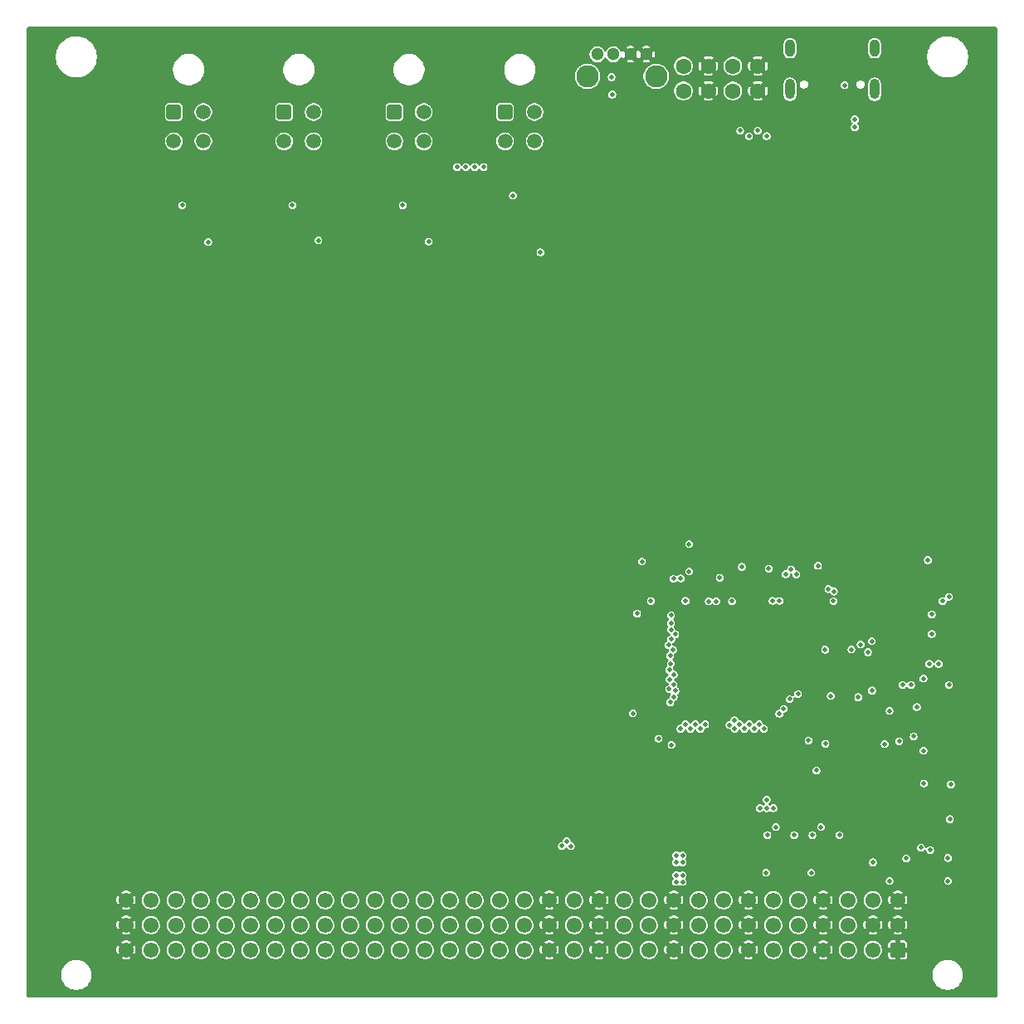
<source format=gbr>
%TF.GenerationSoftware,KiCad,Pcbnew,9.0.2-9.0.2-0~ubuntu24.04.1*%
%TF.CreationDate,2025-05-28T16:11:51+00:00*%
%TF.ProjectId,gpio-module,6770696f-2d6d-46f6-9475-6c652e6b6963,1.0.0*%
%TF.SameCoordinates,Original*%
%TF.FileFunction,Copper,L2,Inr*%
%TF.FilePolarity,Positive*%
%FSLAX46Y46*%
G04 Gerber Fmt 4.6, Leading zero omitted, Abs format (unit mm)*
G04 Created by KiCad (PCBNEW 9.0.2-9.0.2-0~ubuntu24.04.1) date 2025-05-28 16:11:51*
%MOMM*%
%LPD*%
G01*
G04 APERTURE LIST*
G04 Aperture macros list*
%AMRoundRect*
0 Rectangle with rounded corners*
0 $1 Rounding radius*
0 $2 $3 $4 $5 $6 $7 $8 $9 X,Y pos of 4 corners*
0 Add a 4 corners polygon primitive as box body*
4,1,4,$2,$3,$4,$5,$6,$7,$8,$9,$2,$3,0*
0 Add four circle primitives for the rounded corners*
1,1,$1+$1,$2,$3*
1,1,$1+$1,$4,$5*
1,1,$1+$1,$6,$7*
1,1,$1+$1,$8,$9*
0 Add four rect primitives between the rounded corners*
20,1,$1+$1,$2,$3,$4,$5,0*
20,1,$1+$1,$4,$5,$6,$7,0*
20,1,$1+$1,$6,$7,$8,$9,0*
20,1,$1+$1,$8,$9,$2,$3,0*%
G04 Aperture macros list end*
%TA.AperFunction,ComponentPad*%
%ADD10C,1.600000*%
%TD*%
%TA.AperFunction,ComponentPad*%
%ADD11RoundRect,0.250001X-0.499999X-0.499999X0.499999X-0.499999X0.499999X0.499999X-0.499999X0.499999X0*%
%TD*%
%TA.AperFunction,ComponentPad*%
%ADD12C,1.500000*%
%TD*%
%TA.AperFunction,ComponentPad*%
%ADD13C,1.300000*%
%TD*%
%TA.AperFunction,ComponentPad*%
%ADD14C,2.286000*%
%TD*%
%TA.AperFunction,ComponentPad*%
%ADD15O,1.000000X2.100000*%
%TD*%
%TA.AperFunction,ComponentPad*%
%ADD16O,1.000000X1.800000*%
%TD*%
%TA.AperFunction,ComponentPad*%
%ADD17RoundRect,0.249999X0.525001X0.525001X-0.525001X0.525001X-0.525001X-0.525001X0.525001X-0.525001X0*%
%TD*%
%TA.AperFunction,ComponentPad*%
%ADD18C,1.550000*%
%TD*%
%TA.AperFunction,ViaPad*%
%ADD19C,0.500000*%
%TD*%
G04 APERTURE END LIST*
D10*
%TO.N,Net-(LED300-Pad1)*%
%TO.C,LED300*%
X106863600Y-55785000D03*
%TO.N,GND*%
X109403600Y-55785000D03*
%TO.N,Net-(LED300-Pad3)*%
X106863600Y-58325000D03*
%TO.N,GND*%
X109403600Y-58325000D03*
%TD*%
D11*
%TO.N,+12V_GPIO*%
%TO.C,J8*%
X88670000Y-60470001D03*
D12*
%TO.N,/GPIO connector 3/MOSFET power stage/output*%
X91670000Y-60470001D03*
%TO.N,Net-(J8-Pin_3)*%
X88670000Y-63470001D03*
%TO.N,+5V*%
X91670000Y-63470001D03*
%TD*%
D13*
%TO.N,GND*%
%TO.C,BTN400*%
X103079415Y-54584163D03*
X101449415Y-54584163D03*
%TO.N,/MCU/SWD.~{RST}*%
X99709415Y-54584163D03*
%TO.N,/MCU/USR_BUTTON*%
X98079415Y-54584163D03*
D14*
%TO.N,N/C*%
X104079415Y-56834163D03*
X97079415Y-56834163D03*
%TD*%
D11*
%TO.N,+12V_GPIO*%
%TO.C,J11*%
X54870000Y-60470001D03*
D12*
%TO.N,/GPIO connector 2/MOSFET power stage/output*%
X57870000Y-60470001D03*
%TO.N,Net-(J11-Pin_3)*%
X54870000Y-63470001D03*
%TO.N,+5V*%
X57870000Y-63470001D03*
%TD*%
D11*
%TO.N,+12V_GPIO*%
%TO.C,J9*%
X77370000Y-60470001D03*
D12*
%TO.N,/GPIO connector 0/MOSFET power stage/output*%
X80370000Y-60470001D03*
%TO.N,Net-(J9-Pin_3)*%
X77370000Y-63470001D03*
%TO.N,+5V*%
X80370000Y-63470001D03*
%TD*%
D15*
%TO.N,Net-(J800-SHIELD)*%
%TO.C,J800*%
X126370000Y-58140000D03*
D16*
X126370000Y-53960000D03*
D15*
X117730000Y-58140000D03*
D16*
X117730000Y-53960000D03*
%TD*%
D17*
%TO.N,GND*%
%TO.C,J200*%
X128740000Y-145975000D03*
D18*
%TO.N,/Backplane/BACKPLANE.D+*%
X126200000Y-145975000D03*
%TO.N,+5V_STDBY*%
X123660000Y-145975000D03*
%TO.N,GND*%
X121120000Y-145975000D03*
%TO.N,/Backplane/CAN1.+*%
X118580000Y-145975000D03*
%TO.N,/Backplane/CAN1.-*%
X116040000Y-145975000D03*
%TO.N,GND*%
X113500000Y-145975000D03*
%TO.N,/Backplane/CAN2.+*%
X110960000Y-145975000D03*
%TO.N,/Backplane/CAN2.-*%
X108420000Y-145975000D03*
%TO.N,GND*%
X105880000Y-145975000D03*
%TO.N,+12V*%
X103340000Y-145975000D03*
X100800000Y-145975000D03*
%TO.N,GND*%
X98260000Y-145975000D03*
%TO.N,+24V*%
X95720000Y-145975000D03*
%TO.N,GND*%
X93180000Y-145975000D03*
%TO.N,/Backplane/GPIOL0*%
X90640000Y-145975000D03*
%TO.N,/Backplane/GPIOL1*%
X88100000Y-145975000D03*
%TO.N,/Backplane/GPIOL2*%
X85560000Y-145975000D03*
%TO.N,/Backplane/GPIOL3*%
X83020000Y-145975000D03*
%TO.N,/Backplane/GPIOL4*%
X80480000Y-145975000D03*
%TO.N,/Backplane/GPIOL5*%
X77940000Y-145975000D03*
%TO.N,/Backplane/GPIOL6*%
X75400000Y-145975000D03*
%TO.N,/Backplane/GPIOL7*%
X72860000Y-145975000D03*
%TO.N,/Backplane/GPIOL8*%
X70320000Y-145975000D03*
%TO.N,/Backplane/GPIOL9*%
X67780000Y-145975000D03*
%TO.N,/Backplane/GPIOL10*%
X65240000Y-145975000D03*
%TO.N,/Backplane/GPIOL11*%
X62700000Y-145975000D03*
%TO.N,/Backplane/GPIOL12*%
X60160000Y-145975000D03*
%TO.N,/Backplane/GPIOL13*%
X57620000Y-145975000D03*
%TO.N,/Backplane/GPIOL14*%
X55080000Y-145975000D03*
%TO.N,/Backplane/GPIOL15*%
X52540000Y-145975000D03*
%TO.N,GND*%
X50000000Y-145975000D03*
X128740000Y-143435000D03*
X126200000Y-143435000D03*
%TO.N,+5V_STDBY*%
X123660000Y-143435000D03*
%TO.N,GND*%
X121120000Y-143435000D03*
%TO.N,/Backplane/CAN1.+*%
X118580000Y-143435000D03*
%TO.N,/Backplane/CAN1.-*%
X116040000Y-143435000D03*
%TO.N,GND*%
X113500000Y-143435000D03*
%TO.N,/Backplane/CAN2.+*%
X110960000Y-143435000D03*
%TO.N,/Backplane/CAN2.-*%
X108420000Y-143435000D03*
%TO.N,GND*%
X105880000Y-143435000D03*
%TO.N,+12V*%
X103340000Y-143435000D03*
X100800000Y-143435000D03*
%TO.N,GND*%
X98260000Y-143435000D03*
%TO.N,+24V*%
X95720000Y-143435000D03*
%TO.N,GND*%
X93180000Y-143435000D03*
%TO.N,/Backplane/GPIOC0*%
X90640000Y-143435000D03*
%TO.N,/Backplane/GPIOC1*%
X88100000Y-143435000D03*
%TO.N,/Backplane/GPIOC2*%
X85560000Y-143435000D03*
%TO.N,/Backplane/GPIOC3*%
X83020000Y-143435000D03*
%TO.N,/Backplane/GPIOC4*%
X80480000Y-143435000D03*
%TO.N,/Backplane/GPIOC5*%
X77940000Y-143435000D03*
%TO.N,/Backplane/GPIOC6*%
X75400000Y-143435000D03*
%TO.N,/Backplane/GPIOC7*%
X72860000Y-143435000D03*
%TO.N,/Backplane/GPIOC8*%
X70320000Y-143435000D03*
%TO.N,/Backplane/GPIOC9*%
X67780000Y-143435000D03*
%TO.N,/Backplane/GPIOC10*%
X65240000Y-143435000D03*
%TO.N,/Backplane/GPIOC11*%
X62700000Y-143435000D03*
%TO.N,/Backplane/GPIOC12*%
X60160000Y-143435000D03*
%TO.N,/Backplane/GPIOC13*%
X57620000Y-143435000D03*
%TO.N,/Backplane/GPIOC14*%
X55080000Y-143435000D03*
%TO.N,/Backplane/GPIOC15*%
X52540000Y-143435000D03*
%TO.N,GND*%
X50000000Y-143435000D03*
X128740000Y-140895000D03*
%TO.N,/Backplane/BACKPLANE.D-*%
X126200000Y-140895000D03*
%TO.N,+5V_STDBY*%
X123660000Y-140895000D03*
%TO.N,GND*%
X121120000Y-140895000D03*
%TO.N,/Backplane/CAN1.+*%
X118580000Y-140895000D03*
%TO.N,/Backplane/CAN1.-*%
X116040000Y-140895000D03*
%TO.N,GND*%
X113500000Y-140895000D03*
%TO.N,/Backplane/CAN2.+*%
X110960000Y-140895000D03*
%TO.N,/Backplane/CAN2.-*%
X108420000Y-140895000D03*
%TO.N,GND*%
X105880000Y-140895000D03*
%TO.N,+12V*%
X103340000Y-140895000D03*
X100800000Y-140895000D03*
%TO.N,GND*%
X98260000Y-140895000D03*
%TO.N,+24V*%
X95720000Y-140895000D03*
%TO.N,GND*%
X93180000Y-140895000D03*
%TO.N,/Backplane/GPIOR0*%
X90640000Y-140895000D03*
%TO.N,/Backplane/GPIOR1*%
X88100000Y-140895000D03*
%TO.N,/Backplane/GPIOR2*%
X85560000Y-140895000D03*
%TO.N,/Backplane/GPIOR3*%
X83020000Y-140895000D03*
%TO.N,/Backplane/GPIOR4*%
X80480000Y-140895000D03*
%TO.N,/Backplane/GPIOR5*%
X77940000Y-140895000D03*
%TO.N,/Backplane/GPIOR6*%
X75400000Y-140895000D03*
%TO.N,/Backplane/GPIOR7*%
X72860000Y-140895000D03*
%TO.N,/Backplane/GPIOR8*%
X70320000Y-140895000D03*
%TO.N,/Backplane/GPIOR9*%
X67780000Y-140895000D03*
%TO.N,/Backplane/GPIOR10*%
X65240000Y-140895000D03*
%TO.N,/Backplane/GPIOR11*%
X62700000Y-140895000D03*
%TO.N,/Backplane/GPIOR12*%
X60160000Y-140895000D03*
%TO.N,/Backplane/GPIOR13*%
X57620000Y-140895000D03*
%TO.N,/Backplane/GPIOR14*%
X55080000Y-140895000D03*
%TO.N,/Backplane/GPIOR15*%
X52540000Y-140895000D03*
%TO.N,GND*%
X50000000Y-140895000D03*
%TD*%
D11*
%TO.N,+12V_GPIO*%
%TO.C,J10*%
X66120000Y-60470001D03*
D12*
%TO.N,/GPIO connector 1/MOSFET power stage/output*%
X69120000Y-60470001D03*
%TO.N,Net-(J10-Pin_3)*%
X66120000Y-63470001D03*
%TO.N,+5V*%
X69120000Y-63470001D03*
%TD*%
D10*
%TO.N,Net-(LED301-Pad1)*%
%TO.C,LED301*%
X111913600Y-55785000D03*
%TO.N,GND*%
X114453600Y-55785000D03*
%TO.N,Net-(LED301-Pad3)*%
X111913600Y-58325000D03*
%TO.N,GND*%
X114453600Y-58325000D03*
%TD*%
D19*
%TO.N,+3V3*%
X115300000Y-138075000D03*
X99598400Y-58685001D03*
X131350000Y-125625000D03*
X121325000Y-115325000D03*
X121662040Y-109139790D03*
X104325000Y-124400000D03*
X120590000Y-106765000D03*
X115350000Y-131500000D03*
X132050000Y-135775000D03*
X131800000Y-106175000D03*
X131400000Y-128975000D03*
X133950000Y-118922500D03*
X114650000Y-131500000D03*
X115350000Y-130625000D03*
X107442000Y-107343001D03*
X121350000Y-124927500D03*
X127900000Y-121575000D03*
X125700000Y-115575000D03*
X131350000Y-118275000D03*
X124000000Y-115300000D03*
X122225000Y-109375000D03*
X115575000Y-107050000D03*
X101700000Y-121825000D03*
X107442000Y-104549001D03*
X119900000Y-138075000D03*
X116025000Y-131500000D03*
X112825000Y-106875000D03*
X119625000Y-124600000D03*
X114450000Y-62375000D03*
X122174000Y-110375000D03*
X102133531Y-111641425D03*
X102624000Y-106327001D03*
%TO.N,GND*%
X99598400Y-57785001D03*
X129900000Y-124961216D03*
X128350000Y-134775000D03*
X109870720Y-132521542D03*
X134470000Y-142162501D03*
X127250000Y-134775000D03*
X116250000Y-62375000D03*
X95300000Y-133425000D03*
X132350000Y-125625000D03*
X113850000Y-136425000D03*
X107442000Y-106581001D03*
X118364000Y-111407001D03*
X102624000Y-107343001D03*
X88670000Y-71885001D03*
X130325000Y-129675000D03*
X110520720Y-132521542D03*
X108650000Y-136275000D03*
X59045000Y-71885001D03*
X102850000Y-119275000D03*
X77370000Y-71785000D03*
X119126000Y-109883001D03*
X115050000Y-136625000D03*
X121350000Y-123927500D03*
X116825000Y-106025000D03*
X119625000Y-125600000D03*
X126375000Y-109375000D03*
X126900000Y-113525000D03*
X131150000Y-116225000D03*
X112525000Y-106025000D03*
X97900000Y-111775000D03*
X81545000Y-71885001D03*
X113850000Y-137675000D03*
X94450000Y-138675000D03*
X116575000Y-107050000D03*
X128350000Y-135825000D03*
X118750000Y-126325000D03*
X134150000Y-128175000D03*
X131900000Y-133925000D03*
X126950000Y-106725000D03*
X119100000Y-134275000D03*
X111170720Y-132521542D03*
X107442000Y-105565001D03*
X122200000Y-115275000D03*
X117150000Y-62375000D03*
X131150000Y-115125000D03*
X119670000Y-61785001D03*
X133300000Y-122825000D03*
X118050000Y-62925000D03*
X133950000Y-119922500D03*
X134100000Y-133525000D03*
X66120000Y-71785000D03*
X134300000Y-135775000D03*
X93070000Y-71885001D03*
X109728000Y-107851001D03*
X113825000Y-106875000D03*
X119126000Y-108867001D03*
X121900000Y-133425000D03*
X118850000Y-59675000D03*
X102868898Y-114435000D03*
X103325000Y-124400000D03*
X102870000Y-110137001D03*
X104648000Y-108105001D03*
X117300000Y-133425000D03*
X120590000Y-105865000D03*
X129800000Y-133725000D03*
X95953492Y-138663288D03*
X127250000Y-135825000D03*
X131100000Y-136425000D03*
X54870000Y-71785000D03*
X99850000Y-134671508D03*
X95200000Y-138675000D03*
X99850000Y-135971508D03*
X136150000Y-138925000D03*
X102225000Y-122850000D03*
X126700000Y-115575000D03*
X123200000Y-136625000D03*
X70295000Y-71885001D03*
X131950000Y-139425000D03*
X113850000Y-137075000D03*
X125350000Y-62025000D03*
X125350000Y-61225000D03*
X123550000Y-125325000D03*
X132700000Y-132175000D03*
X122936000Y-111325000D03*
X99850000Y-135321508D03*
X123100000Y-115275000D03*
X132350000Y-118275000D03*
X119650000Y-136625000D03*
%TO.N,+5V*%
X106125000Y-137025000D03*
X134150000Y-129075000D03*
X116300000Y-133425000D03*
X83770000Y-66085001D03*
X106775000Y-136325000D03*
X133300000Y-110375000D03*
X86470000Y-66085001D03*
X131100000Y-135525001D03*
X106775000Y-137025000D03*
X126200000Y-137025000D03*
X85570000Y-66085001D03*
X106125000Y-136325000D03*
X120900000Y-133425000D03*
X84670000Y-66085001D03*
%TO.N,/ST-LINK/LED*%
X124950000Y-114800000D03*
X127400000Y-124950000D03*
%TO.N,/ST-LINK/STLINK-BOOT0*%
X130675000Y-121175000D03*
%TO.N,/ST-LINK/DIO*%
X128875000Y-124675000D03*
%TO.N,/ST-LINK/CLK*%
X130350000Y-124175000D03*
%TO.N,+12V_FUSED*%
X94451270Y-135361059D03*
X133950000Y-109925000D03*
X106125000Y-139025000D03*
X106125000Y-138325000D03*
X106775000Y-138325000D03*
X95375000Y-135375000D03*
X106775000Y-139025000D03*
X94950000Y-134875000D03*
%TO.N,/ST-LINK/STLINK_RX*%
X126100000Y-119500000D03*
X132200000Y-113725000D03*
%TO.N,/USB/VBUS_IN*%
X124350000Y-61225000D03*
X134050000Y-132625000D03*
%TO.N,/ST-LINK/STLINK_TX*%
X132200000Y-111725000D03*
X126075000Y-114450000D03*
%TO.N,/MCU/USR_BUTTON*%
X115975000Y-110350000D03*
X99538600Y-56899202D03*
%TO.N,/GPIO connector 3/input*%
X89470000Y-68985001D03*
X110570000Y-107985001D03*
%TO.N,/GPIO connector 3/output*%
X110220000Y-110385001D03*
X92270000Y-74785001D03*
%TO.N,/MCU/SWD.~{RST}*%
X111822500Y-110382501D03*
X121900000Y-120045000D03*
X118377238Y-107645000D03*
%TO.N,/Backplane/GPIOL5*%
X113575000Y-122950001D03*
%TO.N,/Backplane/GPIOL3*%
X114575000Y-122950001D03*
%TO.N,/Backplane/GPIOL6*%
X113075000Y-123395001D03*
%TO.N,/Backplane/GPIOR8*%
X105570000Y-116735001D03*
%TO.N,/Backplane/GPIOL2*%
X115075000Y-123395001D03*
%TO.N,/Backplane/GPIOR0*%
X105521732Y-120686227D03*
%TO.N,/Backplane/GPIOR3*%
X105411209Y-119351210D03*
%TO.N,/Backplane/GPIOR15*%
X105599863Y-112626890D03*
%TO.N,/Backplane/GPIOL10*%
X112076076Y-122533374D03*
%TO.N,/Backplane/GPIOL12*%
X108575000Y-123395001D03*
%TO.N,/Backplane/GPIOR5*%
X105436807Y-118350051D03*
%TO.N,/Backplane/GPIOR2*%
X106039705Y-119517031D03*
%TO.N,/Backplane/GPIOL9*%
X111550000Y-123015001D03*
%TO.N,/Backplane/GPIOL0*%
X117095000Y-121350000D03*
%TO.N,/Backplane/GPIOL14*%
X107575000Y-123395001D03*
%TO.N,/Backplane/GPIOL11*%
X109075000Y-122950001D03*
%TO.N,/Backplane/GPIOL8*%
X112099635Y-123393319D03*
%TO.N,/Backplane/GPIOR6*%
X105879816Y-117874398D03*
%TO.N,/Backplane/GPIOR1*%
X105887633Y-120148994D03*
%TO.N,/Backplane/GPIOR11*%
X105350696Y-114855906D03*
%TO.N,/Backplane/GPIOL15*%
X107075000Y-122950001D03*
%TO.N,/Backplane/GPIOR4*%
X105839747Y-118862478D03*
%TO.N,/Backplane/GPIOL13*%
X108075000Y-122950001D03*
%TO.N,/Backplane/GPIOL7*%
X112575000Y-122950001D03*
%TO.N,/Backplane/GPIOR9*%
X105516564Y-115923270D03*
%TO.N,/Backplane/GPIOR10*%
X105792013Y-115334516D03*
%TO.N,/Backplane/GPIOR12*%
X105615709Y-114262383D03*
%TO.N,/Backplane/GPIOL4*%
X114075000Y-123395001D03*
%TO.N,/Backplane/GPIOL1*%
X116650000Y-121850000D03*
%TO.N,/Backplane/GPIOR7*%
X105438686Y-117397003D03*
%TO.N,/Backplane/GPIOR13*%
X106028748Y-113754668D03*
%TO.N,/Backplane/GPIOR14*%
X105588145Y-113276784D03*
%TO.N,/CAN transceiver 1/CAN.TX*%
X122775000Y-134250000D03*
X118550000Y-119850000D03*
%TO.N,/CAN transceiver 1/CAN.RX*%
X117700000Y-120375000D03*
X120025000Y-134250000D03*
%TO.N,/CAN transceiver 2/CAN.TX*%
X118175000Y-134250000D03*
X106575000Y-123400000D03*
%TO.N,/CAN transceiver 2/CAN.RX*%
X105650000Y-125035001D03*
X115425000Y-134250000D03*
%TO.N,/USB/CC1*%
X123300000Y-57725000D03*
X124350000Y-62025000D03*
%TO.N,/MCU/USER_LED_1*%
X113550000Y-62925000D03*
X117850000Y-107125000D03*
%TO.N,/MCU/USER_LED_2*%
X117300000Y-107625000D03*
X112650000Y-62375000D03*
%TO.N,/MCU/STATUS_LED*%
X115350000Y-62925000D03*
X116675000Y-110350000D03*
%TO.N,/GPIO connector 0/input*%
X78220000Y-69985001D03*
X107074999Y-110335001D03*
%TO.N,/GPIO connector 1/input*%
X105845000Y-108085001D03*
X66970000Y-69985001D03*
%TO.N,/GPIO connector 2/input*%
X55720000Y-69985001D03*
X105600000Y-111820512D03*
%TO.N,/GPIO connector 0/output*%
X80870000Y-73685001D03*
X109445000Y-110385001D03*
%TO.N,/GPIO connector 1/output*%
X69620000Y-73560001D03*
X106575000Y-108060001D03*
%TO.N,/GPIO connector 2/output*%
X58370000Y-73735001D03*
X103545000Y-110360001D03*
%TO.N,Net-(U801-~{OE})*%
X133850000Y-136575000D03*
X133850000Y-138925000D03*
%TO.N,Net-(U700-PC14)*%
X129225000Y-118925000D03*
X131950000Y-116775000D03*
%TO.N,Net-(U700-PC13)*%
X130100000Y-118925000D03*
X132900000Y-116775000D03*
%TO.N,Net-(U700-PA5)*%
X124700000Y-120175000D03*
X120425000Y-127650000D03*
%TO.N,Net-(U302-PGANG)*%
X129600000Y-136625000D03*
X127900000Y-138925000D03*
%TD*%
%TA.AperFunction,Conductor*%
%TO.N,GND*%
G36*
X138812539Y-51805186D02*
G01*
X138858294Y-51857990D01*
X138869500Y-51909501D01*
X138869500Y-150660501D01*
X138849815Y-150727540D01*
X138797011Y-150773295D01*
X138745500Y-150784501D01*
X39994500Y-150784501D01*
X39927461Y-150764816D01*
X39881706Y-150712012D01*
X39870500Y-150660501D01*
X39870500Y-148394941D01*
X43394500Y-148394941D01*
X43394500Y-148635058D01*
X43432063Y-148872222D01*
X43506265Y-149100593D01*
X43615276Y-149314536D01*
X43756414Y-149508796D01*
X43926204Y-149678586D01*
X44120464Y-149819724D01*
X44221543Y-149871226D01*
X44334406Y-149928734D01*
X44334408Y-149928734D01*
X44334411Y-149928736D01*
X44562778Y-150002937D01*
X44799941Y-150040500D01*
X44799942Y-150040500D01*
X45040058Y-150040500D01*
X45040059Y-150040500D01*
X45277222Y-150002937D01*
X45505589Y-149928736D01*
X45719536Y-149819724D01*
X45913796Y-149678586D01*
X46083586Y-149508796D01*
X46224724Y-149314536D01*
X46333736Y-149100589D01*
X46407937Y-148872222D01*
X46445500Y-148635059D01*
X46445500Y-148394941D01*
X132294500Y-148394941D01*
X132294500Y-148635058D01*
X132332063Y-148872222D01*
X132406265Y-149100593D01*
X132515276Y-149314536D01*
X132656414Y-149508796D01*
X132826204Y-149678586D01*
X133020464Y-149819724D01*
X133121543Y-149871226D01*
X133234406Y-149928734D01*
X133234408Y-149928734D01*
X133234411Y-149928736D01*
X133462778Y-150002937D01*
X133699941Y-150040500D01*
X133699942Y-150040500D01*
X133940058Y-150040500D01*
X133940059Y-150040500D01*
X134177222Y-150002937D01*
X134405589Y-149928736D01*
X134619536Y-149819724D01*
X134813796Y-149678586D01*
X134983586Y-149508796D01*
X135124724Y-149314536D01*
X135233736Y-149100589D01*
X135307937Y-148872222D01*
X135345500Y-148635059D01*
X135345500Y-148394941D01*
X135307937Y-148157778D01*
X135233736Y-147929411D01*
X135233734Y-147929408D01*
X135233734Y-147929406D01*
X135124723Y-147715463D01*
X134983586Y-147521204D01*
X134813796Y-147351414D01*
X134619536Y-147210276D01*
X134405593Y-147101265D01*
X134177222Y-147027063D01*
X133940059Y-146989500D01*
X133699941Y-146989500D01*
X133581359Y-147008281D01*
X133462777Y-147027063D01*
X133234406Y-147101265D01*
X133020463Y-147210276D01*
X132826201Y-147351416D01*
X132656416Y-147521201D01*
X132515276Y-147715463D01*
X132406265Y-147929406D01*
X132332063Y-148157777D01*
X132294500Y-148394941D01*
X46445500Y-148394941D01*
X46407937Y-148157778D01*
X46333736Y-147929411D01*
X46333734Y-147929408D01*
X46333734Y-147929406D01*
X46224723Y-147715463D01*
X46083586Y-147521204D01*
X45913796Y-147351414D01*
X45719536Y-147210276D01*
X45505593Y-147101265D01*
X45277222Y-147027063D01*
X45040059Y-146989500D01*
X44799941Y-146989500D01*
X44681359Y-147008281D01*
X44562777Y-147027063D01*
X44334406Y-147101265D01*
X44120463Y-147210276D01*
X43926201Y-147351416D01*
X43756416Y-147521201D01*
X43615276Y-147715463D01*
X43506265Y-147929406D01*
X43432063Y-148157777D01*
X43394500Y-148394941D01*
X39870500Y-148394941D01*
X39870500Y-145878966D01*
X49025000Y-145878966D01*
X49025000Y-146071033D01*
X49062466Y-146259389D01*
X49062468Y-146259397D01*
X49135965Y-146436834D01*
X49135968Y-146436840D01*
X49155449Y-146465995D01*
X49155450Y-146465995D01*
X49517037Y-146104408D01*
X49534075Y-146167993D01*
X49599901Y-146282007D01*
X49692993Y-146375099D01*
X49807007Y-146440925D01*
X49870590Y-146457962D01*
X49509003Y-146819548D01*
X49509004Y-146819549D01*
X49538162Y-146839033D01*
X49538164Y-146839034D01*
X49715602Y-146912531D01*
X49715610Y-146912533D01*
X49903966Y-146949999D01*
X49903970Y-146950000D01*
X50096030Y-146950000D01*
X50096033Y-146949999D01*
X50284389Y-146912533D01*
X50284397Y-146912531D01*
X50461836Y-146839033D01*
X50490994Y-146819548D01*
X50129409Y-146457962D01*
X50192993Y-146440925D01*
X50307007Y-146375099D01*
X50400099Y-146282007D01*
X50465925Y-146167993D01*
X50482962Y-146104408D01*
X50844548Y-146465994D01*
X50864033Y-146436836D01*
X50937531Y-146259397D01*
X50937533Y-146259389D01*
X50974999Y-146071033D01*
X50975000Y-146071030D01*
X50975000Y-146066156D01*
X51614499Y-146066156D01*
X51650065Y-146244952D01*
X51650068Y-146244962D01*
X51719831Y-146413387D01*
X51719833Y-146413391D01*
X51821113Y-146564967D01*
X51821119Y-146564975D01*
X51950024Y-146693880D01*
X51950032Y-146693886D01*
X52101608Y-146795166D01*
X52101612Y-146795168D01*
X52270037Y-146864931D01*
X52270042Y-146864933D01*
X52270046Y-146864933D01*
X52270047Y-146864934D01*
X52448843Y-146900500D01*
X52448846Y-146900500D01*
X52631156Y-146900500D01*
X52751445Y-146876572D01*
X52809958Y-146864933D01*
X52978389Y-146795167D01*
X52978391Y-146795166D01*
X53101891Y-146712646D01*
X53129972Y-146693883D01*
X53258883Y-146564972D01*
X53344498Y-146436840D01*
X53360166Y-146413391D01*
X53360168Y-146413387D01*
X53423952Y-146259397D01*
X53429933Y-146244958D01*
X53448932Y-146149446D01*
X53465500Y-146066156D01*
X54154499Y-146066156D01*
X54190065Y-146244952D01*
X54190068Y-146244962D01*
X54259831Y-146413387D01*
X54259833Y-146413391D01*
X54361113Y-146564967D01*
X54361119Y-146564975D01*
X54490024Y-146693880D01*
X54490032Y-146693886D01*
X54641608Y-146795166D01*
X54641612Y-146795168D01*
X54810037Y-146864931D01*
X54810042Y-146864933D01*
X54810046Y-146864933D01*
X54810047Y-146864934D01*
X54988843Y-146900500D01*
X54988846Y-146900500D01*
X55171156Y-146900500D01*
X55291445Y-146876572D01*
X55349958Y-146864933D01*
X55518389Y-146795167D01*
X55518391Y-146795166D01*
X55641891Y-146712646D01*
X55669972Y-146693883D01*
X55798883Y-146564972D01*
X55884498Y-146436840D01*
X55900166Y-146413391D01*
X55900168Y-146413387D01*
X55963952Y-146259397D01*
X55969933Y-146244958D01*
X55988932Y-146149446D01*
X56005500Y-146066156D01*
X56694499Y-146066156D01*
X56730065Y-146244952D01*
X56730068Y-146244962D01*
X56799831Y-146413387D01*
X56799833Y-146413391D01*
X56901113Y-146564967D01*
X56901119Y-146564975D01*
X57030024Y-146693880D01*
X57030032Y-146693886D01*
X57181608Y-146795166D01*
X57181612Y-146795168D01*
X57350037Y-146864931D01*
X57350042Y-146864933D01*
X57350046Y-146864933D01*
X57350047Y-146864934D01*
X57528843Y-146900500D01*
X57528846Y-146900500D01*
X57711156Y-146900500D01*
X57831445Y-146876572D01*
X57889958Y-146864933D01*
X58058389Y-146795167D01*
X58058391Y-146795166D01*
X58181891Y-146712646D01*
X58209972Y-146693883D01*
X58338883Y-146564972D01*
X58424498Y-146436840D01*
X58440166Y-146413391D01*
X58440168Y-146413387D01*
X58503952Y-146259397D01*
X58509933Y-146244958D01*
X58528932Y-146149446D01*
X58545500Y-146066156D01*
X59234499Y-146066156D01*
X59270065Y-146244952D01*
X59270068Y-146244962D01*
X59339831Y-146413387D01*
X59339833Y-146413391D01*
X59441113Y-146564967D01*
X59441119Y-146564975D01*
X59570024Y-146693880D01*
X59570032Y-146693886D01*
X59721608Y-146795166D01*
X59721612Y-146795168D01*
X59890037Y-146864931D01*
X59890042Y-146864933D01*
X59890046Y-146864933D01*
X59890047Y-146864934D01*
X60068843Y-146900500D01*
X60068846Y-146900500D01*
X60251156Y-146900500D01*
X60371445Y-146876572D01*
X60429958Y-146864933D01*
X60598389Y-146795167D01*
X60598391Y-146795166D01*
X60721891Y-146712646D01*
X60749972Y-146693883D01*
X60878883Y-146564972D01*
X60964498Y-146436840D01*
X60980166Y-146413391D01*
X60980168Y-146413387D01*
X61043952Y-146259397D01*
X61049933Y-146244958D01*
X61068932Y-146149446D01*
X61085500Y-146066156D01*
X61774499Y-146066156D01*
X61810065Y-146244952D01*
X61810068Y-146244962D01*
X61879831Y-146413387D01*
X61879833Y-146413391D01*
X61981113Y-146564967D01*
X61981119Y-146564975D01*
X62110024Y-146693880D01*
X62110032Y-146693886D01*
X62261608Y-146795166D01*
X62261612Y-146795168D01*
X62430037Y-146864931D01*
X62430042Y-146864933D01*
X62430046Y-146864933D01*
X62430047Y-146864934D01*
X62608843Y-146900500D01*
X62608846Y-146900500D01*
X62791156Y-146900500D01*
X62911445Y-146876572D01*
X62969958Y-146864933D01*
X63138389Y-146795167D01*
X63138391Y-146795166D01*
X63261891Y-146712646D01*
X63289972Y-146693883D01*
X63418883Y-146564972D01*
X63504498Y-146436840D01*
X63520166Y-146413391D01*
X63520168Y-146413387D01*
X63583952Y-146259397D01*
X63589933Y-146244958D01*
X63608932Y-146149446D01*
X63625500Y-146066156D01*
X64314499Y-146066156D01*
X64350065Y-146244952D01*
X64350068Y-146244962D01*
X64419831Y-146413387D01*
X64419833Y-146413391D01*
X64521113Y-146564967D01*
X64521119Y-146564975D01*
X64650024Y-146693880D01*
X64650032Y-146693886D01*
X64801608Y-146795166D01*
X64801612Y-146795168D01*
X64970037Y-146864931D01*
X64970042Y-146864933D01*
X64970046Y-146864933D01*
X64970047Y-146864934D01*
X65148843Y-146900500D01*
X65148846Y-146900500D01*
X65331156Y-146900500D01*
X65451445Y-146876572D01*
X65509958Y-146864933D01*
X65678389Y-146795167D01*
X65678391Y-146795166D01*
X65801891Y-146712646D01*
X65829972Y-146693883D01*
X65958883Y-146564972D01*
X66044498Y-146436840D01*
X66060166Y-146413391D01*
X66060168Y-146413387D01*
X66123952Y-146259397D01*
X66129933Y-146244958D01*
X66148932Y-146149446D01*
X66165500Y-146066156D01*
X66854499Y-146066156D01*
X66890065Y-146244952D01*
X66890068Y-146244962D01*
X66959831Y-146413387D01*
X66959833Y-146413391D01*
X67061113Y-146564967D01*
X67061119Y-146564975D01*
X67190024Y-146693880D01*
X67190032Y-146693886D01*
X67341608Y-146795166D01*
X67341612Y-146795168D01*
X67510037Y-146864931D01*
X67510042Y-146864933D01*
X67510046Y-146864933D01*
X67510047Y-146864934D01*
X67688843Y-146900500D01*
X67688846Y-146900500D01*
X67871156Y-146900500D01*
X67991445Y-146876572D01*
X68049958Y-146864933D01*
X68218389Y-146795167D01*
X68218391Y-146795166D01*
X68341891Y-146712646D01*
X68369972Y-146693883D01*
X68498883Y-146564972D01*
X68584498Y-146436840D01*
X68600166Y-146413391D01*
X68600168Y-146413387D01*
X68663952Y-146259397D01*
X68669933Y-146244958D01*
X68688932Y-146149446D01*
X68705500Y-146066156D01*
X69394499Y-146066156D01*
X69430065Y-146244952D01*
X69430068Y-146244962D01*
X69499831Y-146413387D01*
X69499833Y-146413391D01*
X69601113Y-146564967D01*
X69601119Y-146564975D01*
X69730024Y-146693880D01*
X69730032Y-146693886D01*
X69881608Y-146795166D01*
X69881612Y-146795168D01*
X70050037Y-146864931D01*
X70050042Y-146864933D01*
X70050046Y-146864933D01*
X70050047Y-146864934D01*
X70228843Y-146900500D01*
X70228846Y-146900500D01*
X70411156Y-146900500D01*
X70531445Y-146876572D01*
X70589958Y-146864933D01*
X70758389Y-146795167D01*
X70758391Y-146795166D01*
X70881891Y-146712646D01*
X70909972Y-146693883D01*
X71038883Y-146564972D01*
X71124498Y-146436840D01*
X71140166Y-146413391D01*
X71140168Y-146413387D01*
X71203952Y-146259397D01*
X71209933Y-146244958D01*
X71228932Y-146149446D01*
X71245500Y-146066156D01*
X71934499Y-146066156D01*
X71970065Y-146244952D01*
X71970068Y-146244962D01*
X72039831Y-146413387D01*
X72039833Y-146413391D01*
X72141113Y-146564967D01*
X72141119Y-146564975D01*
X72270024Y-146693880D01*
X72270032Y-146693886D01*
X72421608Y-146795166D01*
X72421612Y-146795168D01*
X72590037Y-146864931D01*
X72590042Y-146864933D01*
X72590046Y-146864933D01*
X72590047Y-146864934D01*
X72768843Y-146900500D01*
X72768846Y-146900500D01*
X72951156Y-146900500D01*
X73071445Y-146876572D01*
X73129958Y-146864933D01*
X73298389Y-146795167D01*
X73298391Y-146795166D01*
X73421891Y-146712646D01*
X73449972Y-146693883D01*
X73578883Y-146564972D01*
X73664498Y-146436840D01*
X73680166Y-146413391D01*
X73680168Y-146413387D01*
X73743952Y-146259397D01*
X73749933Y-146244958D01*
X73768932Y-146149446D01*
X73785500Y-146066156D01*
X74474499Y-146066156D01*
X74510065Y-146244952D01*
X74510068Y-146244962D01*
X74579831Y-146413387D01*
X74579833Y-146413391D01*
X74681113Y-146564967D01*
X74681119Y-146564975D01*
X74810024Y-146693880D01*
X74810032Y-146693886D01*
X74961608Y-146795166D01*
X74961612Y-146795168D01*
X75130037Y-146864931D01*
X75130042Y-146864933D01*
X75130046Y-146864933D01*
X75130047Y-146864934D01*
X75308843Y-146900500D01*
X75308846Y-146900500D01*
X75491156Y-146900500D01*
X75611445Y-146876572D01*
X75669958Y-146864933D01*
X75838389Y-146795167D01*
X75838391Y-146795166D01*
X75961891Y-146712646D01*
X75989972Y-146693883D01*
X76118883Y-146564972D01*
X76204498Y-146436840D01*
X76220166Y-146413391D01*
X76220168Y-146413387D01*
X76283952Y-146259397D01*
X76289933Y-146244958D01*
X76308932Y-146149446D01*
X76325500Y-146066156D01*
X77014499Y-146066156D01*
X77050065Y-146244952D01*
X77050068Y-146244962D01*
X77119831Y-146413387D01*
X77119833Y-146413391D01*
X77221113Y-146564967D01*
X77221119Y-146564975D01*
X77350024Y-146693880D01*
X77350032Y-146693886D01*
X77501608Y-146795166D01*
X77501612Y-146795168D01*
X77670037Y-146864931D01*
X77670042Y-146864933D01*
X77670046Y-146864933D01*
X77670047Y-146864934D01*
X77848843Y-146900500D01*
X77848846Y-146900500D01*
X78031156Y-146900500D01*
X78151445Y-146876572D01*
X78209958Y-146864933D01*
X78378389Y-146795167D01*
X78378391Y-146795166D01*
X78501891Y-146712646D01*
X78529972Y-146693883D01*
X78658883Y-146564972D01*
X78744498Y-146436840D01*
X78760166Y-146413391D01*
X78760168Y-146413387D01*
X78823952Y-146259397D01*
X78829933Y-146244958D01*
X78848932Y-146149446D01*
X78865500Y-146066156D01*
X79554499Y-146066156D01*
X79590065Y-146244952D01*
X79590068Y-146244962D01*
X79659831Y-146413387D01*
X79659833Y-146413391D01*
X79761113Y-146564967D01*
X79761119Y-146564975D01*
X79890024Y-146693880D01*
X79890032Y-146693886D01*
X80041608Y-146795166D01*
X80041612Y-146795168D01*
X80210037Y-146864931D01*
X80210042Y-146864933D01*
X80210046Y-146864933D01*
X80210047Y-146864934D01*
X80388843Y-146900500D01*
X80388846Y-146900500D01*
X80571156Y-146900500D01*
X80691445Y-146876572D01*
X80749958Y-146864933D01*
X80918389Y-146795167D01*
X80918391Y-146795166D01*
X81041891Y-146712646D01*
X81069972Y-146693883D01*
X81198883Y-146564972D01*
X81284498Y-146436840D01*
X81300166Y-146413391D01*
X81300168Y-146413387D01*
X81363952Y-146259397D01*
X81369933Y-146244958D01*
X81388932Y-146149446D01*
X81405500Y-146066156D01*
X82094499Y-146066156D01*
X82130065Y-146244952D01*
X82130068Y-146244962D01*
X82199831Y-146413387D01*
X82199833Y-146413391D01*
X82301113Y-146564967D01*
X82301119Y-146564975D01*
X82430024Y-146693880D01*
X82430032Y-146693886D01*
X82581608Y-146795166D01*
X82581612Y-146795168D01*
X82750037Y-146864931D01*
X82750042Y-146864933D01*
X82750046Y-146864933D01*
X82750047Y-146864934D01*
X82928843Y-146900500D01*
X82928846Y-146900500D01*
X83111156Y-146900500D01*
X83231445Y-146876572D01*
X83289958Y-146864933D01*
X83458389Y-146795167D01*
X83458391Y-146795166D01*
X83581891Y-146712646D01*
X83609972Y-146693883D01*
X83738883Y-146564972D01*
X83824498Y-146436840D01*
X83840166Y-146413391D01*
X83840168Y-146413387D01*
X83903952Y-146259397D01*
X83909933Y-146244958D01*
X83928932Y-146149446D01*
X83945500Y-146066156D01*
X84634499Y-146066156D01*
X84670065Y-146244952D01*
X84670068Y-146244962D01*
X84739831Y-146413387D01*
X84739833Y-146413391D01*
X84841113Y-146564967D01*
X84841119Y-146564975D01*
X84970024Y-146693880D01*
X84970032Y-146693886D01*
X85121608Y-146795166D01*
X85121612Y-146795168D01*
X85290037Y-146864931D01*
X85290042Y-146864933D01*
X85290046Y-146864933D01*
X85290047Y-146864934D01*
X85468843Y-146900500D01*
X85468846Y-146900500D01*
X85651156Y-146900500D01*
X85771445Y-146876572D01*
X85829958Y-146864933D01*
X85998389Y-146795167D01*
X85998391Y-146795166D01*
X86121891Y-146712646D01*
X86149972Y-146693883D01*
X86278883Y-146564972D01*
X86364498Y-146436840D01*
X86380166Y-146413391D01*
X86380168Y-146413387D01*
X86443952Y-146259397D01*
X86449933Y-146244958D01*
X86468932Y-146149446D01*
X86485500Y-146066156D01*
X87174499Y-146066156D01*
X87210065Y-146244952D01*
X87210068Y-146244962D01*
X87279831Y-146413387D01*
X87279833Y-146413391D01*
X87381113Y-146564967D01*
X87381119Y-146564975D01*
X87510024Y-146693880D01*
X87510032Y-146693886D01*
X87661608Y-146795166D01*
X87661612Y-146795168D01*
X87830037Y-146864931D01*
X87830042Y-146864933D01*
X87830046Y-146864933D01*
X87830047Y-146864934D01*
X88008843Y-146900500D01*
X88008846Y-146900500D01*
X88191156Y-146900500D01*
X88311445Y-146876572D01*
X88369958Y-146864933D01*
X88538389Y-146795167D01*
X88538391Y-146795166D01*
X88661891Y-146712646D01*
X88689972Y-146693883D01*
X88818883Y-146564972D01*
X88904498Y-146436840D01*
X88920166Y-146413391D01*
X88920168Y-146413387D01*
X88983952Y-146259397D01*
X88989933Y-146244958D01*
X89008932Y-146149446D01*
X89025500Y-146066156D01*
X89714499Y-146066156D01*
X89750065Y-146244952D01*
X89750068Y-146244962D01*
X89819831Y-146413387D01*
X89819833Y-146413391D01*
X89921113Y-146564967D01*
X89921119Y-146564975D01*
X90050024Y-146693880D01*
X90050032Y-146693886D01*
X90201608Y-146795166D01*
X90201612Y-146795168D01*
X90370037Y-146864931D01*
X90370042Y-146864933D01*
X90370046Y-146864933D01*
X90370047Y-146864934D01*
X90548843Y-146900500D01*
X90548846Y-146900500D01*
X90731156Y-146900500D01*
X90851445Y-146876572D01*
X90909958Y-146864933D01*
X91078389Y-146795167D01*
X91078391Y-146795166D01*
X91201891Y-146712646D01*
X91229972Y-146693883D01*
X91229975Y-146693880D01*
X91238200Y-146685656D01*
X91358880Y-146564975D01*
X91358883Y-146564972D01*
X91444498Y-146436840D01*
X91460166Y-146413391D01*
X91460168Y-146413387D01*
X91523952Y-146259397D01*
X91529933Y-146244958D01*
X91548932Y-146149446D01*
X91565500Y-146066156D01*
X91565500Y-145883843D01*
X91564530Y-145878966D01*
X92205000Y-145878966D01*
X92205000Y-146071033D01*
X92242466Y-146259389D01*
X92242468Y-146259397D01*
X92315965Y-146436834D01*
X92315968Y-146436840D01*
X92335449Y-146465995D01*
X92697037Y-146104408D01*
X92714075Y-146167993D01*
X92779901Y-146282007D01*
X92872993Y-146375099D01*
X92987007Y-146440925D01*
X93050590Y-146457962D01*
X92689003Y-146819548D01*
X92689004Y-146819549D01*
X92718162Y-146839033D01*
X92718164Y-146839034D01*
X92895602Y-146912531D01*
X92895610Y-146912533D01*
X93083966Y-146949999D01*
X93083970Y-146950000D01*
X93276030Y-146950000D01*
X93276033Y-146949999D01*
X93464389Y-146912533D01*
X93464397Y-146912531D01*
X93641836Y-146839033D01*
X93670994Y-146819548D01*
X93309409Y-146457962D01*
X93372993Y-146440925D01*
X93487007Y-146375099D01*
X93580099Y-146282007D01*
X93645925Y-146167993D01*
X93662962Y-146104408D01*
X94024548Y-146465994D01*
X94044033Y-146436836D01*
X94117531Y-146259397D01*
X94117533Y-146259389D01*
X94154999Y-146071033D01*
X94155000Y-146071030D01*
X94155000Y-146066156D01*
X94794499Y-146066156D01*
X94830065Y-146244952D01*
X94830068Y-146244962D01*
X94899831Y-146413387D01*
X94899833Y-146413391D01*
X95001113Y-146564967D01*
X95001119Y-146564975D01*
X95130024Y-146693880D01*
X95130032Y-146693886D01*
X95281608Y-146795166D01*
X95281612Y-146795168D01*
X95450037Y-146864931D01*
X95450042Y-146864933D01*
X95450046Y-146864933D01*
X95450047Y-146864934D01*
X95628843Y-146900500D01*
X95628846Y-146900500D01*
X95811156Y-146900500D01*
X95931445Y-146876572D01*
X95989958Y-146864933D01*
X96158389Y-146795167D01*
X96158391Y-146795166D01*
X96281891Y-146712646D01*
X96309972Y-146693883D01*
X96309975Y-146693880D01*
X96318200Y-146685656D01*
X96438880Y-146564975D01*
X96438883Y-146564972D01*
X96524498Y-146436840D01*
X96540166Y-146413391D01*
X96540168Y-146413387D01*
X96603952Y-146259397D01*
X96609933Y-146244958D01*
X96628932Y-146149446D01*
X96645500Y-146066156D01*
X96645500Y-145883843D01*
X96644530Y-145878966D01*
X97285000Y-145878966D01*
X97285000Y-146071033D01*
X97322466Y-146259389D01*
X97322468Y-146259397D01*
X97395965Y-146436834D01*
X97395968Y-146436840D01*
X97415449Y-146465995D01*
X97415450Y-146465995D01*
X97777037Y-146104408D01*
X97794075Y-146167993D01*
X97859901Y-146282007D01*
X97952993Y-146375099D01*
X98067007Y-146440925D01*
X98130590Y-146457962D01*
X97769003Y-146819548D01*
X97769004Y-146819549D01*
X97798162Y-146839033D01*
X97798164Y-146839034D01*
X97975602Y-146912531D01*
X97975610Y-146912533D01*
X98163966Y-146949999D01*
X98163970Y-146950000D01*
X98356030Y-146950000D01*
X98356033Y-146949999D01*
X98544389Y-146912533D01*
X98544397Y-146912531D01*
X98721836Y-146839033D01*
X98750994Y-146819548D01*
X98389409Y-146457962D01*
X98452993Y-146440925D01*
X98567007Y-146375099D01*
X98660099Y-146282007D01*
X98725925Y-146167993D01*
X98742962Y-146104408D01*
X99104548Y-146465994D01*
X99124033Y-146436836D01*
X99197531Y-146259397D01*
X99197533Y-146259389D01*
X99234999Y-146071033D01*
X99235000Y-146071030D01*
X99235000Y-146066156D01*
X99874499Y-146066156D01*
X99910065Y-146244952D01*
X99910068Y-146244962D01*
X99979831Y-146413387D01*
X99979833Y-146413391D01*
X100081113Y-146564967D01*
X100081119Y-146564975D01*
X100210024Y-146693880D01*
X100210032Y-146693886D01*
X100361608Y-146795166D01*
X100361612Y-146795168D01*
X100530037Y-146864931D01*
X100530042Y-146864933D01*
X100530046Y-146864933D01*
X100530047Y-146864934D01*
X100708843Y-146900500D01*
X100708846Y-146900500D01*
X100891156Y-146900500D01*
X101011445Y-146876572D01*
X101069958Y-146864933D01*
X101238389Y-146795167D01*
X101238391Y-146795166D01*
X101361891Y-146712646D01*
X101389972Y-146693883D01*
X101518883Y-146564972D01*
X101604498Y-146436840D01*
X101620166Y-146413391D01*
X101620168Y-146413387D01*
X101683952Y-146259397D01*
X101689933Y-146244958D01*
X101708932Y-146149446D01*
X101725500Y-146066156D01*
X102414499Y-146066156D01*
X102450065Y-146244952D01*
X102450068Y-146244962D01*
X102519831Y-146413387D01*
X102519833Y-146413391D01*
X102621113Y-146564967D01*
X102621119Y-146564975D01*
X102750024Y-146693880D01*
X102750032Y-146693886D01*
X102901608Y-146795166D01*
X102901612Y-146795168D01*
X103070037Y-146864931D01*
X103070042Y-146864933D01*
X103070046Y-146864933D01*
X103070047Y-146864934D01*
X103248843Y-146900500D01*
X103248846Y-146900500D01*
X103431156Y-146900500D01*
X103551445Y-146876572D01*
X103609958Y-146864933D01*
X103778389Y-146795167D01*
X103778391Y-146795166D01*
X103901891Y-146712646D01*
X103929972Y-146693883D01*
X103929975Y-146693880D01*
X103938200Y-146685656D01*
X104058880Y-146564975D01*
X104058883Y-146564972D01*
X104144498Y-146436840D01*
X104160166Y-146413391D01*
X104160168Y-146413387D01*
X104223952Y-146259397D01*
X104229933Y-146244958D01*
X104248932Y-146149446D01*
X104265500Y-146066156D01*
X104265500Y-145883843D01*
X104264530Y-145878966D01*
X104905000Y-145878966D01*
X104905000Y-146071033D01*
X104942466Y-146259389D01*
X104942468Y-146259397D01*
X105015965Y-146436834D01*
X105015968Y-146436840D01*
X105035449Y-146465995D01*
X105397037Y-146104408D01*
X105414075Y-146167993D01*
X105479901Y-146282007D01*
X105572993Y-146375099D01*
X105687007Y-146440925D01*
X105750590Y-146457962D01*
X105389003Y-146819548D01*
X105389004Y-146819549D01*
X105418162Y-146839033D01*
X105418164Y-146839034D01*
X105595602Y-146912531D01*
X105595610Y-146912533D01*
X105783966Y-146949999D01*
X105783970Y-146950000D01*
X105976030Y-146950000D01*
X105976033Y-146949999D01*
X106164389Y-146912533D01*
X106164397Y-146912531D01*
X106341836Y-146839033D01*
X106370994Y-146819548D01*
X106009409Y-146457962D01*
X106072993Y-146440925D01*
X106187007Y-146375099D01*
X106280099Y-146282007D01*
X106345925Y-146167993D01*
X106362962Y-146104408D01*
X106724548Y-146465994D01*
X106744033Y-146436836D01*
X106817531Y-146259397D01*
X106817533Y-146259389D01*
X106854999Y-146071033D01*
X106855000Y-146071030D01*
X106855000Y-146066156D01*
X107494499Y-146066156D01*
X107530065Y-146244952D01*
X107530068Y-146244962D01*
X107599831Y-146413387D01*
X107599833Y-146413391D01*
X107701113Y-146564967D01*
X107701119Y-146564975D01*
X107830024Y-146693880D01*
X107830032Y-146693886D01*
X107981608Y-146795166D01*
X107981612Y-146795168D01*
X108150037Y-146864931D01*
X108150042Y-146864933D01*
X108150046Y-146864933D01*
X108150047Y-146864934D01*
X108328843Y-146900500D01*
X108328846Y-146900500D01*
X108511156Y-146900500D01*
X108631445Y-146876572D01*
X108689958Y-146864933D01*
X108858389Y-146795167D01*
X108858391Y-146795166D01*
X108981891Y-146712646D01*
X109009972Y-146693883D01*
X109138883Y-146564972D01*
X109224498Y-146436840D01*
X109240166Y-146413391D01*
X109240168Y-146413387D01*
X109303952Y-146259397D01*
X109309933Y-146244958D01*
X109328932Y-146149446D01*
X109345500Y-146066156D01*
X110034499Y-146066156D01*
X110070065Y-146244952D01*
X110070068Y-146244962D01*
X110139831Y-146413387D01*
X110139833Y-146413391D01*
X110241113Y-146564967D01*
X110241119Y-146564975D01*
X110370024Y-146693880D01*
X110370032Y-146693886D01*
X110521608Y-146795166D01*
X110521612Y-146795168D01*
X110690037Y-146864931D01*
X110690042Y-146864933D01*
X110690046Y-146864933D01*
X110690047Y-146864934D01*
X110868843Y-146900500D01*
X110868846Y-146900500D01*
X111051156Y-146900500D01*
X111171445Y-146876572D01*
X111229958Y-146864933D01*
X111398389Y-146795167D01*
X111398391Y-146795166D01*
X111521891Y-146712646D01*
X111549972Y-146693883D01*
X111549975Y-146693880D01*
X111558200Y-146685656D01*
X111678880Y-146564975D01*
X111678883Y-146564972D01*
X111764498Y-146436840D01*
X111780166Y-146413391D01*
X111780168Y-146413387D01*
X111843952Y-146259397D01*
X111849933Y-146244958D01*
X111868932Y-146149446D01*
X111885500Y-146066156D01*
X111885500Y-145883843D01*
X111884530Y-145878966D01*
X112525000Y-145878966D01*
X112525000Y-146071033D01*
X112562466Y-146259389D01*
X112562468Y-146259397D01*
X112635965Y-146436834D01*
X112635968Y-146436840D01*
X112655449Y-146465995D01*
X113017037Y-146104408D01*
X113034075Y-146167993D01*
X113099901Y-146282007D01*
X113192993Y-146375099D01*
X113307007Y-146440925D01*
X113370590Y-146457962D01*
X113009003Y-146819548D01*
X113009004Y-146819549D01*
X113038162Y-146839033D01*
X113038164Y-146839034D01*
X113215602Y-146912531D01*
X113215610Y-146912533D01*
X113403966Y-146949999D01*
X113403970Y-146950000D01*
X113596030Y-146950000D01*
X113596033Y-146949999D01*
X113784389Y-146912533D01*
X113784397Y-146912531D01*
X113961836Y-146839033D01*
X113990994Y-146819548D01*
X113629409Y-146457962D01*
X113692993Y-146440925D01*
X113807007Y-146375099D01*
X113900099Y-146282007D01*
X113965925Y-146167993D01*
X113982962Y-146104408D01*
X114344548Y-146465994D01*
X114364033Y-146436836D01*
X114437531Y-146259397D01*
X114437533Y-146259389D01*
X114474999Y-146071033D01*
X114475000Y-146071030D01*
X114475000Y-146066156D01*
X115114499Y-146066156D01*
X115150065Y-146244952D01*
X115150068Y-146244962D01*
X115219831Y-146413387D01*
X115219833Y-146413391D01*
X115321113Y-146564967D01*
X115321119Y-146564975D01*
X115450024Y-146693880D01*
X115450032Y-146693886D01*
X115601608Y-146795166D01*
X115601612Y-146795168D01*
X115770037Y-146864931D01*
X115770042Y-146864933D01*
X115770046Y-146864933D01*
X115770047Y-146864934D01*
X115948843Y-146900500D01*
X115948846Y-146900500D01*
X116131156Y-146900500D01*
X116251445Y-146876572D01*
X116309958Y-146864933D01*
X116478389Y-146795167D01*
X116478391Y-146795166D01*
X116601891Y-146712646D01*
X116629972Y-146693883D01*
X116758883Y-146564972D01*
X116844498Y-146436840D01*
X116860166Y-146413391D01*
X116860168Y-146413387D01*
X116923952Y-146259397D01*
X116929933Y-146244958D01*
X116948932Y-146149446D01*
X116965500Y-146066156D01*
X117654499Y-146066156D01*
X117690065Y-146244952D01*
X117690068Y-146244962D01*
X117759831Y-146413387D01*
X117759833Y-146413391D01*
X117861113Y-146564967D01*
X117861119Y-146564975D01*
X117990024Y-146693880D01*
X117990032Y-146693886D01*
X118141608Y-146795166D01*
X118141612Y-146795168D01*
X118310037Y-146864931D01*
X118310042Y-146864933D01*
X118310046Y-146864933D01*
X118310047Y-146864934D01*
X118488843Y-146900500D01*
X118488846Y-146900500D01*
X118671156Y-146900500D01*
X118791445Y-146876572D01*
X118849958Y-146864933D01*
X119018389Y-146795167D01*
X119018391Y-146795166D01*
X119141891Y-146712646D01*
X119169972Y-146693883D01*
X119169975Y-146693880D01*
X119178200Y-146685656D01*
X119298880Y-146564975D01*
X119298883Y-146564972D01*
X119384498Y-146436840D01*
X119400166Y-146413391D01*
X119400168Y-146413387D01*
X119463952Y-146259397D01*
X119469933Y-146244958D01*
X119488932Y-146149446D01*
X119505500Y-146066156D01*
X119505500Y-145883843D01*
X119504530Y-145878966D01*
X120145000Y-145878966D01*
X120145000Y-146071033D01*
X120182466Y-146259389D01*
X120182468Y-146259397D01*
X120255965Y-146436834D01*
X120255968Y-146436840D01*
X120275449Y-146465995D01*
X120275450Y-146465995D01*
X120637037Y-146104408D01*
X120654075Y-146167993D01*
X120719901Y-146282007D01*
X120812993Y-146375099D01*
X120927007Y-146440925D01*
X120990590Y-146457962D01*
X120629003Y-146819548D01*
X120629004Y-146819549D01*
X120658162Y-146839033D01*
X120658164Y-146839034D01*
X120835602Y-146912531D01*
X120835610Y-146912533D01*
X121023966Y-146949999D01*
X121023970Y-146950000D01*
X121216030Y-146950000D01*
X121216033Y-146949999D01*
X121404389Y-146912533D01*
X121404397Y-146912531D01*
X121581836Y-146839033D01*
X121610994Y-146819548D01*
X121249409Y-146457962D01*
X121312993Y-146440925D01*
X121427007Y-146375099D01*
X121520099Y-146282007D01*
X121585925Y-146167993D01*
X121602962Y-146104408D01*
X121964548Y-146465994D01*
X121984033Y-146436836D01*
X122057531Y-146259397D01*
X122057533Y-146259389D01*
X122094999Y-146071033D01*
X122095000Y-146071030D01*
X122095000Y-146066156D01*
X122734499Y-146066156D01*
X122770065Y-146244952D01*
X122770068Y-146244962D01*
X122839831Y-146413387D01*
X122839833Y-146413391D01*
X122941113Y-146564967D01*
X122941119Y-146564975D01*
X123070024Y-146693880D01*
X123070032Y-146693886D01*
X123221608Y-146795166D01*
X123221612Y-146795168D01*
X123390037Y-146864931D01*
X123390042Y-146864933D01*
X123390046Y-146864933D01*
X123390047Y-146864934D01*
X123568843Y-146900500D01*
X123568846Y-146900500D01*
X123751156Y-146900500D01*
X123871445Y-146876572D01*
X123929958Y-146864933D01*
X124098389Y-146795167D01*
X124098391Y-146795166D01*
X124221891Y-146712646D01*
X124249972Y-146693883D01*
X124378883Y-146564972D01*
X124464498Y-146436840D01*
X124480166Y-146413391D01*
X124480168Y-146413387D01*
X124543952Y-146259397D01*
X124549933Y-146244958D01*
X124568932Y-146149446D01*
X124585500Y-146066156D01*
X125274499Y-146066156D01*
X125310065Y-146244952D01*
X125310068Y-146244962D01*
X125379831Y-146413387D01*
X125379833Y-146413391D01*
X125481113Y-146564967D01*
X125481119Y-146564975D01*
X125610024Y-146693880D01*
X125610032Y-146693886D01*
X125761608Y-146795166D01*
X125761612Y-146795168D01*
X125930037Y-146864931D01*
X125930042Y-146864933D01*
X125930046Y-146864933D01*
X125930047Y-146864934D01*
X126108843Y-146900500D01*
X126108846Y-146900500D01*
X126291156Y-146900500D01*
X126411445Y-146876572D01*
X126469958Y-146864933D01*
X126638389Y-146795167D01*
X126638391Y-146795166D01*
X126761891Y-146712646D01*
X126789972Y-146693883D01*
X126918883Y-146564972D01*
X127004498Y-146436840D01*
X127020166Y-146413391D01*
X127020168Y-146413387D01*
X127083952Y-146259397D01*
X127089933Y-146244958D01*
X127108932Y-146149446D01*
X127125500Y-146066156D01*
X127125500Y-145883843D01*
X127089934Y-145705047D01*
X127089933Y-145705046D01*
X127089933Y-145705042D01*
X127020167Y-145536611D01*
X126926075Y-145395792D01*
X127765000Y-145395792D01*
X127765000Y-145725000D01*
X128306988Y-145725000D01*
X128274075Y-145782007D01*
X128240000Y-145909174D01*
X128240000Y-146040826D01*
X128274075Y-146167993D01*
X128306988Y-146225000D01*
X127765000Y-146225000D01*
X127765000Y-146554207D01*
X127767850Y-146584601D01*
X127767850Y-146584605D01*
X127812653Y-146712646D01*
X127893207Y-146821792D01*
X128002353Y-146902346D01*
X128130396Y-146947149D01*
X128160792Y-146950000D01*
X128490000Y-146950000D01*
X128490000Y-146408012D01*
X128547007Y-146440925D01*
X128674174Y-146475000D01*
X128805826Y-146475000D01*
X128932993Y-146440925D01*
X128990000Y-146408012D01*
X128990000Y-146950000D01*
X129319208Y-146950000D01*
X129349601Y-146947149D01*
X129349605Y-146947149D01*
X129477646Y-146902346D01*
X129586792Y-146821792D01*
X129667346Y-146712646D01*
X129712149Y-146584605D01*
X129712149Y-146584601D01*
X129715000Y-146554207D01*
X129715000Y-146225000D01*
X129173012Y-146225000D01*
X129205925Y-146167993D01*
X129240000Y-146040826D01*
X129240000Y-145909174D01*
X129205925Y-145782007D01*
X129173012Y-145725000D01*
X129715000Y-145725000D01*
X129715000Y-145395792D01*
X129712149Y-145365398D01*
X129712149Y-145365394D01*
X129667346Y-145237353D01*
X129586792Y-145128207D01*
X129477646Y-145047653D01*
X129349603Y-145002850D01*
X129319208Y-145000000D01*
X128990000Y-145000000D01*
X128990000Y-145541988D01*
X128932993Y-145509075D01*
X128805826Y-145475000D01*
X128674174Y-145475000D01*
X128547007Y-145509075D01*
X128490000Y-145541988D01*
X128490000Y-145000000D01*
X128160792Y-145000000D01*
X128130398Y-145002850D01*
X128130394Y-145002850D01*
X128002353Y-145047653D01*
X127893207Y-145128207D01*
X127812653Y-145237353D01*
X127767850Y-145365394D01*
X127767850Y-145365398D01*
X127765000Y-145395792D01*
X126926075Y-145395792D01*
X126918883Y-145385028D01*
X126918881Y-145385025D01*
X126789975Y-145256119D01*
X126789967Y-145256113D01*
X126638391Y-145154833D01*
X126638387Y-145154831D01*
X126469962Y-145085068D01*
X126469952Y-145085065D01*
X126291156Y-145049500D01*
X126291154Y-145049500D01*
X126108846Y-145049500D01*
X126108844Y-145049500D01*
X125930047Y-145085065D01*
X125930037Y-145085068D01*
X125761612Y-145154831D01*
X125761608Y-145154833D01*
X125610032Y-145256113D01*
X125610024Y-145256119D01*
X125481119Y-145385024D01*
X125481113Y-145385032D01*
X125379833Y-145536608D01*
X125379831Y-145536612D01*
X125310068Y-145705037D01*
X125310065Y-145705047D01*
X125274500Y-145883843D01*
X125274500Y-145883846D01*
X125274500Y-146066154D01*
X125274500Y-146066156D01*
X125274499Y-146066156D01*
X124585500Y-146066156D01*
X124585500Y-145883843D01*
X124549934Y-145705047D01*
X124549933Y-145705046D01*
X124549933Y-145705042D01*
X124515307Y-145621446D01*
X124480168Y-145536612D01*
X124480166Y-145536608D01*
X124378886Y-145385032D01*
X124378880Y-145385024D01*
X124249975Y-145256119D01*
X124249967Y-145256113D01*
X124098391Y-145154833D01*
X124098387Y-145154831D01*
X123929962Y-145085068D01*
X123929952Y-145085065D01*
X123751156Y-145049500D01*
X123751154Y-145049500D01*
X123568846Y-145049500D01*
X123568844Y-145049500D01*
X123390047Y-145085065D01*
X123390037Y-145085068D01*
X123221612Y-145154831D01*
X123221608Y-145154833D01*
X123070032Y-145256113D01*
X123070024Y-145256119D01*
X122941119Y-145385024D01*
X122941113Y-145385032D01*
X122839833Y-145536608D01*
X122839831Y-145536612D01*
X122770068Y-145705037D01*
X122770065Y-145705047D01*
X122734500Y-145883843D01*
X122734500Y-145883846D01*
X122734500Y-146066154D01*
X122734500Y-146066156D01*
X122734499Y-146066156D01*
X122095000Y-146066156D01*
X122095000Y-145878970D01*
X122094999Y-145878966D01*
X122057533Y-145690610D01*
X122057531Y-145690602D01*
X121984034Y-145513164D01*
X121984033Y-145513162D01*
X121964549Y-145484004D01*
X121964548Y-145484003D01*
X121602962Y-145845590D01*
X121585925Y-145782007D01*
X121520099Y-145667993D01*
X121427007Y-145574901D01*
X121312993Y-145509075D01*
X121249409Y-145492037D01*
X121610995Y-145130450D01*
X121610995Y-145130449D01*
X121581840Y-145110968D01*
X121581834Y-145110965D01*
X121404397Y-145037468D01*
X121404389Y-145037466D01*
X121216033Y-145000000D01*
X121023966Y-145000000D01*
X120835610Y-145037466D01*
X120835602Y-145037468D01*
X120658165Y-145110965D01*
X120629004Y-145130449D01*
X120629004Y-145130450D01*
X120990591Y-145492037D01*
X120927007Y-145509075D01*
X120812993Y-145574901D01*
X120719901Y-145667993D01*
X120654075Y-145782007D01*
X120637037Y-145845591D01*
X120275450Y-145484004D01*
X120275449Y-145484004D01*
X120255965Y-145513165D01*
X120182468Y-145690602D01*
X120182466Y-145690610D01*
X120145000Y-145878966D01*
X119504530Y-145878966D01*
X119469934Y-145705047D01*
X119469933Y-145705046D01*
X119469933Y-145705042D01*
X119435307Y-145621446D01*
X119400168Y-145536612D01*
X119400166Y-145536608D01*
X119298886Y-145385032D01*
X119298880Y-145385024D01*
X119169975Y-145256119D01*
X119169967Y-145256113D01*
X119018391Y-145154833D01*
X119018387Y-145154831D01*
X118849962Y-145085068D01*
X118849952Y-145085065D01*
X118671156Y-145049500D01*
X118671154Y-145049500D01*
X118488846Y-145049500D01*
X118488844Y-145049500D01*
X118310047Y-145085065D01*
X118310037Y-145085068D01*
X118141612Y-145154831D01*
X118141608Y-145154833D01*
X117990032Y-145256113D01*
X117990024Y-145256119D01*
X117861119Y-145385024D01*
X117861113Y-145385032D01*
X117759833Y-145536608D01*
X117759831Y-145536612D01*
X117690068Y-145705037D01*
X117690065Y-145705047D01*
X117654500Y-145883843D01*
X117654500Y-145883846D01*
X117654500Y-146066154D01*
X117654500Y-146066156D01*
X117654499Y-146066156D01*
X116965500Y-146066156D01*
X116965500Y-145883843D01*
X116929934Y-145705047D01*
X116929933Y-145705046D01*
X116929933Y-145705042D01*
X116895307Y-145621446D01*
X116860168Y-145536612D01*
X116860166Y-145536608D01*
X116758886Y-145385032D01*
X116758880Y-145385024D01*
X116629975Y-145256119D01*
X116629967Y-145256113D01*
X116478391Y-145154833D01*
X116478387Y-145154831D01*
X116309962Y-145085068D01*
X116309952Y-145085065D01*
X116131156Y-145049500D01*
X116131154Y-145049500D01*
X115948846Y-145049500D01*
X115948844Y-145049500D01*
X115770047Y-145085065D01*
X115770037Y-145085068D01*
X115601612Y-145154831D01*
X115601608Y-145154833D01*
X115450032Y-145256113D01*
X115450024Y-145256119D01*
X115321119Y-145385024D01*
X115321113Y-145385032D01*
X115219833Y-145536608D01*
X115219831Y-145536612D01*
X115150068Y-145705037D01*
X115150065Y-145705047D01*
X115114500Y-145883843D01*
X115114500Y-145883846D01*
X115114500Y-146066154D01*
X115114500Y-146066156D01*
X115114499Y-146066156D01*
X114475000Y-146066156D01*
X114475000Y-145878970D01*
X114474999Y-145878966D01*
X114437533Y-145690610D01*
X114437531Y-145690602D01*
X114364034Y-145513164D01*
X114364033Y-145513162D01*
X114344549Y-145484004D01*
X114344548Y-145484003D01*
X113982962Y-145845590D01*
X113965925Y-145782007D01*
X113900099Y-145667993D01*
X113807007Y-145574901D01*
X113692993Y-145509075D01*
X113629409Y-145492037D01*
X113990995Y-145130450D01*
X113990995Y-145130449D01*
X113961840Y-145110968D01*
X113961834Y-145110965D01*
X113784397Y-145037468D01*
X113784389Y-145037466D01*
X113596033Y-145000000D01*
X113403966Y-145000000D01*
X113215610Y-145037466D01*
X113215602Y-145037468D01*
X113038165Y-145110965D01*
X113009004Y-145130449D01*
X113009004Y-145130450D01*
X113370591Y-145492037D01*
X113307007Y-145509075D01*
X113192993Y-145574901D01*
X113099901Y-145667993D01*
X113034075Y-145782007D01*
X113017037Y-145845591D01*
X112655450Y-145484004D01*
X112655449Y-145484004D01*
X112635965Y-145513165D01*
X112562468Y-145690602D01*
X112562466Y-145690610D01*
X112525000Y-145878966D01*
X111884530Y-145878966D01*
X111849934Y-145705047D01*
X111849933Y-145705046D01*
X111849933Y-145705042D01*
X111815307Y-145621446D01*
X111780168Y-145536612D01*
X111780166Y-145536608D01*
X111678886Y-145385032D01*
X111678880Y-145385024D01*
X111549975Y-145256119D01*
X111549967Y-145256113D01*
X111398391Y-145154833D01*
X111398387Y-145154831D01*
X111229962Y-145085068D01*
X111229952Y-145085065D01*
X111051156Y-145049500D01*
X111051154Y-145049500D01*
X110868846Y-145049500D01*
X110868844Y-145049500D01*
X110690047Y-145085065D01*
X110690037Y-145085068D01*
X110521612Y-145154831D01*
X110521608Y-145154833D01*
X110370032Y-145256113D01*
X110370024Y-145256119D01*
X110241119Y-145385024D01*
X110241113Y-145385032D01*
X110139833Y-145536608D01*
X110139831Y-145536612D01*
X110070068Y-145705037D01*
X110070065Y-145705047D01*
X110034500Y-145883843D01*
X110034500Y-145883846D01*
X110034500Y-146066154D01*
X110034500Y-146066156D01*
X110034499Y-146066156D01*
X109345500Y-146066156D01*
X109345500Y-145883843D01*
X109309934Y-145705047D01*
X109309933Y-145705046D01*
X109309933Y-145705042D01*
X109275307Y-145621446D01*
X109240168Y-145536612D01*
X109240166Y-145536608D01*
X109138886Y-145385032D01*
X109138880Y-145385024D01*
X109009975Y-145256119D01*
X109009967Y-145256113D01*
X108858391Y-145154833D01*
X108858387Y-145154831D01*
X108689962Y-145085068D01*
X108689952Y-145085065D01*
X108511156Y-145049500D01*
X108511154Y-145049500D01*
X108328846Y-145049500D01*
X108328844Y-145049500D01*
X108150047Y-145085065D01*
X108150037Y-145085068D01*
X107981612Y-145154831D01*
X107981608Y-145154833D01*
X107830032Y-145256113D01*
X107830024Y-145256119D01*
X107701119Y-145385024D01*
X107701113Y-145385032D01*
X107599833Y-145536608D01*
X107599831Y-145536612D01*
X107530068Y-145705037D01*
X107530065Y-145705047D01*
X107494500Y-145883843D01*
X107494500Y-145883846D01*
X107494500Y-146066154D01*
X107494500Y-146066156D01*
X107494499Y-146066156D01*
X106855000Y-146066156D01*
X106855000Y-145878970D01*
X106854999Y-145878966D01*
X106817533Y-145690610D01*
X106817531Y-145690602D01*
X106744034Y-145513164D01*
X106744033Y-145513162D01*
X106724549Y-145484004D01*
X106724548Y-145484003D01*
X106362962Y-145845590D01*
X106345925Y-145782007D01*
X106280099Y-145667993D01*
X106187007Y-145574901D01*
X106072993Y-145509075D01*
X106009409Y-145492037D01*
X106370995Y-145130450D01*
X106370995Y-145130449D01*
X106341840Y-145110968D01*
X106341834Y-145110965D01*
X106164397Y-145037468D01*
X106164389Y-145037466D01*
X105976033Y-145000000D01*
X105783966Y-145000000D01*
X105595610Y-145037466D01*
X105595602Y-145037468D01*
X105418165Y-145110965D01*
X105389004Y-145130449D01*
X105389004Y-145130450D01*
X105750591Y-145492037D01*
X105687007Y-145509075D01*
X105572993Y-145574901D01*
X105479901Y-145667993D01*
X105414075Y-145782007D01*
X105397037Y-145845591D01*
X105035450Y-145484004D01*
X105035449Y-145484004D01*
X105015965Y-145513165D01*
X104942468Y-145690602D01*
X104942466Y-145690610D01*
X104905000Y-145878966D01*
X104264530Y-145878966D01*
X104229934Y-145705047D01*
X104229933Y-145705046D01*
X104229933Y-145705042D01*
X104195307Y-145621446D01*
X104160168Y-145536612D01*
X104160166Y-145536608D01*
X104058886Y-145385032D01*
X104058880Y-145385024D01*
X103929975Y-145256119D01*
X103929967Y-145256113D01*
X103778391Y-145154833D01*
X103778387Y-145154831D01*
X103609962Y-145085068D01*
X103609952Y-145085065D01*
X103431156Y-145049500D01*
X103431154Y-145049500D01*
X103248846Y-145049500D01*
X103248844Y-145049500D01*
X103070047Y-145085065D01*
X103070037Y-145085068D01*
X102901612Y-145154831D01*
X102901608Y-145154833D01*
X102750032Y-145256113D01*
X102750024Y-145256119D01*
X102621119Y-145385024D01*
X102621113Y-145385032D01*
X102519833Y-145536608D01*
X102519831Y-145536612D01*
X102450068Y-145705037D01*
X102450065Y-145705047D01*
X102414500Y-145883843D01*
X102414500Y-145883846D01*
X102414500Y-146066154D01*
X102414500Y-146066156D01*
X102414499Y-146066156D01*
X101725500Y-146066156D01*
X101725500Y-145883843D01*
X101689934Y-145705047D01*
X101689933Y-145705046D01*
X101689933Y-145705042D01*
X101655307Y-145621446D01*
X101620168Y-145536612D01*
X101620166Y-145536608D01*
X101518886Y-145385032D01*
X101518880Y-145385024D01*
X101389975Y-145256119D01*
X101389967Y-145256113D01*
X101238391Y-145154833D01*
X101238387Y-145154831D01*
X101069962Y-145085068D01*
X101069952Y-145085065D01*
X100891156Y-145049500D01*
X100891154Y-145049500D01*
X100708846Y-145049500D01*
X100708844Y-145049500D01*
X100530047Y-145085065D01*
X100530037Y-145085068D01*
X100361612Y-145154831D01*
X100361608Y-145154833D01*
X100210032Y-145256113D01*
X100210024Y-145256119D01*
X100081119Y-145385024D01*
X100081113Y-145385032D01*
X99979833Y-145536608D01*
X99979831Y-145536612D01*
X99910068Y-145705037D01*
X99910065Y-145705047D01*
X99874500Y-145883843D01*
X99874500Y-145883846D01*
X99874500Y-146066154D01*
X99874500Y-146066156D01*
X99874499Y-146066156D01*
X99235000Y-146066156D01*
X99235000Y-145878970D01*
X99234999Y-145878966D01*
X99197533Y-145690610D01*
X99197531Y-145690602D01*
X99124034Y-145513164D01*
X99124033Y-145513162D01*
X99104549Y-145484004D01*
X99104548Y-145484003D01*
X98742962Y-145845590D01*
X98725925Y-145782007D01*
X98660099Y-145667993D01*
X98567007Y-145574901D01*
X98452993Y-145509075D01*
X98389409Y-145492037D01*
X98750995Y-145130450D01*
X98750995Y-145130449D01*
X98721840Y-145110968D01*
X98721834Y-145110965D01*
X98544397Y-145037468D01*
X98544389Y-145037466D01*
X98356033Y-145000000D01*
X98163966Y-145000000D01*
X97975610Y-145037466D01*
X97975602Y-145037468D01*
X97798165Y-145110965D01*
X97769004Y-145130449D01*
X97769004Y-145130450D01*
X98130591Y-145492037D01*
X98067007Y-145509075D01*
X97952993Y-145574901D01*
X97859901Y-145667993D01*
X97794075Y-145782007D01*
X97777037Y-145845591D01*
X97415450Y-145484004D01*
X97415449Y-145484004D01*
X97395965Y-145513165D01*
X97322468Y-145690602D01*
X97322466Y-145690610D01*
X97285000Y-145878966D01*
X96644530Y-145878966D01*
X96609934Y-145705047D01*
X96609933Y-145705046D01*
X96609933Y-145705042D01*
X96575307Y-145621446D01*
X96540168Y-145536612D01*
X96540166Y-145536608D01*
X96438886Y-145385032D01*
X96438880Y-145385024D01*
X96309975Y-145256119D01*
X96309967Y-145256113D01*
X96158391Y-145154833D01*
X96158387Y-145154831D01*
X95989962Y-145085068D01*
X95989952Y-145085065D01*
X95811156Y-145049500D01*
X95811154Y-145049500D01*
X95628846Y-145049500D01*
X95628844Y-145049500D01*
X95450047Y-145085065D01*
X95450037Y-145085068D01*
X95281612Y-145154831D01*
X95281608Y-145154833D01*
X95130032Y-145256113D01*
X95130024Y-145256119D01*
X95001119Y-145385024D01*
X95001113Y-145385032D01*
X94899833Y-145536608D01*
X94899831Y-145536612D01*
X94830068Y-145705037D01*
X94830065Y-145705047D01*
X94794500Y-145883843D01*
X94794500Y-145883846D01*
X94794500Y-146066154D01*
X94794500Y-146066156D01*
X94794499Y-146066156D01*
X94155000Y-146066156D01*
X94155000Y-145878970D01*
X94154999Y-145878966D01*
X94117533Y-145690610D01*
X94117531Y-145690602D01*
X94044034Y-145513164D01*
X94044033Y-145513162D01*
X94024549Y-145484004D01*
X94024548Y-145484003D01*
X93662962Y-145845590D01*
X93645925Y-145782007D01*
X93580099Y-145667993D01*
X93487007Y-145574901D01*
X93372993Y-145509075D01*
X93309409Y-145492037D01*
X93670995Y-145130450D01*
X93670995Y-145130449D01*
X93641840Y-145110968D01*
X93641834Y-145110965D01*
X93464397Y-145037468D01*
X93464389Y-145037466D01*
X93276033Y-145000000D01*
X93083966Y-145000000D01*
X92895610Y-145037466D01*
X92895602Y-145037468D01*
X92718165Y-145110965D01*
X92689004Y-145130449D01*
X92689004Y-145130450D01*
X93050591Y-145492037D01*
X92987007Y-145509075D01*
X92872993Y-145574901D01*
X92779901Y-145667993D01*
X92714075Y-145782007D01*
X92697037Y-145845591D01*
X92335450Y-145484004D01*
X92335449Y-145484004D01*
X92315965Y-145513165D01*
X92242468Y-145690602D01*
X92242466Y-145690610D01*
X92205000Y-145878966D01*
X91564530Y-145878966D01*
X91529934Y-145705047D01*
X91529933Y-145705046D01*
X91529933Y-145705042D01*
X91495307Y-145621446D01*
X91460168Y-145536612D01*
X91460166Y-145536608D01*
X91358886Y-145385032D01*
X91358880Y-145385024D01*
X91229975Y-145256119D01*
X91229967Y-145256113D01*
X91078391Y-145154833D01*
X91078387Y-145154831D01*
X90909962Y-145085068D01*
X90909952Y-145085065D01*
X90731156Y-145049500D01*
X90731154Y-145049500D01*
X90548846Y-145049500D01*
X90548844Y-145049500D01*
X90370047Y-145085065D01*
X90370037Y-145085068D01*
X90201612Y-145154831D01*
X90201608Y-145154833D01*
X90050032Y-145256113D01*
X90050024Y-145256119D01*
X89921119Y-145385024D01*
X89921113Y-145385032D01*
X89819833Y-145536608D01*
X89819831Y-145536612D01*
X89750068Y-145705037D01*
X89750065Y-145705047D01*
X89714500Y-145883843D01*
X89714500Y-145883846D01*
X89714500Y-146066154D01*
X89714500Y-146066156D01*
X89714499Y-146066156D01*
X89025500Y-146066156D01*
X89025500Y-145883843D01*
X88989934Y-145705047D01*
X88989933Y-145705046D01*
X88989933Y-145705042D01*
X88955307Y-145621446D01*
X88920168Y-145536612D01*
X88920166Y-145536608D01*
X88818886Y-145385032D01*
X88818880Y-145385024D01*
X88689975Y-145256119D01*
X88689967Y-145256113D01*
X88538391Y-145154833D01*
X88538387Y-145154831D01*
X88369962Y-145085068D01*
X88369952Y-145085065D01*
X88191156Y-145049500D01*
X88191154Y-145049500D01*
X88008846Y-145049500D01*
X88008844Y-145049500D01*
X87830047Y-145085065D01*
X87830037Y-145085068D01*
X87661612Y-145154831D01*
X87661608Y-145154833D01*
X87510032Y-145256113D01*
X87510024Y-145256119D01*
X87381119Y-145385024D01*
X87381113Y-145385032D01*
X87279833Y-145536608D01*
X87279831Y-145536612D01*
X87210068Y-145705037D01*
X87210065Y-145705047D01*
X87174500Y-145883843D01*
X87174500Y-145883846D01*
X87174500Y-146066154D01*
X87174500Y-146066156D01*
X87174499Y-146066156D01*
X86485500Y-146066156D01*
X86485500Y-145883843D01*
X86449934Y-145705047D01*
X86449933Y-145705046D01*
X86449933Y-145705042D01*
X86415307Y-145621446D01*
X86380168Y-145536612D01*
X86380166Y-145536608D01*
X86278886Y-145385032D01*
X86278880Y-145385024D01*
X86149975Y-145256119D01*
X86149967Y-145256113D01*
X85998391Y-145154833D01*
X85998387Y-145154831D01*
X85829962Y-145085068D01*
X85829952Y-145085065D01*
X85651156Y-145049500D01*
X85651154Y-145049500D01*
X85468846Y-145049500D01*
X85468844Y-145049500D01*
X85290047Y-145085065D01*
X85290037Y-145085068D01*
X85121612Y-145154831D01*
X85121608Y-145154833D01*
X84970032Y-145256113D01*
X84970024Y-145256119D01*
X84841119Y-145385024D01*
X84841113Y-145385032D01*
X84739833Y-145536608D01*
X84739831Y-145536612D01*
X84670068Y-145705037D01*
X84670065Y-145705047D01*
X84634500Y-145883843D01*
X84634500Y-145883846D01*
X84634500Y-146066154D01*
X84634500Y-146066156D01*
X84634499Y-146066156D01*
X83945500Y-146066156D01*
X83945500Y-145883843D01*
X83909934Y-145705047D01*
X83909933Y-145705046D01*
X83909933Y-145705042D01*
X83875307Y-145621446D01*
X83840168Y-145536612D01*
X83840166Y-145536608D01*
X83738886Y-145385032D01*
X83738880Y-145385024D01*
X83609975Y-145256119D01*
X83609967Y-145256113D01*
X83458391Y-145154833D01*
X83458387Y-145154831D01*
X83289962Y-145085068D01*
X83289952Y-145085065D01*
X83111156Y-145049500D01*
X83111154Y-145049500D01*
X82928846Y-145049500D01*
X82928844Y-145049500D01*
X82750047Y-145085065D01*
X82750037Y-145085068D01*
X82581612Y-145154831D01*
X82581608Y-145154833D01*
X82430032Y-145256113D01*
X82430024Y-145256119D01*
X82301119Y-145385024D01*
X82301113Y-145385032D01*
X82199833Y-145536608D01*
X82199831Y-145536612D01*
X82130068Y-145705037D01*
X82130065Y-145705047D01*
X82094500Y-145883843D01*
X82094500Y-145883846D01*
X82094500Y-146066154D01*
X82094500Y-146066156D01*
X82094499Y-146066156D01*
X81405500Y-146066156D01*
X81405500Y-145883843D01*
X81369934Y-145705047D01*
X81369933Y-145705046D01*
X81369933Y-145705042D01*
X81335307Y-145621446D01*
X81300168Y-145536612D01*
X81300166Y-145536608D01*
X81198886Y-145385032D01*
X81198880Y-145385024D01*
X81069975Y-145256119D01*
X81069967Y-145256113D01*
X80918391Y-145154833D01*
X80918387Y-145154831D01*
X80749962Y-145085068D01*
X80749952Y-145085065D01*
X80571156Y-145049500D01*
X80571154Y-145049500D01*
X80388846Y-145049500D01*
X80388844Y-145049500D01*
X80210047Y-145085065D01*
X80210037Y-145085068D01*
X80041612Y-145154831D01*
X80041608Y-145154833D01*
X79890032Y-145256113D01*
X79890024Y-145256119D01*
X79761119Y-145385024D01*
X79761113Y-145385032D01*
X79659833Y-145536608D01*
X79659831Y-145536612D01*
X79590068Y-145705037D01*
X79590065Y-145705047D01*
X79554500Y-145883843D01*
X79554500Y-145883846D01*
X79554500Y-146066154D01*
X79554500Y-146066156D01*
X79554499Y-146066156D01*
X78865500Y-146066156D01*
X78865500Y-145883843D01*
X78829934Y-145705047D01*
X78829933Y-145705046D01*
X78829933Y-145705042D01*
X78795307Y-145621446D01*
X78760168Y-145536612D01*
X78760166Y-145536608D01*
X78658886Y-145385032D01*
X78658880Y-145385024D01*
X78529975Y-145256119D01*
X78529967Y-145256113D01*
X78378391Y-145154833D01*
X78378387Y-145154831D01*
X78209962Y-145085068D01*
X78209952Y-145085065D01*
X78031156Y-145049500D01*
X78031154Y-145049500D01*
X77848846Y-145049500D01*
X77848844Y-145049500D01*
X77670047Y-145085065D01*
X77670037Y-145085068D01*
X77501612Y-145154831D01*
X77501608Y-145154833D01*
X77350032Y-145256113D01*
X77350024Y-145256119D01*
X77221119Y-145385024D01*
X77221113Y-145385032D01*
X77119833Y-145536608D01*
X77119831Y-145536612D01*
X77050068Y-145705037D01*
X77050065Y-145705047D01*
X77014500Y-145883843D01*
X77014500Y-145883846D01*
X77014500Y-146066154D01*
X77014500Y-146066156D01*
X77014499Y-146066156D01*
X76325500Y-146066156D01*
X76325500Y-145883843D01*
X76289934Y-145705047D01*
X76289933Y-145705046D01*
X76289933Y-145705042D01*
X76255307Y-145621446D01*
X76220168Y-145536612D01*
X76220166Y-145536608D01*
X76118886Y-145385032D01*
X76118880Y-145385024D01*
X75989975Y-145256119D01*
X75989967Y-145256113D01*
X75838391Y-145154833D01*
X75838387Y-145154831D01*
X75669962Y-145085068D01*
X75669952Y-145085065D01*
X75491156Y-145049500D01*
X75491154Y-145049500D01*
X75308846Y-145049500D01*
X75308844Y-145049500D01*
X75130047Y-145085065D01*
X75130037Y-145085068D01*
X74961612Y-145154831D01*
X74961608Y-145154833D01*
X74810032Y-145256113D01*
X74810024Y-145256119D01*
X74681119Y-145385024D01*
X74681113Y-145385032D01*
X74579833Y-145536608D01*
X74579831Y-145536612D01*
X74510068Y-145705037D01*
X74510065Y-145705047D01*
X74474500Y-145883843D01*
X74474500Y-145883846D01*
X74474500Y-146066154D01*
X74474500Y-146066156D01*
X74474499Y-146066156D01*
X73785500Y-146066156D01*
X73785500Y-145883843D01*
X73749934Y-145705047D01*
X73749933Y-145705046D01*
X73749933Y-145705042D01*
X73715307Y-145621446D01*
X73680168Y-145536612D01*
X73680166Y-145536608D01*
X73578886Y-145385032D01*
X73578880Y-145385024D01*
X73449975Y-145256119D01*
X73449967Y-145256113D01*
X73298391Y-145154833D01*
X73298387Y-145154831D01*
X73129962Y-145085068D01*
X73129952Y-145085065D01*
X72951156Y-145049500D01*
X72951154Y-145049500D01*
X72768846Y-145049500D01*
X72768844Y-145049500D01*
X72590047Y-145085065D01*
X72590037Y-145085068D01*
X72421612Y-145154831D01*
X72421608Y-145154833D01*
X72270032Y-145256113D01*
X72270024Y-145256119D01*
X72141119Y-145385024D01*
X72141113Y-145385032D01*
X72039833Y-145536608D01*
X72039831Y-145536612D01*
X71970068Y-145705037D01*
X71970065Y-145705047D01*
X71934500Y-145883843D01*
X71934500Y-145883846D01*
X71934500Y-146066154D01*
X71934500Y-146066156D01*
X71934499Y-146066156D01*
X71245500Y-146066156D01*
X71245500Y-145883843D01*
X71209934Y-145705047D01*
X71209933Y-145705046D01*
X71209933Y-145705042D01*
X71175307Y-145621446D01*
X71140168Y-145536612D01*
X71140166Y-145536608D01*
X71038886Y-145385032D01*
X71038880Y-145385024D01*
X70909975Y-145256119D01*
X70909967Y-145256113D01*
X70758391Y-145154833D01*
X70758387Y-145154831D01*
X70589962Y-145085068D01*
X70589952Y-145085065D01*
X70411156Y-145049500D01*
X70411154Y-145049500D01*
X70228846Y-145049500D01*
X70228844Y-145049500D01*
X70050047Y-145085065D01*
X70050037Y-145085068D01*
X69881612Y-145154831D01*
X69881608Y-145154833D01*
X69730032Y-145256113D01*
X69730024Y-145256119D01*
X69601119Y-145385024D01*
X69601113Y-145385032D01*
X69499833Y-145536608D01*
X69499831Y-145536612D01*
X69430068Y-145705037D01*
X69430065Y-145705047D01*
X69394500Y-145883843D01*
X69394500Y-145883846D01*
X69394500Y-146066154D01*
X69394500Y-146066156D01*
X69394499Y-146066156D01*
X68705500Y-146066156D01*
X68705500Y-145883843D01*
X68669934Y-145705047D01*
X68669933Y-145705046D01*
X68669933Y-145705042D01*
X68635307Y-145621446D01*
X68600168Y-145536612D01*
X68600166Y-145536608D01*
X68498886Y-145385032D01*
X68498880Y-145385024D01*
X68369975Y-145256119D01*
X68369967Y-145256113D01*
X68218391Y-145154833D01*
X68218387Y-145154831D01*
X68049962Y-145085068D01*
X68049952Y-145085065D01*
X67871156Y-145049500D01*
X67871154Y-145049500D01*
X67688846Y-145049500D01*
X67688844Y-145049500D01*
X67510047Y-145085065D01*
X67510037Y-145085068D01*
X67341612Y-145154831D01*
X67341608Y-145154833D01*
X67190032Y-145256113D01*
X67190024Y-145256119D01*
X67061119Y-145385024D01*
X67061113Y-145385032D01*
X66959833Y-145536608D01*
X66959831Y-145536612D01*
X66890068Y-145705037D01*
X66890065Y-145705047D01*
X66854500Y-145883843D01*
X66854500Y-145883846D01*
X66854500Y-146066154D01*
X66854500Y-146066156D01*
X66854499Y-146066156D01*
X66165500Y-146066156D01*
X66165500Y-145883843D01*
X66129934Y-145705047D01*
X66129933Y-145705046D01*
X66129933Y-145705042D01*
X66095307Y-145621446D01*
X66060168Y-145536612D01*
X66060166Y-145536608D01*
X65958886Y-145385032D01*
X65958880Y-145385024D01*
X65829975Y-145256119D01*
X65829967Y-145256113D01*
X65678391Y-145154833D01*
X65678387Y-145154831D01*
X65509962Y-145085068D01*
X65509952Y-145085065D01*
X65331156Y-145049500D01*
X65331154Y-145049500D01*
X65148846Y-145049500D01*
X65148844Y-145049500D01*
X64970047Y-145085065D01*
X64970037Y-145085068D01*
X64801612Y-145154831D01*
X64801608Y-145154833D01*
X64650032Y-145256113D01*
X64650024Y-145256119D01*
X64521119Y-145385024D01*
X64521113Y-145385032D01*
X64419833Y-145536608D01*
X64419831Y-145536612D01*
X64350068Y-145705037D01*
X64350065Y-145705047D01*
X64314500Y-145883843D01*
X64314500Y-145883846D01*
X64314500Y-146066154D01*
X64314500Y-146066156D01*
X64314499Y-146066156D01*
X63625500Y-146066156D01*
X63625500Y-145883843D01*
X63589934Y-145705047D01*
X63589933Y-145705046D01*
X63589933Y-145705042D01*
X63555307Y-145621446D01*
X63520168Y-145536612D01*
X63520166Y-145536608D01*
X63418886Y-145385032D01*
X63418880Y-145385024D01*
X63289975Y-145256119D01*
X63289967Y-145256113D01*
X63138391Y-145154833D01*
X63138387Y-145154831D01*
X62969962Y-145085068D01*
X62969952Y-145085065D01*
X62791156Y-145049500D01*
X62791154Y-145049500D01*
X62608846Y-145049500D01*
X62608844Y-145049500D01*
X62430047Y-145085065D01*
X62430037Y-145085068D01*
X62261612Y-145154831D01*
X62261608Y-145154833D01*
X62110032Y-145256113D01*
X62110024Y-145256119D01*
X61981119Y-145385024D01*
X61981113Y-145385032D01*
X61879833Y-145536608D01*
X61879831Y-145536612D01*
X61810068Y-145705037D01*
X61810065Y-145705047D01*
X61774500Y-145883843D01*
X61774500Y-145883846D01*
X61774500Y-146066154D01*
X61774500Y-146066156D01*
X61774499Y-146066156D01*
X61085500Y-146066156D01*
X61085500Y-145883843D01*
X61049934Y-145705047D01*
X61049933Y-145705046D01*
X61049933Y-145705042D01*
X61015307Y-145621446D01*
X60980168Y-145536612D01*
X60980166Y-145536608D01*
X60878886Y-145385032D01*
X60878880Y-145385024D01*
X60749975Y-145256119D01*
X60749967Y-145256113D01*
X60598391Y-145154833D01*
X60598387Y-145154831D01*
X60429962Y-145085068D01*
X60429952Y-145085065D01*
X60251156Y-145049500D01*
X60251154Y-145049500D01*
X60068846Y-145049500D01*
X60068844Y-145049500D01*
X59890047Y-145085065D01*
X59890037Y-145085068D01*
X59721612Y-145154831D01*
X59721608Y-145154833D01*
X59570032Y-145256113D01*
X59570024Y-145256119D01*
X59441119Y-145385024D01*
X59441113Y-145385032D01*
X59339833Y-145536608D01*
X59339831Y-145536612D01*
X59270068Y-145705037D01*
X59270065Y-145705047D01*
X59234500Y-145883843D01*
X59234500Y-145883846D01*
X59234500Y-146066154D01*
X59234500Y-146066156D01*
X59234499Y-146066156D01*
X58545500Y-146066156D01*
X58545500Y-145883843D01*
X58509934Y-145705047D01*
X58509933Y-145705046D01*
X58509933Y-145705042D01*
X58475307Y-145621446D01*
X58440168Y-145536612D01*
X58440166Y-145536608D01*
X58338886Y-145385032D01*
X58338880Y-145385024D01*
X58209975Y-145256119D01*
X58209967Y-145256113D01*
X58058391Y-145154833D01*
X58058387Y-145154831D01*
X57889962Y-145085068D01*
X57889952Y-145085065D01*
X57711156Y-145049500D01*
X57711154Y-145049500D01*
X57528846Y-145049500D01*
X57528844Y-145049500D01*
X57350047Y-145085065D01*
X57350037Y-145085068D01*
X57181612Y-145154831D01*
X57181608Y-145154833D01*
X57030032Y-145256113D01*
X57030024Y-145256119D01*
X56901119Y-145385024D01*
X56901113Y-145385032D01*
X56799833Y-145536608D01*
X56799831Y-145536612D01*
X56730068Y-145705037D01*
X56730065Y-145705047D01*
X56694500Y-145883843D01*
X56694500Y-145883846D01*
X56694500Y-146066154D01*
X56694500Y-146066156D01*
X56694499Y-146066156D01*
X56005500Y-146066156D01*
X56005500Y-145883843D01*
X55969934Y-145705047D01*
X55969933Y-145705046D01*
X55969933Y-145705042D01*
X55935307Y-145621446D01*
X55900168Y-145536612D01*
X55900166Y-145536608D01*
X55798886Y-145385032D01*
X55798880Y-145385024D01*
X55669975Y-145256119D01*
X55669967Y-145256113D01*
X55518391Y-145154833D01*
X55518387Y-145154831D01*
X55349962Y-145085068D01*
X55349952Y-145085065D01*
X55171156Y-145049500D01*
X55171154Y-145049500D01*
X54988846Y-145049500D01*
X54988844Y-145049500D01*
X54810047Y-145085065D01*
X54810037Y-145085068D01*
X54641612Y-145154831D01*
X54641608Y-145154833D01*
X54490032Y-145256113D01*
X54490024Y-145256119D01*
X54361119Y-145385024D01*
X54361113Y-145385032D01*
X54259833Y-145536608D01*
X54259831Y-145536612D01*
X54190068Y-145705037D01*
X54190065Y-145705047D01*
X54154500Y-145883843D01*
X54154500Y-145883846D01*
X54154500Y-146066154D01*
X54154500Y-146066156D01*
X54154499Y-146066156D01*
X53465500Y-146066156D01*
X53465500Y-145883843D01*
X53429934Y-145705047D01*
X53429933Y-145705046D01*
X53429933Y-145705042D01*
X53395307Y-145621446D01*
X53360168Y-145536612D01*
X53360166Y-145536608D01*
X53258886Y-145385032D01*
X53258880Y-145385024D01*
X53129975Y-145256119D01*
X53129967Y-145256113D01*
X52978391Y-145154833D01*
X52978387Y-145154831D01*
X52809962Y-145085068D01*
X52809952Y-145085065D01*
X52631156Y-145049500D01*
X52631154Y-145049500D01*
X52448846Y-145049500D01*
X52448844Y-145049500D01*
X52270047Y-145085065D01*
X52270037Y-145085068D01*
X52101612Y-145154831D01*
X52101608Y-145154833D01*
X51950032Y-145256113D01*
X51950024Y-145256119D01*
X51821119Y-145385024D01*
X51821113Y-145385032D01*
X51719833Y-145536608D01*
X51719831Y-145536612D01*
X51650068Y-145705037D01*
X51650065Y-145705047D01*
X51614500Y-145883843D01*
X51614500Y-145883846D01*
X51614500Y-146066154D01*
X51614500Y-146066156D01*
X51614499Y-146066156D01*
X50975000Y-146066156D01*
X50975000Y-145878970D01*
X50974999Y-145878966D01*
X50937533Y-145690610D01*
X50937531Y-145690602D01*
X50864034Y-145513164D01*
X50864033Y-145513162D01*
X50844549Y-145484004D01*
X50844548Y-145484003D01*
X50482962Y-145845590D01*
X50465925Y-145782007D01*
X50400099Y-145667993D01*
X50307007Y-145574901D01*
X50192993Y-145509075D01*
X50129409Y-145492037D01*
X50490995Y-145130450D01*
X50490995Y-145130449D01*
X50461840Y-145110968D01*
X50461834Y-145110965D01*
X50284397Y-145037468D01*
X50284389Y-145037466D01*
X50096033Y-145000000D01*
X49903966Y-145000000D01*
X49715610Y-145037466D01*
X49715602Y-145037468D01*
X49538165Y-145110965D01*
X49509004Y-145130449D01*
X49509004Y-145130450D01*
X49870591Y-145492037D01*
X49807007Y-145509075D01*
X49692993Y-145574901D01*
X49599901Y-145667993D01*
X49534075Y-145782007D01*
X49517037Y-145845591D01*
X49155450Y-145484004D01*
X49155449Y-145484004D01*
X49135965Y-145513165D01*
X49062468Y-145690602D01*
X49062466Y-145690610D01*
X49025000Y-145878966D01*
X39870500Y-145878966D01*
X39870500Y-143338966D01*
X49025000Y-143338966D01*
X49025000Y-143531033D01*
X49062466Y-143719389D01*
X49062468Y-143719397D01*
X49135965Y-143896834D01*
X49135968Y-143896840D01*
X49155449Y-143925995D01*
X49155450Y-143925995D01*
X49517037Y-143564408D01*
X49534075Y-143627993D01*
X49599901Y-143742007D01*
X49692993Y-143835099D01*
X49807007Y-143900925D01*
X49870590Y-143917962D01*
X49509003Y-144279548D01*
X49509004Y-144279549D01*
X49538162Y-144299033D01*
X49538164Y-144299034D01*
X49715602Y-144372531D01*
X49715610Y-144372533D01*
X49903966Y-144409999D01*
X49903970Y-144410000D01*
X50096030Y-144410000D01*
X50096033Y-144409999D01*
X50284389Y-144372533D01*
X50284397Y-144372531D01*
X50461836Y-144299033D01*
X50490994Y-144279548D01*
X50129409Y-143917962D01*
X50192993Y-143900925D01*
X50307007Y-143835099D01*
X50400099Y-143742007D01*
X50465925Y-143627993D01*
X50482962Y-143564408D01*
X50844548Y-143925994D01*
X50864033Y-143896836D01*
X50937531Y-143719397D01*
X50937533Y-143719389D01*
X50974999Y-143531033D01*
X50975000Y-143531030D01*
X50975000Y-143526156D01*
X51614499Y-143526156D01*
X51650065Y-143704952D01*
X51650068Y-143704962D01*
X51719831Y-143873387D01*
X51719833Y-143873391D01*
X51821113Y-144024967D01*
X51821119Y-144024975D01*
X51950024Y-144153880D01*
X51950032Y-144153886D01*
X52101608Y-144255166D01*
X52101612Y-144255168D01*
X52270037Y-144324931D01*
X52270042Y-144324933D01*
X52270046Y-144324933D01*
X52270047Y-144324934D01*
X52448843Y-144360500D01*
X52448846Y-144360500D01*
X52631156Y-144360500D01*
X52751445Y-144336572D01*
X52809958Y-144324933D01*
X52978389Y-144255167D01*
X52978391Y-144255166D01*
X53053672Y-144204864D01*
X53129972Y-144153883D01*
X53258883Y-144024972D01*
X53344498Y-143896840D01*
X53360166Y-143873391D01*
X53360168Y-143873387D01*
X53423952Y-143719397D01*
X53429933Y-143704958D01*
X53445243Y-143627993D01*
X53465500Y-143526156D01*
X54154499Y-143526156D01*
X54190065Y-143704952D01*
X54190068Y-143704962D01*
X54259831Y-143873387D01*
X54259833Y-143873391D01*
X54361113Y-144024967D01*
X54361119Y-144024975D01*
X54490024Y-144153880D01*
X54490032Y-144153886D01*
X54641608Y-144255166D01*
X54641612Y-144255168D01*
X54810037Y-144324931D01*
X54810042Y-144324933D01*
X54810046Y-144324933D01*
X54810047Y-144324934D01*
X54988843Y-144360500D01*
X54988846Y-144360500D01*
X55171156Y-144360500D01*
X55291445Y-144336572D01*
X55349958Y-144324933D01*
X55518389Y-144255167D01*
X55518391Y-144255166D01*
X55593672Y-144204864D01*
X55669972Y-144153883D01*
X55798883Y-144024972D01*
X55884498Y-143896840D01*
X55900166Y-143873391D01*
X55900168Y-143873387D01*
X55963952Y-143719397D01*
X55969933Y-143704958D01*
X55985243Y-143627993D01*
X56005500Y-143526156D01*
X56694499Y-143526156D01*
X56730065Y-143704952D01*
X56730068Y-143704962D01*
X56799831Y-143873387D01*
X56799833Y-143873391D01*
X56901113Y-144024967D01*
X56901119Y-144024975D01*
X57030024Y-144153880D01*
X57030032Y-144153886D01*
X57181608Y-144255166D01*
X57181612Y-144255168D01*
X57350037Y-144324931D01*
X57350042Y-144324933D01*
X57350046Y-144324933D01*
X57350047Y-144324934D01*
X57528843Y-144360500D01*
X57528846Y-144360500D01*
X57711156Y-144360500D01*
X57831445Y-144336572D01*
X57889958Y-144324933D01*
X58058389Y-144255167D01*
X58058391Y-144255166D01*
X58133672Y-144204864D01*
X58209972Y-144153883D01*
X58338883Y-144024972D01*
X58424498Y-143896840D01*
X58440166Y-143873391D01*
X58440168Y-143873387D01*
X58503952Y-143719397D01*
X58509933Y-143704958D01*
X58525243Y-143627993D01*
X58545500Y-143526156D01*
X59234499Y-143526156D01*
X59270065Y-143704952D01*
X59270068Y-143704962D01*
X59339831Y-143873387D01*
X59339833Y-143873391D01*
X59441113Y-144024967D01*
X59441119Y-144024975D01*
X59570024Y-144153880D01*
X59570032Y-144153886D01*
X59721608Y-144255166D01*
X59721612Y-144255168D01*
X59890037Y-144324931D01*
X59890042Y-144324933D01*
X59890046Y-144324933D01*
X59890047Y-144324934D01*
X60068843Y-144360500D01*
X60068846Y-144360500D01*
X60251156Y-144360500D01*
X60371445Y-144336572D01*
X60429958Y-144324933D01*
X60598389Y-144255167D01*
X60598391Y-144255166D01*
X60673672Y-144204864D01*
X60749972Y-144153883D01*
X60878883Y-144024972D01*
X60964498Y-143896840D01*
X60980166Y-143873391D01*
X60980168Y-143873387D01*
X61043952Y-143719397D01*
X61049933Y-143704958D01*
X61065243Y-143627993D01*
X61085500Y-143526156D01*
X61774499Y-143526156D01*
X61810065Y-143704952D01*
X61810068Y-143704962D01*
X61879831Y-143873387D01*
X61879833Y-143873391D01*
X61981113Y-144024967D01*
X61981119Y-144024975D01*
X62110024Y-144153880D01*
X62110032Y-144153886D01*
X62261608Y-144255166D01*
X62261612Y-144255168D01*
X62430037Y-144324931D01*
X62430042Y-144324933D01*
X62430046Y-144324933D01*
X62430047Y-144324934D01*
X62608843Y-144360500D01*
X62608846Y-144360500D01*
X62791156Y-144360500D01*
X62911445Y-144336572D01*
X62969958Y-144324933D01*
X63138389Y-144255167D01*
X63138391Y-144255166D01*
X63213672Y-144204864D01*
X63289972Y-144153883D01*
X63418883Y-144024972D01*
X63504498Y-143896840D01*
X63520166Y-143873391D01*
X63520168Y-143873387D01*
X63583952Y-143719397D01*
X63589933Y-143704958D01*
X63605243Y-143627993D01*
X63625500Y-143526156D01*
X64314499Y-143526156D01*
X64350065Y-143704952D01*
X64350068Y-143704962D01*
X64419831Y-143873387D01*
X64419833Y-143873391D01*
X64521113Y-144024967D01*
X64521119Y-144024975D01*
X64650024Y-144153880D01*
X64650032Y-144153886D01*
X64801608Y-144255166D01*
X64801612Y-144255168D01*
X64970037Y-144324931D01*
X64970042Y-144324933D01*
X64970046Y-144324933D01*
X64970047Y-144324934D01*
X65148843Y-144360500D01*
X65148846Y-144360500D01*
X65331156Y-144360500D01*
X65451445Y-144336572D01*
X65509958Y-144324933D01*
X65678389Y-144255167D01*
X65678391Y-144255166D01*
X65753672Y-144204864D01*
X65829972Y-144153883D01*
X65958883Y-144024972D01*
X66044498Y-143896840D01*
X66060166Y-143873391D01*
X66060168Y-143873387D01*
X66123952Y-143719397D01*
X66129933Y-143704958D01*
X66145243Y-143627993D01*
X66165500Y-143526156D01*
X66854499Y-143526156D01*
X66890065Y-143704952D01*
X66890068Y-143704962D01*
X66959831Y-143873387D01*
X66959833Y-143873391D01*
X67061113Y-144024967D01*
X67061119Y-144024975D01*
X67190024Y-144153880D01*
X67190032Y-144153886D01*
X67341608Y-144255166D01*
X67341612Y-144255168D01*
X67510037Y-144324931D01*
X67510042Y-144324933D01*
X67510046Y-144324933D01*
X67510047Y-144324934D01*
X67688843Y-144360500D01*
X67688846Y-144360500D01*
X67871156Y-144360500D01*
X67991445Y-144336572D01*
X68049958Y-144324933D01*
X68218389Y-144255167D01*
X68218391Y-144255166D01*
X68293672Y-144204864D01*
X68369972Y-144153883D01*
X68498883Y-144024972D01*
X68584498Y-143896840D01*
X68600166Y-143873391D01*
X68600168Y-143873387D01*
X68663952Y-143719397D01*
X68669933Y-143704958D01*
X68685243Y-143627993D01*
X68705500Y-143526156D01*
X69394499Y-143526156D01*
X69430065Y-143704952D01*
X69430068Y-143704962D01*
X69499831Y-143873387D01*
X69499833Y-143873391D01*
X69601113Y-144024967D01*
X69601119Y-144024975D01*
X69730024Y-144153880D01*
X69730032Y-144153886D01*
X69881608Y-144255166D01*
X69881612Y-144255168D01*
X70050037Y-144324931D01*
X70050042Y-144324933D01*
X70050046Y-144324933D01*
X70050047Y-144324934D01*
X70228843Y-144360500D01*
X70228846Y-144360500D01*
X70411156Y-144360500D01*
X70531445Y-144336572D01*
X70589958Y-144324933D01*
X70758389Y-144255167D01*
X70758391Y-144255166D01*
X70833672Y-144204864D01*
X70909972Y-144153883D01*
X71038883Y-144024972D01*
X71124498Y-143896840D01*
X71140166Y-143873391D01*
X71140168Y-143873387D01*
X71203952Y-143719397D01*
X71209933Y-143704958D01*
X71225243Y-143627993D01*
X71245500Y-143526156D01*
X71934499Y-143526156D01*
X71970065Y-143704952D01*
X71970068Y-143704962D01*
X72039831Y-143873387D01*
X72039833Y-143873391D01*
X72141113Y-144024967D01*
X72141119Y-144024975D01*
X72270024Y-144153880D01*
X72270032Y-144153886D01*
X72421608Y-144255166D01*
X72421612Y-144255168D01*
X72590037Y-144324931D01*
X72590042Y-144324933D01*
X72590046Y-144324933D01*
X72590047Y-144324934D01*
X72768843Y-144360500D01*
X72768846Y-144360500D01*
X72951156Y-144360500D01*
X73071445Y-144336572D01*
X73129958Y-144324933D01*
X73298389Y-144255167D01*
X73298391Y-144255166D01*
X73373672Y-144204864D01*
X73449972Y-144153883D01*
X73578883Y-144024972D01*
X73664498Y-143896840D01*
X73680166Y-143873391D01*
X73680168Y-143873387D01*
X73743952Y-143719397D01*
X73749933Y-143704958D01*
X73765243Y-143627993D01*
X73785500Y-143526156D01*
X74474499Y-143526156D01*
X74510065Y-143704952D01*
X74510068Y-143704962D01*
X74579831Y-143873387D01*
X74579833Y-143873391D01*
X74681113Y-144024967D01*
X74681119Y-144024975D01*
X74810024Y-144153880D01*
X74810032Y-144153886D01*
X74961608Y-144255166D01*
X74961612Y-144255168D01*
X75130037Y-144324931D01*
X75130042Y-144324933D01*
X75130046Y-144324933D01*
X75130047Y-144324934D01*
X75308843Y-144360500D01*
X75308846Y-144360500D01*
X75491156Y-144360500D01*
X75611445Y-144336572D01*
X75669958Y-144324933D01*
X75838389Y-144255167D01*
X75838391Y-144255166D01*
X75913672Y-144204864D01*
X75989972Y-144153883D01*
X76118883Y-144024972D01*
X76204498Y-143896840D01*
X76220166Y-143873391D01*
X76220168Y-143873387D01*
X76283952Y-143719397D01*
X76289933Y-143704958D01*
X76305243Y-143627993D01*
X76325500Y-143526156D01*
X77014499Y-143526156D01*
X77050065Y-143704952D01*
X77050068Y-143704962D01*
X77119831Y-143873387D01*
X77119833Y-143873391D01*
X77221113Y-144024967D01*
X77221119Y-144024975D01*
X77350024Y-144153880D01*
X77350032Y-144153886D01*
X77501608Y-144255166D01*
X77501612Y-144255168D01*
X77670037Y-144324931D01*
X77670042Y-144324933D01*
X77670046Y-144324933D01*
X77670047Y-144324934D01*
X77848843Y-144360500D01*
X77848846Y-144360500D01*
X78031156Y-144360500D01*
X78151445Y-144336572D01*
X78209958Y-144324933D01*
X78378389Y-144255167D01*
X78378391Y-144255166D01*
X78453672Y-144204864D01*
X78529972Y-144153883D01*
X78658883Y-144024972D01*
X78744498Y-143896840D01*
X78760166Y-143873391D01*
X78760168Y-143873387D01*
X78823952Y-143719397D01*
X78829933Y-143704958D01*
X78845243Y-143627993D01*
X78865500Y-143526156D01*
X79554499Y-143526156D01*
X79590065Y-143704952D01*
X79590068Y-143704962D01*
X79659831Y-143873387D01*
X79659833Y-143873391D01*
X79761113Y-144024967D01*
X79761119Y-144024975D01*
X79890024Y-144153880D01*
X79890032Y-144153886D01*
X80041608Y-144255166D01*
X80041612Y-144255168D01*
X80210037Y-144324931D01*
X80210042Y-144324933D01*
X80210046Y-144324933D01*
X80210047Y-144324934D01*
X80388843Y-144360500D01*
X80388846Y-144360500D01*
X80571156Y-144360500D01*
X80691445Y-144336572D01*
X80749958Y-144324933D01*
X80918389Y-144255167D01*
X80918391Y-144255166D01*
X80993672Y-144204864D01*
X81069972Y-144153883D01*
X81198883Y-144024972D01*
X81284498Y-143896840D01*
X81300166Y-143873391D01*
X81300168Y-143873387D01*
X81363952Y-143719397D01*
X81369933Y-143704958D01*
X81385243Y-143627993D01*
X81405500Y-143526156D01*
X82094499Y-143526156D01*
X82130065Y-143704952D01*
X82130068Y-143704962D01*
X82199831Y-143873387D01*
X82199833Y-143873391D01*
X82301113Y-144024967D01*
X82301119Y-144024975D01*
X82430024Y-144153880D01*
X82430032Y-144153886D01*
X82581608Y-144255166D01*
X82581612Y-144255168D01*
X82750037Y-144324931D01*
X82750042Y-144324933D01*
X82750046Y-144324933D01*
X82750047Y-144324934D01*
X82928843Y-144360500D01*
X82928846Y-144360500D01*
X83111156Y-144360500D01*
X83231445Y-144336572D01*
X83289958Y-144324933D01*
X83458389Y-144255167D01*
X83458391Y-144255166D01*
X83533672Y-144204864D01*
X83609972Y-144153883D01*
X83738883Y-144024972D01*
X83824498Y-143896840D01*
X83840166Y-143873391D01*
X83840168Y-143873387D01*
X83903952Y-143719397D01*
X83909933Y-143704958D01*
X83925243Y-143627993D01*
X83945500Y-143526156D01*
X84634499Y-143526156D01*
X84670065Y-143704952D01*
X84670068Y-143704962D01*
X84739831Y-143873387D01*
X84739833Y-143873391D01*
X84841113Y-144024967D01*
X84841119Y-144024975D01*
X84970024Y-144153880D01*
X84970032Y-144153886D01*
X85121608Y-144255166D01*
X85121612Y-144255168D01*
X85290037Y-144324931D01*
X85290042Y-144324933D01*
X85290046Y-144324933D01*
X85290047Y-144324934D01*
X85468843Y-144360500D01*
X85468846Y-144360500D01*
X85651156Y-144360500D01*
X85771445Y-144336572D01*
X85829958Y-144324933D01*
X85998389Y-144255167D01*
X85998391Y-144255166D01*
X86073672Y-144204864D01*
X86149972Y-144153883D01*
X86278883Y-144024972D01*
X86364498Y-143896840D01*
X86380166Y-143873391D01*
X86380168Y-143873387D01*
X86443952Y-143719397D01*
X86449933Y-143704958D01*
X86465243Y-143627993D01*
X86485500Y-143526156D01*
X87174499Y-143526156D01*
X87210065Y-143704952D01*
X87210068Y-143704962D01*
X87279831Y-143873387D01*
X87279833Y-143873391D01*
X87381113Y-144024967D01*
X87381119Y-144024975D01*
X87510024Y-144153880D01*
X87510032Y-144153886D01*
X87661608Y-144255166D01*
X87661612Y-144255168D01*
X87830037Y-144324931D01*
X87830042Y-144324933D01*
X87830046Y-144324933D01*
X87830047Y-144324934D01*
X88008843Y-144360500D01*
X88008846Y-144360500D01*
X88191156Y-144360500D01*
X88311445Y-144336572D01*
X88369958Y-144324933D01*
X88538389Y-144255167D01*
X88538391Y-144255166D01*
X88613672Y-144204864D01*
X88689972Y-144153883D01*
X88818883Y-144024972D01*
X88904498Y-143896840D01*
X88920166Y-143873391D01*
X88920168Y-143873387D01*
X88983952Y-143719397D01*
X88989933Y-143704958D01*
X89005243Y-143627993D01*
X89025500Y-143526156D01*
X89714499Y-143526156D01*
X89750065Y-143704952D01*
X89750068Y-143704962D01*
X89819831Y-143873387D01*
X89819833Y-143873391D01*
X89921113Y-144024967D01*
X89921119Y-144024975D01*
X90050024Y-144153880D01*
X90050032Y-144153886D01*
X90201608Y-144255166D01*
X90201612Y-144255168D01*
X90370037Y-144324931D01*
X90370042Y-144324933D01*
X90370046Y-144324933D01*
X90370047Y-144324934D01*
X90548843Y-144360500D01*
X90548846Y-144360500D01*
X90731156Y-144360500D01*
X90851445Y-144336572D01*
X90909958Y-144324933D01*
X91078389Y-144255167D01*
X91078391Y-144255166D01*
X91153672Y-144204864D01*
X91229972Y-144153883D01*
X91229975Y-144153880D01*
X91238200Y-144145656D01*
X91358880Y-144024975D01*
X91358883Y-144024972D01*
X91444498Y-143896840D01*
X91460166Y-143873391D01*
X91460168Y-143873387D01*
X91523952Y-143719397D01*
X91529933Y-143704958D01*
X91545243Y-143627993D01*
X91565500Y-143526156D01*
X91565500Y-143343843D01*
X91564530Y-143338966D01*
X92205000Y-143338966D01*
X92205000Y-143531033D01*
X92242466Y-143719389D01*
X92242468Y-143719397D01*
X92315965Y-143896834D01*
X92315968Y-143896840D01*
X92335449Y-143925995D01*
X92697037Y-143564408D01*
X92714075Y-143627993D01*
X92779901Y-143742007D01*
X92872993Y-143835099D01*
X92987007Y-143900925D01*
X93050590Y-143917962D01*
X92689003Y-144279548D01*
X92689004Y-144279549D01*
X92718162Y-144299033D01*
X92718164Y-144299034D01*
X92895602Y-144372531D01*
X92895610Y-144372533D01*
X93083966Y-144409999D01*
X93083970Y-144410000D01*
X93276030Y-144410000D01*
X93276033Y-144409999D01*
X93464389Y-144372533D01*
X93464397Y-144372531D01*
X93641836Y-144299033D01*
X93670994Y-144279548D01*
X93309409Y-143917962D01*
X93372993Y-143900925D01*
X93487007Y-143835099D01*
X93580099Y-143742007D01*
X93645925Y-143627993D01*
X93662962Y-143564408D01*
X94024548Y-143925994D01*
X94044033Y-143896836D01*
X94117531Y-143719397D01*
X94117533Y-143719389D01*
X94154999Y-143531033D01*
X94155000Y-143531030D01*
X94155000Y-143526156D01*
X94794499Y-143526156D01*
X94830065Y-143704952D01*
X94830068Y-143704962D01*
X94899831Y-143873387D01*
X94899833Y-143873391D01*
X95001113Y-144024967D01*
X95001119Y-144024975D01*
X95130024Y-144153880D01*
X95130032Y-144153886D01*
X95281608Y-144255166D01*
X95281612Y-144255168D01*
X95450037Y-144324931D01*
X95450042Y-144324933D01*
X95450046Y-144324933D01*
X95450047Y-144324934D01*
X95628843Y-144360500D01*
X95628846Y-144360500D01*
X95811156Y-144360500D01*
X95931445Y-144336572D01*
X95989958Y-144324933D01*
X96158389Y-144255167D01*
X96158391Y-144255166D01*
X96233672Y-144204864D01*
X96309972Y-144153883D01*
X96309975Y-144153880D01*
X96318200Y-144145656D01*
X96438880Y-144024975D01*
X96438883Y-144024972D01*
X96524498Y-143896840D01*
X96540166Y-143873391D01*
X96540168Y-143873387D01*
X96603952Y-143719397D01*
X96609933Y-143704958D01*
X96625243Y-143627993D01*
X96645500Y-143526156D01*
X96645500Y-143343843D01*
X96644530Y-143338966D01*
X97285000Y-143338966D01*
X97285000Y-143531033D01*
X97322466Y-143719389D01*
X97322468Y-143719397D01*
X97395965Y-143896834D01*
X97395968Y-143896840D01*
X97415449Y-143925995D01*
X97415450Y-143925995D01*
X97777037Y-143564408D01*
X97794075Y-143627993D01*
X97859901Y-143742007D01*
X97952993Y-143835099D01*
X98067007Y-143900925D01*
X98130590Y-143917962D01*
X97769003Y-144279548D01*
X97769004Y-144279549D01*
X97798162Y-144299033D01*
X97798164Y-144299034D01*
X97975602Y-144372531D01*
X97975610Y-144372533D01*
X98163966Y-144409999D01*
X98163970Y-144410000D01*
X98356030Y-144410000D01*
X98356033Y-144409999D01*
X98544389Y-144372533D01*
X98544397Y-144372531D01*
X98721836Y-144299033D01*
X98750994Y-144279548D01*
X98389409Y-143917962D01*
X98452993Y-143900925D01*
X98567007Y-143835099D01*
X98660099Y-143742007D01*
X98725925Y-143627993D01*
X98742962Y-143564408D01*
X99104548Y-143925994D01*
X99124033Y-143896836D01*
X99197531Y-143719397D01*
X99197533Y-143719389D01*
X99234999Y-143531033D01*
X99235000Y-143531030D01*
X99235000Y-143526156D01*
X99874499Y-143526156D01*
X99910065Y-143704952D01*
X99910068Y-143704962D01*
X99979831Y-143873387D01*
X99979833Y-143873391D01*
X100081113Y-144024967D01*
X100081119Y-144024975D01*
X100210024Y-144153880D01*
X100210032Y-144153886D01*
X100361608Y-144255166D01*
X100361612Y-144255168D01*
X100530037Y-144324931D01*
X100530042Y-144324933D01*
X100530046Y-144324933D01*
X100530047Y-144324934D01*
X100708843Y-144360500D01*
X100708846Y-144360500D01*
X100891156Y-144360500D01*
X101011445Y-144336572D01*
X101069958Y-144324933D01*
X101238389Y-144255167D01*
X101238391Y-144255166D01*
X101313672Y-144204864D01*
X101389972Y-144153883D01*
X101518883Y-144024972D01*
X101604498Y-143896840D01*
X101620166Y-143873391D01*
X101620168Y-143873387D01*
X101683952Y-143719397D01*
X101689933Y-143704958D01*
X101705243Y-143627993D01*
X101725500Y-143526156D01*
X102414499Y-143526156D01*
X102450065Y-143704952D01*
X102450068Y-143704962D01*
X102519831Y-143873387D01*
X102519833Y-143873391D01*
X102621113Y-144024967D01*
X102621119Y-144024975D01*
X102750024Y-144153880D01*
X102750032Y-144153886D01*
X102901608Y-144255166D01*
X102901612Y-144255168D01*
X103070037Y-144324931D01*
X103070042Y-144324933D01*
X103070046Y-144324933D01*
X103070047Y-144324934D01*
X103248843Y-144360500D01*
X103248846Y-144360500D01*
X103431156Y-144360500D01*
X103551445Y-144336572D01*
X103609958Y-144324933D01*
X103778389Y-144255167D01*
X103778391Y-144255166D01*
X103853672Y-144204864D01*
X103929972Y-144153883D01*
X103929975Y-144153880D01*
X103938200Y-144145656D01*
X104058880Y-144024975D01*
X104058883Y-144024972D01*
X104144498Y-143896840D01*
X104160166Y-143873391D01*
X104160168Y-143873387D01*
X104223952Y-143719397D01*
X104229933Y-143704958D01*
X104245243Y-143627993D01*
X104265500Y-143526156D01*
X104265500Y-143343843D01*
X104264530Y-143338966D01*
X104905000Y-143338966D01*
X104905000Y-143531033D01*
X104942466Y-143719389D01*
X104942468Y-143719397D01*
X105015965Y-143896834D01*
X105015968Y-143896840D01*
X105035449Y-143925995D01*
X105397037Y-143564408D01*
X105414075Y-143627993D01*
X105479901Y-143742007D01*
X105572993Y-143835099D01*
X105687007Y-143900925D01*
X105750590Y-143917962D01*
X105389003Y-144279548D01*
X105389004Y-144279549D01*
X105418162Y-144299033D01*
X105418164Y-144299034D01*
X105595602Y-144372531D01*
X105595610Y-144372533D01*
X105783966Y-144409999D01*
X105783970Y-144410000D01*
X105976030Y-144410000D01*
X105976033Y-144409999D01*
X106164389Y-144372533D01*
X106164397Y-144372531D01*
X106341836Y-144299033D01*
X106370994Y-144279548D01*
X106009409Y-143917962D01*
X106072993Y-143900925D01*
X106187007Y-143835099D01*
X106280099Y-143742007D01*
X106345925Y-143627993D01*
X106362962Y-143564408D01*
X106724548Y-143925994D01*
X106744033Y-143896836D01*
X106817531Y-143719397D01*
X106817533Y-143719389D01*
X106854999Y-143531033D01*
X106855000Y-143531030D01*
X106855000Y-143526156D01*
X107494499Y-143526156D01*
X107530065Y-143704952D01*
X107530068Y-143704962D01*
X107599831Y-143873387D01*
X107599833Y-143873391D01*
X107701113Y-144024967D01*
X107701119Y-144024975D01*
X107830024Y-144153880D01*
X107830032Y-144153886D01*
X107981608Y-144255166D01*
X107981612Y-144255168D01*
X108150037Y-144324931D01*
X108150042Y-144324933D01*
X108150046Y-144324933D01*
X108150047Y-144324934D01*
X108328843Y-144360500D01*
X108328846Y-144360500D01*
X108511156Y-144360500D01*
X108631445Y-144336572D01*
X108689958Y-144324933D01*
X108858389Y-144255167D01*
X108858391Y-144255166D01*
X108933672Y-144204864D01*
X109009972Y-144153883D01*
X109138883Y-144024972D01*
X109224498Y-143896840D01*
X109240166Y-143873391D01*
X109240168Y-143873387D01*
X109303952Y-143719397D01*
X109309933Y-143704958D01*
X109325243Y-143627993D01*
X109345500Y-143526156D01*
X110034499Y-143526156D01*
X110070065Y-143704952D01*
X110070068Y-143704962D01*
X110139831Y-143873387D01*
X110139833Y-143873391D01*
X110241113Y-144024967D01*
X110241119Y-144024975D01*
X110370024Y-144153880D01*
X110370032Y-144153886D01*
X110521608Y-144255166D01*
X110521612Y-144255168D01*
X110690037Y-144324931D01*
X110690042Y-144324933D01*
X110690046Y-144324933D01*
X110690047Y-144324934D01*
X110868843Y-144360500D01*
X110868846Y-144360500D01*
X111051156Y-144360500D01*
X111171445Y-144336572D01*
X111229958Y-144324933D01*
X111398389Y-144255167D01*
X111398391Y-144255166D01*
X111473672Y-144204864D01*
X111549972Y-144153883D01*
X111549975Y-144153880D01*
X111558200Y-144145656D01*
X111678880Y-144024975D01*
X111678883Y-144024972D01*
X111764498Y-143896840D01*
X111780166Y-143873391D01*
X111780168Y-143873387D01*
X111843952Y-143719397D01*
X111849933Y-143704958D01*
X111865243Y-143627993D01*
X111885500Y-143526156D01*
X111885500Y-143343843D01*
X111884530Y-143338966D01*
X112525000Y-143338966D01*
X112525000Y-143531033D01*
X112562466Y-143719389D01*
X112562468Y-143719397D01*
X112635965Y-143896834D01*
X112635968Y-143896840D01*
X112655449Y-143925995D01*
X113017037Y-143564408D01*
X113034075Y-143627993D01*
X113099901Y-143742007D01*
X113192993Y-143835099D01*
X113307007Y-143900925D01*
X113370590Y-143917962D01*
X113009003Y-144279548D01*
X113009004Y-144279549D01*
X113038162Y-144299033D01*
X113038164Y-144299034D01*
X113215602Y-144372531D01*
X113215610Y-144372533D01*
X113403966Y-144409999D01*
X113403970Y-144410000D01*
X113596030Y-144410000D01*
X113596033Y-144409999D01*
X113784389Y-144372533D01*
X113784397Y-144372531D01*
X113961836Y-144299033D01*
X113990994Y-144279548D01*
X113629409Y-143917962D01*
X113692993Y-143900925D01*
X113807007Y-143835099D01*
X113900099Y-143742007D01*
X113965925Y-143627993D01*
X113982962Y-143564408D01*
X114344548Y-143925994D01*
X114364033Y-143896836D01*
X114437531Y-143719397D01*
X114437533Y-143719389D01*
X114474999Y-143531033D01*
X114475000Y-143531030D01*
X114475000Y-143526156D01*
X115114499Y-143526156D01*
X115150065Y-143704952D01*
X115150068Y-143704962D01*
X115219831Y-143873387D01*
X115219833Y-143873391D01*
X115321113Y-144024967D01*
X115321119Y-144024975D01*
X115450024Y-144153880D01*
X115450032Y-144153886D01*
X115601608Y-144255166D01*
X115601612Y-144255168D01*
X115770037Y-144324931D01*
X115770042Y-144324933D01*
X115770046Y-144324933D01*
X115770047Y-144324934D01*
X115948843Y-144360500D01*
X115948846Y-144360500D01*
X116131156Y-144360500D01*
X116251445Y-144336572D01*
X116309958Y-144324933D01*
X116478389Y-144255167D01*
X116478391Y-144255166D01*
X116553672Y-144204864D01*
X116629972Y-144153883D01*
X116758883Y-144024972D01*
X116844498Y-143896840D01*
X116860166Y-143873391D01*
X116860168Y-143873387D01*
X116923952Y-143719397D01*
X116929933Y-143704958D01*
X116945243Y-143627993D01*
X116965500Y-143526156D01*
X117654499Y-143526156D01*
X117690065Y-143704952D01*
X117690068Y-143704962D01*
X117759831Y-143873387D01*
X117759833Y-143873391D01*
X117861113Y-144024967D01*
X117861119Y-144024975D01*
X117990024Y-144153880D01*
X117990032Y-144153886D01*
X118141608Y-144255166D01*
X118141612Y-144255168D01*
X118310037Y-144324931D01*
X118310042Y-144324933D01*
X118310046Y-144324933D01*
X118310047Y-144324934D01*
X118488843Y-144360500D01*
X118488846Y-144360500D01*
X118671156Y-144360500D01*
X118791445Y-144336572D01*
X118849958Y-144324933D01*
X119018389Y-144255167D01*
X119018391Y-144255166D01*
X119093672Y-144204864D01*
X119169972Y-144153883D01*
X119169975Y-144153880D01*
X119178200Y-144145656D01*
X119298880Y-144024975D01*
X119298883Y-144024972D01*
X119384498Y-143896840D01*
X119400166Y-143873391D01*
X119400168Y-143873387D01*
X119463952Y-143719397D01*
X119469933Y-143704958D01*
X119485243Y-143627993D01*
X119505500Y-143526156D01*
X119505500Y-143343843D01*
X119504530Y-143338966D01*
X120145000Y-143338966D01*
X120145000Y-143531033D01*
X120182466Y-143719389D01*
X120182468Y-143719397D01*
X120255965Y-143896834D01*
X120255968Y-143896840D01*
X120275449Y-143925995D01*
X120275450Y-143925995D01*
X120637037Y-143564408D01*
X120654075Y-143627993D01*
X120719901Y-143742007D01*
X120812993Y-143835099D01*
X120927007Y-143900925D01*
X120990590Y-143917962D01*
X120629003Y-144279548D01*
X120629004Y-144279549D01*
X120658162Y-144299033D01*
X120658164Y-144299034D01*
X120835602Y-144372531D01*
X120835610Y-144372533D01*
X121023966Y-144409999D01*
X121023970Y-144410000D01*
X121216030Y-144410000D01*
X121216033Y-144409999D01*
X121404389Y-144372533D01*
X121404397Y-144372531D01*
X121581836Y-144299033D01*
X121610994Y-144279548D01*
X121249409Y-143917962D01*
X121312993Y-143900925D01*
X121427007Y-143835099D01*
X121520099Y-143742007D01*
X121585925Y-143627993D01*
X121602962Y-143564408D01*
X121964548Y-143925994D01*
X121984033Y-143896836D01*
X122057531Y-143719397D01*
X122057533Y-143719389D01*
X122094999Y-143531033D01*
X122095000Y-143531030D01*
X122095000Y-143526156D01*
X122734499Y-143526156D01*
X122770065Y-143704952D01*
X122770068Y-143704962D01*
X122839831Y-143873387D01*
X122839833Y-143873391D01*
X122941113Y-144024967D01*
X122941119Y-144024975D01*
X123070024Y-144153880D01*
X123070032Y-144153886D01*
X123221608Y-144255166D01*
X123221612Y-144255168D01*
X123390037Y-144324931D01*
X123390042Y-144324933D01*
X123390046Y-144324933D01*
X123390047Y-144324934D01*
X123568843Y-144360500D01*
X123568846Y-144360500D01*
X123751156Y-144360500D01*
X123871445Y-144336572D01*
X123929958Y-144324933D01*
X124098389Y-144255167D01*
X124098391Y-144255166D01*
X124173672Y-144204864D01*
X124249972Y-144153883D01*
X124249975Y-144153880D01*
X124258200Y-144145656D01*
X124378880Y-144024975D01*
X124378883Y-144024972D01*
X124464498Y-143896840D01*
X124480166Y-143873391D01*
X124480168Y-143873387D01*
X124543952Y-143719397D01*
X124549933Y-143704958D01*
X124565243Y-143627993D01*
X124585500Y-143526156D01*
X124585500Y-143343843D01*
X124584530Y-143338966D01*
X125225000Y-143338966D01*
X125225000Y-143531033D01*
X125262466Y-143719389D01*
X125262468Y-143719397D01*
X125335965Y-143896834D01*
X125335968Y-143896840D01*
X125355449Y-143925995D01*
X125355450Y-143925995D01*
X125717037Y-143564408D01*
X125734075Y-143627993D01*
X125799901Y-143742007D01*
X125892993Y-143835099D01*
X126007007Y-143900925D01*
X126070590Y-143917962D01*
X125709003Y-144279548D01*
X125709004Y-144279549D01*
X125738162Y-144299033D01*
X125738164Y-144299034D01*
X125915602Y-144372531D01*
X125915610Y-144372533D01*
X126103966Y-144409999D01*
X126103970Y-144410000D01*
X126296030Y-144410000D01*
X126296033Y-144409999D01*
X126484389Y-144372533D01*
X126484397Y-144372531D01*
X126661836Y-144299033D01*
X126690994Y-144279548D01*
X126329409Y-143917962D01*
X126392993Y-143900925D01*
X126507007Y-143835099D01*
X126600099Y-143742007D01*
X126665925Y-143627993D01*
X126682962Y-143564408D01*
X127044548Y-143925994D01*
X127064033Y-143896836D01*
X127137531Y-143719397D01*
X127137533Y-143719389D01*
X127174999Y-143531033D01*
X127175000Y-143531030D01*
X127175000Y-143338970D01*
X127174999Y-143338966D01*
X127765000Y-143338966D01*
X127765000Y-143531033D01*
X127802466Y-143719389D01*
X127802468Y-143719397D01*
X127875965Y-143896834D01*
X127875968Y-143896840D01*
X127895449Y-143925995D01*
X127895450Y-143925995D01*
X128257037Y-143564408D01*
X128274075Y-143627993D01*
X128339901Y-143742007D01*
X128432993Y-143835099D01*
X128547007Y-143900925D01*
X128610590Y-143917962D01*
X128249003Y-144279548D01*
X128249004Y-144279549D01*
X128278162Y-144299033D01*
X128278164Y-144299034D01*
X128455602Y-144372531D01*
X128455610Y-144372533D01*
X128643966Y-144409999D01*
X128643970Y-144410000D01*
X128836030Y-144410000D01*
X128836033Y-144409999D01*
X129024389Y-144372533D01*
X129024397Y-144372531D01*
X129201836Y-144299033D01*
X129230994Y-144279548D01*
X128869409Y-143917962D01*
X128932993Y-143900925D01*
X129047007Y-143835099D01*
X129140099Y-143742007D01*
X129205925Y-143627993D01*
X129222962Y-143564408D01*
X129584548Y-143925994D01*
X129604033Y-143896836D01*
X129677531Y-143719397D01*
X129677533Y-143719389D01*
X129714999Y-143531033D01*
X129715000Y-143531030D01*
X129715000Y-143338970D01*
X129714999Y-143338966D01*
X129677533Y-143150610D01*
X129677531Y-143150602D01*
X129604034Y-142973164D01*
X129604033Y-142973162D01*
X129584549Y-142944004D01*
X129584548Y-142944003D01*
X129222962Y-143305590D01*
X129205925Y-143242007D01*
X129140099Y-143127993D01*
X129047007Y-143034901D01*
X128932993Y-142969075D01*
X128869409Y-142952037D01*
X129230995Y-142590450D01*
X129230995Y-142590449D01*
X129201840Y-142570968D01*
X129201834Y-142570965D01*
X129024397Y-142497468D01*
X129024389Y-142497466D01*
X128836033Y-142460000D01*
X128643966Y-142460000D01*
X128455610Y-142497466D01*
X128455602Y-142497468D01*
X128278165Y-142570965D01*
X128249004Y-142590449D01*
X128249004Y-142590450D01*
X128610591Y-142952037D01*
X128547007Y-142969075D01*
X128432993Y-143034901D01*
X128339901Y-143127993D01*
X128274075Y-143242007D01*
X128257037Y-143305591D01*
X127895450Y-142944004D01*
X127895449Y-142944004D01*
X127875965Y-142973165D01*
X127802468Y-143150602D01*
X127802466Y-143150610D01*
X127765000Y-143338966D01*
X127174999Y-143338966D01*
X127137533Y-143150610D01*
X127137531Y-143150602D01*
X127064034Y-142973164D01*
X127064033Y-142973162D01*
X127044549Y-142944004D01*
X127044548Y-142944003D01*
X126682962Y-143305590D01*
X126665925Y-143242007D01*
X126600099Y-143127993D01*
X126507007Y-143034901D01*
X126392993Y-142969075D01*
X126329409Y-142952037D01*
X126690995Y-142590450D01*
X126690995Y-142590449D01*
X126661840Y-142570968D01*
X126661834Y-142570965D01*
X126484397Y-142497468D01*
X126484389Y-142497466D01*
X126296033Y-142460000D01*
X126103966Y-142460000D01*
X125915610Y-142497466D01*
X125915602Y-142497468D01*
X125738165Y-142570965D01*
X125709004Y-142590449D01*
X125709004Y-142590450D01*
X126070591Y-142952037D01*
X126007007Y-142969075D01*
X125892993Y-143034901D01*
X125799901Y-143127993D01*
X125734075Y-143242007D01*
X125717037Y-143305591D01*
X125355450Y-142944004D01*
X125355449Y-142944004D01*
X125335965Y-142973165D01*
X125262468Y-143150602D01*
X125262466Y-143150610D01*
X125225000Y-143338966D01*
X124584530Y-143338966D01*
X124549934Y-143165047D01*
X124549933Y-143165046D01*
X124549933Y-143165042D01*
X124515307Y-143081446D01*
X124480168Y-142996612D01*
X124480166Y-142996608D01*
X124378886Y-142845032D01*
X124378880Y-142845024D01*
X124249975Y-142716119D01*
X124249967Y-142716113D01*
X124098391Y-142614833D01*
X124098387Y-142614831D01*
X123929962Y-142545068D01*
X123929952Y-142545065D01*
X123751156Y-142509500D01*
X123751154Y-142509500D01*
X123568846Y-142509500D01*
X123568844Y-142509500D01*
X123390047Y-142545065D01*
X123390037Y-142545068D01*
X123221612Y-142614831D01*
X123221608Y-142614833D01*
X123070032Y-142716113D01*
X123070024Y-142716119D01*
X122941119Y-142845024D01*
X122941113Y-142845032D01*
X122839833Y-142996608D01*
X122839831Y-142996612D01*
X122770068Y-143165037D01*
X122770065Y-143165047D01*
X122734500Y-143343843D01*
X122734500Y-143343846D01*
X122734500Y-143526154D01*
X122734500Y-143526156D01*
X122734499Y-143526156D01*
X122095000Y-143526156D01*
X122095000Y-143338970D01*
X122094999Y-143338966D01*
X122057533Y-143150610D01*
X122057531Y-143150602D01*
X121984034Y-142973164D01*
X121984033Y-142973162D01*
X121964549Y-142944004D01*
X121964548Y-142944003D01*
X121602962Y-143305590D01*
X121585925Y-143242007D01*
X121520099Y-143127993D01*
X121427007Y-143034901D01*
X121312993Y-142969075D01*
X121249409Y-142952037D01*
X121610995Y-142590450D01*
X121610995Y-142590449D01*
X121581840Y-142570968D01*
X121581834Y-142570965D01*
X121404397Y-142497468D01*
X121404389Y-142497466D01*
X121216033Y-142460000D01*
X121023966Y-142460000D01*
X120835610Y-142497466D01*
X120835602Y-142497468D01*
X120658165Y-142570965D01*
X120629004Y-142590449D01*
X120629004Y-142590450D01*
X120990591Y-142952037D01*
X120927007Y-142969075D01*
X120812993Y-143034901D01*
X120719901Y-143127993D01*
X120654075Y-143242007D01*
X120637037Y-143305591D01*
X120275450Y-142944004D01*
X120275449Y-142944004D01*
X120255965Y-142973165D01*
X120182468Y-143150602D01*
X120182466Y-143150610D01*
X120145000Y-143338966D01*
X119504530Y-143338966D01*
X119469934Y-143165047D01*
X119469933Y-143165046D01*
X119469933Y-143165042D01*
X119435307Y-143081446D01*
X119400168Y-142996612D01*
X119400166Y-142996608D01*
X119298886Y-142845032D01*
X119298880Y-142845024D01*
X119169975Y-142716119D01*
X119169967Y-142716113D01*
X119018391Y-142614833D01*
X119018387Y-142614831D01*
X118849962Y-142545068D01*
X118849952Y-142545065D01*
X118671156Y-142509500D01*
X118671154Y-142509500D01*
X118488846Y-142509500D01*
X118488844Y-142509500D01*
X118310047Y-142545065D01*
X118310037Y-142545068D01*
X118141612Y-142614831D01*
X118141608Y-142614833D01*
X117990032Y-142716113D01*
X117990024Y-142716119D01*
X117861119Y-142845024D01*
X117861113Y-142845032D01*
X117759833Y-142996608D01*
X117759831Y-142996612D01*
X117690068Y-143165037D01*
X117690065Y-143165047D01*
X117654500Y-143343843D01*
X117654500Y-143343846D01*
X117654500Y-143526154D01*
X117654500Y-143526156D01*
X117654499Y-143526156D01*
X116965500Y-143526156D01*
X116965500Y-143343843D01*
X116929934Y-143165047D01*
X116929933Y-143165046D01*
X116929933Y-143165042D01*
X116895307Y-143081446D01*
X116860168Y-142996612D01*
X116860166Y-142996608D01*
X116758886Y-142845032D01*
X116758880Y-142845024D01*
X116629975Y-142716119D01*
X116629967Y-142716113D01*
X116478391Y-142614833D01*
X116478387Y-142614831D01*
X116309962Y-142545068D01*
X116309952Y-142545065D01*
X116131156Y-142509500D01*
X116131154Y-142509500D01*
X115948846Y-142509500D01*
X115948844Y-142509500D01*
X115770047Y-142545065D01*
X115770037Y-142545068D01*
X115601612Y-142614831D01*
X115601608Y-142614833D01*
X115450032Y-142716113D01*
X115450024Y-142716119D01*
X115321119Y-142845024D01*
X115321113Y-142845032D01*
X115219833Y-142996608D01*
X115219831Y-142996612D01*
X115150068Y-143165037D01*
X115150065Y-143165047D01*
X115114500Y-143343843D01*
X115114500Y-143343846D01*
X115114500Y-143526154D01*
X115114500Y-143526156D01*
X115114499Y-143526156D01*
X114475000Y-143526156D01*
X114475000Y-143338970D01*
X114474999Y-143338966D01*
X114437533Y-143150610D01*
X114437531Y-143150602D01*
X114364034Y-142973164D01*
X114364033Y-142973162D01*
X114344549Y-142944004D01*
X114344548Y-142944003D01*
X113982962Y-143305590D01*
X113965925Y-143242007D01*
X113900099Y-143127993D01*
X113807007Y-143034901D01*
X113692993Y-142969075D01*
X113629409Y-142952037D01*
X113990995Y-142590450D01*
X113990995Y-142590449D01*
X113961840Y-142570968D01*
X113961834Y-142570965D01*
X113784397Y-142497468D01*
X113784389Y-142497466D01*
X113596033Y-142460000D01*
X113403966Y-142460000D01*
X113215610Y-142497466D01*
X113215602Y-142497468D01*
X113038165Y-142570965D01*
X113009004Y-142590449D01*
X113009004Y-142590450D01*
X113370591Y-142952037D01*
X113307007Y-142969075D01*
X113192993Y-143034901D01*
X113099901Y-143127993D01*
X113034075Y-143242007D01*
X113017037Y-143305591D01*
X112655450Y-142944004D01*
X112655449Y-142944004D01*
X112635965Y-142973165D01*
X112562468Y-143150602D01*
X112562466Y-143150610D01*
X112525000Y-143338966D01*
X111884530Y-143338966D01*
X111849934Y-143165047D01*
X111849933Y-143165046D01*
X111849933Y-143165042D01*
X111815307Y-143081446D01*
X111780168Y-142996612D01*
X111780166Y-142996608D01*
X111678886Y-142845032D01*
X111678880Y-142845024D01*
X111549975Y-142716119D01*
X111549967Y-142716113D01*
X111398391Y-142614833D01*
X111398387Y-142614831D01*
X111229962Y-142545068D01*
X111229952Y-142545065D01*
X111051156Y-142509500D01*
X111051154Y-142509500D01*
X110868846Y-142509500D01*
X110868844Y-142509500D01*
X110690047Y-142545065D01*
X110690037Y-142545068D01*
X110521612Y-142614831D01*
X110521608Y-142614833D01*
X110370032Y-142716113D01*
X110370024Y-142716119D01*
X110241119Y-142845024D01*
X110241113Y-142845032D01*
X110139833Y-142996608D01*
X110139831Y-142996612D01*
X110070068Y-143165037D01*
X110070065Y-143165047D01*
X110034500Y-143343843D01*
X110034500Y-143343846D01*
X110034500Y-143526154D01*
X110034500Y-143526156D01*
X110034499Y-143526156D01*
X109345500Y-143526156D01*
X109345500Y-143343843D01*
X109309934Y-143165047D01*
X109309933Y-143165046D01*
X109309933Y-143165042D01*
X109275307Y-143081446D01*
X109240168Y-142996612D01*
X109240166Y-142996608D01*
X109138886Y-142845032D01*
X109138880Y-142845024D01*
X109009975Y-142716119D01*
X109009967Y-142716113D01*
X108858391Y-142614833D01*
X108858387Y-142614831D01*
X108689962Y-142545068D01*
X108689952Y-142545065D01*
X108511156Y-142509500D01*
X108511154Y-142509500D01*
X108328846Y-142509500D01*
X108328844Y-142509500D01*
X108150047Y-142545065D01*
X108150037Y-142545068D01*
X107981612Y-142614831D01*
X107981608Y-142614833D01*
X107830032Y-142716113D01*
X107830024Y-142716119D01*
X107701119Y-142845024D01*
X107701113Y-142845032D01*
X107599833Y-142996608D01*
X107599831Y-142996612D01*
X107530068Y-143165037D01*
X107530065Y-143165047D01*
X107494500Y-143343843D01*
X107494500Y-143343846D01*
X107494500Y-143526154D01*
X107494500Y-143526156D01*
X107494499Y-143526156D01*
X106855000Y-143526156D01*
X106855000Y-143338970D01*
X106854999Y-143338966D01*
X106817533Y-143150610D01*
X106817531Y-143150602D01*
X106744034Y-142973164D01*
X106744033Y-142973162D01*
X106724549Y-142944004D01*
X106724548Y-142944003D01*
X106362962Y-143305590D01*
X106345925Y-143242007D01*
X106280099Y-143127993D01*
X106187007Y-143034901D01*
X106072993Y-142969075D01*
X106009409Y-142952037D01*
X106370995Y-142590450D01*
X106370995Y-142590449D01*
X106341840Y-142570968D01*
X106341834Y-142570965D01*
X106164397Y-142497468D01*
X106164389Y-142497466D01*
X105976033Y-142460000D01*
X105783966Y-142460000D01*
X105595610Y-142497466D01*
X105595602Y-142497468D01*
X105418165Y-142570965D01*
X105389004Y-142590449D01*
X105389004Y-142590450D01*
X105750591Y-142952037D01*
X105687007Y-142969075D01*
X105572993Y-143034901D01*
X105479901Y-143127993D01*
X105414075Y-143242007D01*
X105397037Y-143305591D01*
X105035450Y-142944004D01*
X105035449Y-142944004D01*
X105015965Y-142973165D01*
X104942468Y-143150602D01*
X104942466Y-143150610D01*
X104905000Y-143338966D01*
X104264530Y-143338966D01*
X104229934Y-143165047D01*
X104229933Y-143165046D01*
X104229933Y-143165042D01*
X104195307Y-143081446D01*
X104160168Y-142996612D01*
X104160166Y-142996608D01*
X104058886Y-142845032D01*
X104058880Y-142845024D01*
X103929975Y-142716119D01*
X103929967Y-142716113D01*
X103778391Y-142614833D01*
X103778387Y-142614831D01*
X103609962Y-142545068D01*
X103609952Y-142545065D01*
X103431156Y-142509500D01*
X103431154Y-142509500D01*
X103248846Y-142509500D01*
X103248844Y-142509500D01*
X103070047Y-142545065D01*
X103070037Y-142545068D01*
X102901612Y-142614831D01*
X102901608Y-142614833D01*
X102750032Y-142716113D01*
X102750024Y-142716119D01*
X102621119Y-142845024D01*
X102621113Y-142845032D01*
X102519833Y-142996608D01*
X102519831Y-142996612D01*
X102450068Y-143165037D01*
X102450065Y-143165047D01*
X102414500Y-143343843D01*
X102414500Y-143343846D01*
X102414500Y-143526154D01*
X102414500Y-143526156D01*
X102414499Y-143526156D01*
X101725500Y-143526156D01*
X101725500Y-143343843D01*
X101689934Y-143165047D01*
X101689933Y-143165046D01*
X101689933Y-143165042D01*
X101655307Y-143081446D01*
X101620168Y-142996612D01*
X101620166Y-142996608D01*
X101518886Y-142845032D01*
X101518880Y-142845024D01*
X101389975Y-142716119D01*
X101389967Y-142716113D01*
X101238391Y-142614833D01*
X101238387Y-142614831D01*
X101069962Y-142545068D01*
X101069952Y-142545065D01*
X100891156Y-142509500D01*
X100891154Y-142509500D01*
X100708846Y-142509500D01*
X100708844Y-142509500D01*
X100530047Y-142545065D01*
X100530037Y-142545068D01*
X100361612Y-142614831D01*
X100361608Y-142614833D01*
X100210032Y-142716113D01*
X100210024Y-142716119D01*
X100081119Y-142845024D01*
X100081113Y-142845032D01*
X99979833Y-142996608D01*
X99979831Y-142996612D01*
X99910068Y-143165037D01*
X99910065Y-143165047D01*
X99874500Y-143343843D01*
X99874500Y-143343846D01*
X99874500Y-143526154D01*
X99874500Y-143526156D01*
X99874499Y-143526156D01*
X99235000Y-143526156D01*
X99235000Y-143338970D01*
X99234999Y-143338966D01*
X99197533Y-143150610D01*
X99197531Y-143150602D01*
X99124034Y-142973164D01*
X99124033Y-142973162D01*
X99104549Y-142944004D01*
X99104548Y-142944003D01*
X98742962Y-143305590D01*
X98725925Y-143242007D01*
X98660099Y-143127993D01*
X98567007Y-143034901D01*
X98452993Y-142969075D01*
X98389409Y-142952037D01*
X98750995Y-142590450D01*
X98750995Y-142590449D01*
X98721840Y-142570968D01*
X98721834Y-142570965D01*
X98544397Y-142497468D01*
X98544389Y-142497466D01*
X98356033Y-142460000D01*
X98163966Y-142460000D01*
X97975610Y-142497466D01*
X97975602Y-142497468D01*
X97798165Y-142570965D01*
X97769004Y-142590449D01*
X97769004Y-142590450D01*
X98130591Y-142952037D01*
X98067007Y-142969075D01*
X97952993Y-143034901D01*
X97859901Y-143127993D01*
X97794075Y-143242007D01*
X97777037Y-143305591D01*
X97415450Y-142944004D01*
X97415449Y-142944004D01*
X97395965Y-142973165D01*
X97322468Y-143150602D01*
X97322466Y-143150610D01*
X97285000Y-143338966D01*
X96644530Y-143338966D01*
X96609934Y-143165047D01*
X96609933Y-143165046D01*
X96609933Y-143165042D01*
X96575307Y-143081446D01*
X96540168Y-142996612D01*
X96540166Y-142996608D01*
X96438886Y-142845032D01*
X96438880Y-142845024D01*
X96309975Y-142716119D01*
X96309967Y-142716113D01*
X96158391Y-142614833D01*
X96158387Y-142614831D01*
X95989962Y-142545068D01*
X95989952Y-142545065D01*
X95811156Y-142509500D01*
X95811154Y-142509500D01*
X95628846Y-142509500D01*
X95628844Y-142509500D01*
X95450047Y-142545065D01*
X95450037Y-142545068D01*
X95281612Y-142614831D01*
X95281608Y-142614833D01*
X95130032Y-142716113D01*
X95130024Y-142716119D01*
X95001119Y-142845024D01*
X95001113Y-142845032D01*
X94899833Y-142996608D01*
X94899831Y-142996612D01*
X94830068Y-143165037D01*
X94830065Y-143165047D01*
X94794500Y-143343843D01*
X94794500Y-143343846D01*
X94794500Y-143526154D01*
X94794500Y-143526156D01*
X94794499Y-143526156D01*
X94155000Y-143526156D01*
X94155000Y-143338970D01*
X94154999Y-143338966D01*
X94117533Y-143150610D01*
X94117531Y-143150602D01*
X94044034Y-142973164D01*
X94044033Y-142973162D01*
X94024549Y-142944004D01*
X94024548Y-142944003D01*
X93662962Y-143305590D01*
X93645925Y-143242007D01*
X93580099Y-143127993D01*
X93487007Y-143034901D01*
X93372993Y-142969075D01*
X93309409Y-142952037D01*
X93670995Y-142590450D01*
X93670995Y-142590449D01*
X93641840Y-142570968D01*
X93641834Y-142570965D01*
X93464397Y-142497468D01*
X93464389Y-142497466D01*
X93276033Y-142460000D01*
X93083966Y-142460000D01*
X92895610Y-142497466D01*
X92895602Y-142497468D01*
X92718165Y-142570965D01*
X92689004Y-142590449D01*
X92689004Y-142590450D01*
X93050591Y-142952037D01*
X92987007Y-142969075D01*
X92872993Y-143034901D01*
X92779901Y-143127993D01*
X92714075Y-143242007D01*
X92697037Y-143305591D01*
X92335450Y-142944004D01*
X92335449Y-142944004D01*
X92315965Y-142973165D01*
X92242468Y-143150602D01*
X92242466Y-143150610D01*
X92205000Y-143338966D01*
X91564530Y-143338966D01*
X91529934Y-143165047D01*
X91529933Y-143165046D01*
X91529933Y-143165042D01*
X91495307Y-143081446D01*
X91460168Y-142996612D01*
X91460166Y-142996608D01*
X91358886Y-142845032D01*
X91358880Y-142845024D01*
X91229975Y-142716119D01*
X91229967Y-142716113D01*
X91078391Y-142614833D01*
X91078387Y-142614831D01*
X90909962Y-142545068D01*
X90909952Y-142545065D01*
X90731156Y-142509500D01*
X90731154Y-142509500D01*
X90548846Y-142509500D01*
X90548844Y-142509500D01*
X90370047Y-142545065D01*
X90370037Y-142545068D01*
X90201612Y-142614831D01*
X90201608Y-142614833D01*
X90050032Y-142716113D01*
X90050024Y-142716119D01*
X89921119Y-142845024D01*
X89921113Y-142845032D01*
X89819833Y-142996608D01*
X89819831Y-142996612D01*
X89750068Y-143165037D01*
X89750065Y-143165047D01*
X89714500Y-143343843D01*
X89714500Y-143343846D01*
X89714500Y-143526154D01*
X89714500Y-143526156D01*
X89714499Y-143526156D01*
X89025500Y-143526156D01*
X89025500Y-143343843D01*
X88989934Y-143165047D01*
X88989933Y-143165046D01*
X88989933Y-143165042D01*
X88955307Y-143081446D01*
X88920168Y-142996612D01*
X88920166Y-142996608D01*
X88818886Y-142845032D01*
X88818880Y-142845024D01*
X88689975Y-142716119D01*
X88689967Y-142716113D01*
X88538391Y-142614833D01*
X88538387Y-142614831D01*
X88369962Y-142545068D01*
X88369952Y-142545065D01*
X88191156Y-142509500D01*
X88191154Y-142509500D01*
X88008846Y-142509500D01*
X88008844Y-142509500D01*
X87830047Y-142545065D01*
X87830037Y-142545068D01*
X87661612Y-142614831D01*
X87661608Y-142614833D01*
X87510032Y-142716113D01*
X87510024Y-142716119D01*
X87381119Y-142845024D01*
X87381113Y-142845032D01*
X87279833Y-142996608D01*
X87279831Y-142996612D01*
X87210068Y-143165037D01*
X87210065Y-143165047D01*
X87174500Y-143343843D01*
X87174500Y-143343846D01*
X87174500Y-143526154D01*
X87174500Y-143526156D01*
X87174499Y-143526156D01*
X86485500Y-143526156D01*
X86485500Y-143343843D01*
X86449934Y-143165047D01*
X86449933Y-143165046D01*
X86449933Y-143165042D01*
X86415307Y-143081446D01*
X86380168Y-142996612D01*
X86380166Y-142996608D01*
X86278886Y-142845032D01*
X86278880Y-142845024D01*
X86149975Y-142716119D01*
X86149967Y-142716113D01*
X85998391Y-142614833D01*
X85998387Y-142614831D01*
X85829962Y-142545068D01*
X85829952Y-142545065D01*
X85651156Y-142509500D01*
X85651154Y-142509500D01*
X85468846Y-142509500D01*
X85468844Y-142509500D01*
X85290047Y-142545065D01*
X85290037Y-142545068D01*
X85121612Y-142614831D01*
X85121608Y-142614833D01*
X84970032Y-142716113D01*
X84970024Y-142716119D01*
X84841119Y-142845024D01*
X84841113Y-142845032D01*
X84739833Y-142996608D01*
X84739831Y-142996612D01*
X84670068Y-143165037D01*
X84670065Y-143165047D01*
X84634500Y-143343843D01*
X84634500Y-143343846D01*
X84634500Y-143526154D01*
X84634500Y-143526156D01*
X84634499Y-143526156D01*
X83945500Y-143526156D01*
X83945500Y-143343843D01*
X83909934Y-143165047D01*
X83909933Y-143165046D01*
X83909933Y-143165042D01*
X83875307Y-143081446D01*
X83840168Y-142996612D01*
X83840166Y-142996608D01*
X83738886Y-142845032D01*
X83738880Y-142845024D01*
X83609975Y-142716119D01*
X83609967Y-142716113D01*
X83458391Y-142614833D01*
X83458387Y-142614831D01*
X83289962Y-142545068D01*
X83289952Y-142545065D01*
X83111156Y-142509500D01*
X83111154Y-142509500D01*
X82928846Y-142509500D01*
X82928844Y-142509500D01*
X82750047Y-142545065D01*
X82750037Y-142545068D01*
X82581612Y-142614831D01*
X82581608Y-142614833D01*
X82430032Y-142716113D01*
X82430024Y-142716119D01*
X82301119Y-142845024D01*
X82301113Y-142845032D01*
X82199833Y-142996608D01*
X82199831Y-142996612D01*
X82130068Y-143165037D01*
X82130065Y-143165047D01*
X82094500Y-143343843D01*
X82094500Y-143343846D01*
X82094500Y-143526154D01*
X82094500Y-143526156D01*
X82094499Y-143526156D01*
X81405500Y-143526156D01*
X81405500Y-143343843D01*
X81369934Y-143165047D01*
X81369933Y-143165046D01*
X81369933Y-143165042D01*
X81335307Y-143081446D01*
X81300168Y-142996612D01*
X81300166Y-142996608D01*
X81198886Y-142845032D01*
X81198880Y-142845024D01*
X81069975Y-142716119D01*
X81069967Y-142716113D01*
X80918391Y-142614833D01*
X80918387Y-142614831D01*
X80749962Y-142545068D01*
X80749952Y-142545065D01*
X80571156Y-142509500D01*
X80571154Y-142509500D01*
X80388846Y-142509500D01*
X80388844Y-142509500D01*
X80210047Y-142545065D01*
X80210037Y-142545068D01*
X80041612Y-142614831D01*
X80041608Y-142614833D01*
X79890032Y-142716113D01*
X79890024Y-142716119D01*
X79761119Y-142845024D01*
X79761113Y-142845032D01*
X79659833Y-142996608D01*
X79659831Y-142996612D01*
X79590068Y-143165037D01*
X79590065Y-143165047D01*
X79554500Y-143343843D01*
X79554500Y-143343846D01*
X79554500Y-143526154D01*
X79554500Y-143526156D01*
X79554499Y-143526156D01*
X78865500Y-143526156D01*
X78865500Y-143343843D01*
X78829934Y-143165047D01*
X78829933Y-143165046D01*
X78829933Y-143165042D01*
X78795307Y-143081446D01*
X78760168Y-142996612D01*
X78760166Y-142996608D01*
X78658886Y-142845032D01*
X78658880Y-142845024D01*
X78529975Y-142716119D01*
X78529967Y-142716113D01*
X78378391Y-142614833D01*
X78378387Y-142614831D01*
X78209962Y-142545068D01*
X78209952Y-142545065D01*
X78031156Y-142509500D01*
X78031154Y-142509500D01*
X77848846Y-142509500D01*
X77848844Y-142509500D01*
X77670047Y-142545065D01*
X77670037Y-142545068D01*
X77501612Y-142614831D01*
X77501608Y-142614833D01*
X77350032Y-142716113D01*
X77350024Y-142716119D01*
X77221119Y-142845024D01*
X77221113Y-142845032D01*
X77119833Y-142996608D01*
X77119831Y-142996612D01*
X77050068Y-143165037D01*
X77050065Y-143165047D01*
X77014500Y-143343843D01*
X77014500Y-143343846D01*
X77014500Y-143526154D01*
X77014500Y-143526156D01*
X77014499Y-143526156D01*
X76325500Y-143526156D01*
X76325500Y-143343843D01*
X76289934Y-143165047D01*
X76289933Y-143165046D01*
X76289933Y-143165042D01*
X76255307Y-143081446D01*
X76220168Y-142996612D01*
X76220166Y-142996608D01*
X76118886Y-142845032D01*
X76118880Y-142845024D01*
X75989975Y-142716119D01*
X75989967Y-142716113D01*
X75838391Y-142614833D01*
X75838387Y-142614831D01*
X75669962Y-142545068D01*
X75669952Y-142545065D01*
X75491156Y-142509500D01*
X75491154Y-142509500D01*
X75308846Y-142509500D01*
X75308844Y-142509500D01*
X75130047Y-142545065D01*
X75130037Y-142545068D01*
X74961612Y-142614831D01*
X74961608Y-142614833D01*
X74810032Y-142716113D01*
X74810024Y-142716119D01*
X74681119Y-142845024D01*
X74681113Y-142845032D01*
X74579833Y-142996608D01*
X74579831Y-142996612D01*
X74510068Y-143165037D01*
X74510065Y-143165047D01*
X74474500Y-143343843D01*
X74474500Y-143343846D01*
X74474500Y-143526154D01*
X74474500Y-143526156D01*
X74474499Y-143526156D01*
X73785500Y-143526156D01*
X73785500Y-143343843D01*
X73749934Y-143165047D01*
X73749933Y-143165046D01*
X73749933Y-143165042D01*
X73715307Y-143081446D01*
X73680168Y-142996612D01*
X73680166Y-142996608D01*
X73578886Y-142845032D01*
X73578880Y-142845024D01*
X73449975Y-142716119D01*
X73449967Y-142716113D01*
X73298391Y-142614833D01*
X73298387Y-142614831D01*
X73129962Y-142545068D01*
X73129952Y-142545065D01*
X72951156Y-142509500D01*
X72951154Y-142509500D01*
X72768846Y-142509500D01*
X72768844Y-142509500D01*
X72590047Y-142545065D01*
X72590037Y-142545068D01*
X72421612Y-142614831D01*
X72421608Y-142614833D01*
X72270032Y-142716113D01*
X72270024Y-142716119D01*
X72141119Y-142845024D01*
X72141113Y-142845032D01*
X72039833Y-142996608D01*
X72039831Y-142996612D01*
X71970068Y-143165037D01*
X71970065Y-143165047D01*
X71934500Y-143343843D01*
X71934500Y-143343846D01*
X71934500Y-143526154D01*
X71934500Y-143526156D01*
X71934499Y-143526156D01*
X71245500Y-143526156D01*
X71245500Y-143343843D01*
X71209934Y-143165047D01*
X71209933Y-143165046D01*
X71209933Y-143165042D01*
X71175307Y-143081446D01*
X71140168Y-142996612D01*
X71140166Y-142996608D01*
X71038886Y-142845032D01*
X71038880Y-142845024D01*
X70909975Y-142716119D01*
X70909967Y-142716113D01*
X70758391Y-142614833D01*
X70758387Y-142614831D01*
X70589962Y-142545068D01*
X70589952Y-142545065D01*
X70411156Y-142509500D01*
X70411154Y-142509500D01*
X70228846Y-142509500D01*
X70228844Y-142509500D01*
X70050047Y-142545065D01*
X70050037Y-142545068D01*
X69881612Y-142614831D01*
X69881608Y-142614833D01*
X69730032Y-142716113D01*
X69730024Y-142716119D01*
X69601119Y-142845024D01*
X69601113Y-142845032D01*
X69499833Y-142996608D01*
X69499831Y-142996612D01*
X69430068Y-143165037D01*
X69430065Y-143165047D01*
X69394500Y-143343843D01*
X69394500Y-143343846D01*
X69394500Y-143526154D01*
X69394500Y-143526156D01*
X69394499Y-143526156D01*
X68705500Y-143526156D01*
X68705500Y-143343843D01*
X68669934Y-143165047D01*
X68669933Y-143165046D01*
X68669933Y-143165042D01*
X68635307Y-143081446D01*
X68600168Y-142996612D01*
X68600166Y-142996608D01*
X68498886Y-142845032D01*
X68498880Y-142845024D01*
X68369975Y-142716119D01*
X68369967Y-142716113D01*
X68218391Y-142614833D01*
X68218387Y-142614831D01*
X68049962Y-142545068D01*
X68049952Y-142545065D01*
X67871156Y-142509500D01*
X67871154Y-142509500D01*
X67688846Y-142509500D01*
X67688844Y-142509500D01*
X67510047Y-142545065D01*
X67510037Y-142545068D01*
X67341612Y-142614831D01*
X67341608Y-142614833D01*
X67190032Y-142716113D01*
X67190024Y-142716119D01*
X67061119Y-142845024D01*
X67061113Y-142845032D01*
X66959833Y-142996608D01*
X66959831Y-142996612D01*
X66890068Y-143165037D01*
X66890065Y-143165047D01*
X66854500Y-143343843D01*
X66854500Y-143343846D01*
X66854500Y-143526154D01*
X66854500Y-143526156D01*
X66854499Y-143526156D01*
X66165500Y-143526156D01*
X66165500Y-143343843D01*
X66129934Y-143165047D01*
X66129933Y-143165046D01*
X66129933Y-143165042D01*
X66095307Y-143081446D01*
X66060168Y-142996612D01*
X66060166Y-142996608D01*
X65958886Y-142845032D01*
X65958880Y-142845024D01*
X65829975Y-142716119D01*
X65829967Y-142716113D01*
X65678391Y-142614833D01*
X65678387Y-142614831D01*
X65509962Y-142545068D01*
X65509952Y-142545065D01*
X65331156Y-142509500D01*
X65331154Y-142509500D01*
X65148846Y-142509500D01*
X65148844Y-142509500D01*
X64970047Y-142545065D01*
X64970037Y-142545068D01*
X64801612Y-142614831D01*
X64801608Y-142614833D01*
X64650032Y-142716113D01*
X64650024Y-142716119D01*
X64521119Y-142845024D01*
X64521113Y-142845032D01*
X64419833Y-142996608D01*
X64419831Y-142996612D01*
X64350068Y-143165037D01*
X64350065Y-143165047D01*
X64314500Y-143343843D01*
X64314500Y-143343846D01*
X64314500Y-143526154D01*
X64314500Y-143526156D01*
X64314499Y-143526156D01*
X63625500Y-143526156D01*
X63625500Y-143343843D01*
X63589934Y-143165047D01*
X63589933Y-143165046D01*
X63589933Y-143165042D01*
X63555307Y-143081446D01*
X63520168Y-142996612D01*
X63520166Y-142996608D01*
X63418886Y-142845032D01*
X63418880Y-142845024D01*
X63289975Y-142716119D01*
X63289967Y-142716113D01*
X63138391Y-142614833D01*
X63138387Y-142614831D01*
X62969962Y-142545068D01*
X62969952Y-142545065D01*
X62791156Y-142509500D01*
X62791154Y-142509500D01*
X62608846Y-142509500D01*
X62608844Y-142509500D01*
X62430047Y-142545065D01*
X62430037Y-142545068D01*
X62261612Y-142614831D01*
X62261608Y-142614833D01*
X62110032Y-142716113D01*
X62110024Y-142716119D01*
X61981119Y-142845024D01*
X61981113Y-142845032D01*
X61879833Y-142996608D01*
X61879831Y-142996612D01*
X61810068Y-143165037D01*
X61810065Y-143165047D01*
X61774500Y-143343843D01*
X61774500Y-143343846D01*
X61774500Y-143526154D01*
X61774500Y-143526156D01*
X61774499Y-143526156D01*
X61085500Y-143526156D01*
X61085500Y-143343843D01*
X61049934Y-143165047D01*
X61049933Y-143165046D01*
X61049933Y-143165042D01*
X61015307Y-143081446D01*
X60980168Y-142996612D01*
X60980166Y-142996608D01*
X60878886Y-142845032D01*
X60878880Y-142845024D01*
X60749975Y-142716119D01*
X60749967Y-142716113D01*
X60598391Y-142614833D01*
X60598387Y-142614831D01*
X60429962Y-142545068D01*
X60429952Y-142545065D01*
X60251156Y-142509500D01*
X60251154Y-142509500D01*
X60068846Y-142509500D01*
X60068844Y-142509500D01*
X59890047Y-142545065D01*
X59890037Y-142545068D01*
X59721612Y-142614831D01*
X59721608Y-142614833D01*
X59570032Y-142716113D01*
X59570024Y-142716119D01*
X59441119Y-142845024D01*
X59441113Y-142845032D01*
X59339833Y-142996608D01*
X59339831Y-142996612D01*
X59270068Y-143165037D01*
X59270065Y-143165047D01*
X59234500Y-143343843D01*
X59234500Y-143343846D01*
X59234500Y-143526154D01*
X59234500Y-143526156D01*
X59234499Y-143526156D01*
X58545500Y-143526156D01*
X58545500Y-143343843D01*
X58509934Y-143165047D01*
X58509933Y-143165046D01*
X58509933Y-143165042D01*
X58475307Y-143081446D01*
X58440168Y-142996612D01*
X58440166Y-142996608D01*
X58338886Y-142845032D01*
X58338880Y-142845024D01*
X58209975Y-142716119D01*
X58209967Y-142716113D01*
X58058391Y-142614833D01*
X58058387Y-142614831D01*
X57889962Y-142545068D01*
X57889952Y-142545065D01*
X57711156Y-142509500D01*
X57711154Y-142509500D01*
X57528846Y-142509500D01*
X57528844Y-142509500D01*
X57350047Y-142545065D01*
X57350037Y-142545068D01*
X57181612Y-142614831D01*
X57181608Y-142614833D01*
X57030032Y-142716113D01*
X57030024Y-142716119D01*
X56901119Y-142845024D01*
X56901113Y-142845032D01*
X56799833Y-142996608D01*
X56799831Y-142996612D01*
X56730068Y-143165037D01*
X56730065Y-143165047D01*
X56694500Y-143343843D01*
X56694500Y-143343846D01*
X56694500Y-143526154D01*
X56694500Y-143526156D01*
X56694499Y-143526156D01*
X56005500Y-143526156D01*
X56005500Y-143343843D01*
X55969934Y-143165047D01*
X55969933Y-143165046D01*
X55969933Y-143165042D01*
X55935307Y-143081446D01*
X55900168Y-142996612D01*
X55900166Y-142996608D01*
X55798886Y-142845032D01*
X55798880Y-142845024D01*
X55669975Y-142716119D01*
X55669967Y-142716113D01*
X55518391Y-142614833D01*
X55518387Y-142614831D01*
X55349962Y-142545068D01*
X55349952Y-142545065D01*
X55171156Y-142509500D01*
X55171154Y-142509500D01*
X54988846Y-142509500D01*
X54988844Y-142509500D01*
X54810047Y-142545065D01*
X54810037Y-142545068D01*
X54641612Y-142614831D01*
X54641608Y-142614833D01*
X54490032Y-142716113D01*
X54490024Y-142716119D01*
X54361119Y-142845024D01*
X54361113Y-142845032D01*
X54259833Y-142996608D01*
X54259831Y-142996612D01*
X54190068Y-143165037D01*
X54190065Y-143165047D01*
X54154500Y-143343843D01*
X54154500Y-143343846D01*
X54154500Y-143526154D01*
X54154500Y-143526156D01*
X54154499Y-143526156D01*
X53465500Y-143526156D01*
X53465500Y-143343843D01*
X53429934Y-143165047D01*
X53429933Y-143165046D01*
X53429933Y-143165042D01*
X53395307Y-143081446D01*
X53360168Y-142996612D01*
X53360166Y-142996608D01*
X53258886Y-142845032D01*
X53258880Y-142845024D01*
X53129975Y-142716119D01*
X53129967Y-142716113D01*
X52978391Y-142614833D01*
X52978387Y-142614831D01*
X52809962Y-142545068D01*
X52809952Y-142545065D01*
X52631156Y-142509500D01*
X52631154Y-142509500D01*
X52448846Y-142509500D01*
X52448844Y-142509500D01*
X52270047Y-142545065D01*
X52270037Y-142545068D01*
X52101612Y-142614831D01*
X52101608Y-142614833D01*
X51950032Y-142716113D01*
X51950024Y-142716119D01*
X51821119Y-142845024D01*
X51821113Y-142845032D01*
X51719833Y-142996608D01*
X51719831Y-142996612D01*
X51650068Y-143165037D01*
X51650065Y-143165047D01*
X51614500Y-143343843D01*
X51614500Y-143343846D01*
X51614500Y-143526154D01*
X51614500Y-143526156D01*
X51614499Y-143526156D01*
X50975000Y-143526156D01*
X50975000Y-143338970D01*
X50974999Y-143338966D01*
X50937533Y-143150610D01*
X50937531Y-143150602D01*
X50864034Y-142973164D01*
X50864033Y-142973162D01*
X50844549Y-142944004D01*
X50844548Y-142944003D01*
X50482962Y-143305590D01*
X50465925Y-143242007D01*
X50400099Y-143127993D01*
X50307007Y-143034901D01*
X50192993Y-142969075D01*
X50129409Y-142952037D01*
X50490995Y-142590450D01*
X50490995Y-142590449D01*
X50461840Y-142570968D01*
X50461834Y-142570965D01*
X50284397Y-142497468D01*
X50284389Y-142497466D01*
X50096033Y-142460000D01*
X49903966Y-142460000D01*
X49715610Y-142497466D01*
X49715602Y-142497468D01*
X49538165Y-142570965D01*
X49509004Y-142590449D01*
X49509004Y-142590450D01*
X49870591Y-142952037D01*
X49807007Y-142969075D01*
X49692993Y-143034901D01*
X49599901Y-143127993D01*
X49534075Y-143242007D01*
X49517037Y-143305591D01*
X49155450Y-142944004D01*
X49155449Y-142944004D01*
X49135965Y-142973165D01*
X49062468Y-143150602D01*
X49062466Y-143150610D01*
X49025000Y-143338966D01*
X39870500Y-143338966D01*
X39870500Y-140798966D01*
X49025000Y-140798966D01*
X49025000Y-140991033D01*
X49062466Y-141179389D01*
X49062468Y-141179397D01*
X49135965Y-141356834D01*
X49135968Y-141356840D01*
X49155449Y-141385995D01*
X49155450Y-141385995D01*
X49517037Y-141024408D01*
X49534075Y-141087993D01*
X49599901Y-141202007D01*
X49692993Y-141295099D01*
X49807007Y-141360925D01*
X49870590Y-141377962D01*
X49509003Y-141739548D01*
X49509004Y-141739549D01*
X49538162Y-141759033D01*
X49538164Y-141759034D01*
X49715602Y-141832531D01*
X49715610Y-141832533D01*
X49903966Y-141869999D01*
X49903970Y-141870000D01*
X50096030Y-141870000D01*
X50096033Y-141869999D01*
X50284389Y-141832533D01*
X50284397Y-141832531D01*
X50461836Y-141759033D01*
X50490994Y-141739548D01*
X50129409Y-141377962D01*
X50192993Y-141360925D01*
X50307007Y-141295099D01*
X50400099Y-141202007D01*
X50465925Y-141087993D01*
X50482962Y-141024408D01*
X50844548Y-141385994D01*
X50864033Y-141356836D01*
X50937531Y-141179397D01*
X50937533Y-141179389D01*
X50974999Y-140991033D01*
X50975000Y-140991030D01*
X50975000Y-140986156D01*
X51614499Y-140986156D01*
X51650065Y-141164952D01*
X51650068Y-141164962D01*
X51719831Y-141333387D01*
X51719833Y-141333391D01*
X51821113Y-141484967D01*
X51821119Y-141484975D01*
X51950024Y-141613880D01*
X51950032Y-141613886D01*
X52101608Y-141715166D01*
X52101612Y-141715168D01*
X52270037Y-141784931D01*
X52270042Y-141784933D01*
X52270046Y-141784933D01*
X52270047Y-141784934D01*
X52448843Y-141820500D01*
X52448846Y-141820500D01*
X52631156Y-141820500D01*
X52751445Y-141796572D01*
X52809958Y-141784933D01*
X52978389Y-141715167D01*
X52978391Y-141715166D01*
X53053672Y-141664864D01*
X53129972Y-141613883D01*
X53258883Y-141484972D01*
X53344498Y-141356840D01*
X53360166Y-141333391D01*
X53360168Y-141333387D01*
X53423952Y-141179397D01*
X53429933Y-141164958D01*
X53445243Y-141087993D01*
X53465500Y-140986156D01*
X54154499Y-140986156D01*
X54190065Y-141164952D01*
X54190068Y-141164962D01*
X54259831Y-141333387D01*
X54259833Y-141333391D01*
X54361113Y-141484967D01*
X54361119Y-141484975D01*
X54490024Y-141613880D01*
X54490032Y-141613886D01*
X54641608Y-141715166D01*
X54641612Y-141715168D01*
X54810037Y-141784931D01*
X54810042Y-141784933D01*
X54810046Y-141784933D01*
X54810047Y-141784934D01*
X54988843Y-141820500D01*
X54988846Y-141820500D01*
X55171156Y-141820500D01*
X55291445Y-141796572D01*
X55349958Y-141784933D01*
X55518389Y-141715167D01*
X55518391Y-141715166D01*
X55593672Y-141664864D01*
X55669972Y-141613883D01*
X55798883Y-141484972D01*
X55884498Y-141356840D01*
X55900166Y-141333391D01*
X55900168Y-141333387D01*
X55963952Y-141179397D01*
X55969933Y-141164958D01*
X55985243Y-141087993D01*
X56005500Y-140986156D01*
X56694499Y-140986156D01*
X56730065Y-141164952D01*
X56730068Y-141164962D01*
X56799831Y-141333387D01*
X56799833Y-141333391D01*
X56901113Y-141484967D01*
X56901119Y-141484975D01*
X57030024Y-141613880D01*
X57030032Y-141613886D01*
X57181608Y-141715166D01*
X57181612Y-141715168D01*
X57350037Y-141784931D01*
X57350042Y-141784933D01*
X57350046Y-141784933D01*
X57350047Y-141784934D01*
X57528843Y-141820500D01*
X57528846Y-141820500D01*
X57711156Y-141820500D01*
X57831445Y-141796572D01*
X57889958Y-141784933D01*
X58058389Y-141715167D01*
X58058391Y-141715166D01*
X58133672Y-141664864D01*
X58209972Y-141613883D01*
X58338883Y-141484972D01*
X58424498Y-141356840D01*
X58440166Y-141333391D01*
X58440168Y-141333387D01*
X58503952Y-141179397D01*
X58509933Y-141164958D01*
X58525243Y-141087993D01*
X58545500Y-140986156D01*
X59234499Y-140986156D01*
X59270065Y-141164952D01*
X59270068Y-141164962D01*
X59339831Y-141333387D01*
X59339833Y-141333391D01*
X59441113Y-141484967D01*
X59441119Y-141484975D01*
X59570024Y-141613880D01*
X59570032Y-141613886D01*
X59721608Y-141715166D01*
X59721612Y-141715168D01*
X59890037Y-141784931D01*
X59890042Y-141784933D01*
X59890046Y-141784933D01*
X59890047Y-141784934D01*
X60068843Y-141820500D01*
X60068846Y-141820500D01*
X60251156Y-141820500D01*
X60371445Y-141796572D01*
X60429958Y-141784933D01*
X60598389Y-141715167D01*
X60598391Y-141715166D01*
X60673672Y-141664864D01*
X60749972Y-141613883D01*
X60878883Y-141484972D01*
X60964498Y-141356840D01*
X60980166Y-141333391D01*
X60980168Y-141333387D01*
X61043952Y-141179397D01*
X61049933Y-141164958D01*
X61065243Y-141087993D01*
X61085500Y-140986156D01*
X61774499Y-140986156D01*
X61810065Y-141164952D01*
X61810068Y-141164962D01*
X61879831Y-141333387D01*
X61879833Y-141333391D01*
X61981113Y-141484967D01*
X61981119Y-141484975D01*
X62110024Y-141613880D01*
X62110032Y-141613886D01*
X62261608Y-141715166D01*
X62261612Y-141715168D01*
X62430037Y-141784931D01*
X62430042Y-141784933D01*
X62430046Y-141784933D01*
X62430047Y-141784934D01*
X62608843Y-141820500D01*
X62608846Y-141820500D01*
X62791156Y-141820500D01*
X62911445Y-141796572D01*
X62969958Y-141784933D01*
X63138389Y-141715167D01*
X63138391Y-141715166D01*
X63213672Y-141664864D01*
X63289972Y-141613883D01*
X63418883Y-141484972D01*
X63504498Y-141356840D01*
X63520166Y-141333391D01*
X63520168Y-141333387D01*
X63583952Y-141179397D01*
X63589933Y-141164958D01*
X63605243Y-141087993D01*
X63625500Y-140986156D01*
X64314499Y-140986156D01*
X64350065Y-141164952D01*
X64350068Y-141164962D01*
X64419831Y-141333387D01*
X64419833Y-141333391D01*
X64521113Y-141484967D01*
X64521119Y-141484975D01*
X64650024Y-141613880D01*
X64650032Y-141613886D01*
X64801608Y-141715166D01*
X64801612Y-141715168D01*
X64970037Y-141784931D01*
X64970042Y-141784933D01*
X64970046Y-141784933D01*
X64970047Y-141784934D01*
X65148843Y-141820500D01*
X65148846Y-141820500D01*
X65331156Y-141820500D01*
X65451445Y-141796572D01*
X65509958Y-141784933D01*
X65678389Y-141715167D01*
X65678391Y-141715166D01*
X65753672Y-141664864D01*
X65829972Y-141613883D01*
X65958883Y-141484972D01*
X66044498Y-141356840D01*
X66060166Y-141333391D01*
X66060168Y-141333387D01*
X66123952Y-141179397D01*
X66129933Y-141164958D01*
X66145243Y-141087993D01*
X66165500Y-140986156D01*
X66854499Y-140986156D01*
X66890065Y-141164952D01*
X66890068Y-141164962D01*
X66959831Y-141333387D01*
X66959833Y-141333391D01*
X67061113Y-141484967D01*
X67061119Y-141484975D01*
X67190024Y-141613880D01*
X67190032Y-141613886D01*
X67341608Y-141715166D01*
X67341612Y-141715168D01*
X67510037Y-141784931D01*
X67510042Y-141784933D01*
X67510046Y-141784933D01*
X67510047Y-141784934D01*
X67688843Y-141820500D01*
X67688846Y-141820500D01*
X67871156Y-141820500D01*
X67991445Y-141796572D01*
X68049958Y-141784933D01*
X68218389Y-141715167D01*
X68218391Y-141715166D01*
X68293672Y-141664864D01*
X68369972Y-141613883D01*
X68498883Y-141484972D01*
X68584498Y-141356840D01*
X68600166Y-141333391D01*
X68600168Y-141333387D01*
X68663952Y-141179397D01*
X68669933Y-141164958D01*
X68685243Y-141087993D01*
X68705500Y-140986156D01*
X69394499Y-140986156D01*
X69430065Y-141164952D01*
X69430068Y-141164962D01*
X69499831Y-141333387D01*
X69499833Y-141333391D01*
X69601113Y-141484967D01*
X69601119Y-141484975D01*
X69730024Y-141613880D01*
X69730032Y-141613886D01*
X69881608Y-141715166D01*
X69881612Y-141715168D01*
X70050037Y-141784931D01*
X70050042Y-141784933D01*
X70050046Y-141784933D01*
X70050047Y-141784934D01*
X70228843Y-141820500D01*
X70228846Y-141820500D01*
X70411156Y-141820500D01*
X70531445Y-141796572D01*
X70589958Y-141784933D01*
X70758389Y-141715167D01*
X70758391Y-141715166D01*
X70833672Y-141664864D01*
X70909972Y-141613883D01*
X71038883Y-141484972D01*
X71124498Y-141356840D01*
X71140166Y-141333391D01*
X71140168Y-141333387D01*
X71203952Y-141179397D01*
X71209933Y-141164958D01*
X71225243Y-141087993D01*
X71245500Y-140986156D01*
X71934499Y-140986156D01*
X71970065Y-141164952D01*
X71970068Y-141164962D01*
X72039831Y-141333387D01*
X72039833Y-141333391D01*
X72141113Y-141484967D01*
X72141119Y-141484975D01*
X72270024Y-141613880D01*
X72270032Y-141613886D01*
X72421608Y-141715166D01*
X72421612Y-141715168D01*
X72590037Y-141784931D01*
X72590042Y-141784933D01*
X72590046Y-141784933D01*
X72590047Y-141784934D01*
X72768843Y-141820500D01*
X72768846Y-141820500D01*
X72951156Y-141820500D01*
X73071445Y-141796572D01*
X73129958Y-141784933D01*
X73298389Y-141715167D01*
X73298391Y-141715166D01*
X73373672Y-141664864D01*
X73449972Y-141613883D01*
X73578883Y-141484972D01*
X73664498Y-141356840D01*
X73680166Y-141333391D01*
X73680168Y-141333387D01*
X73743952Y-141179397D01*
X73749933Y-141164958D01*
X73765243Y-141087993D01*
X73785500Y-140986156D01*
X74474499Y-140986156D01*
X74510065Y-141164952D01*
X74510068Y-141164962D01*
X74579831Y-141333387D01*
X74579833Y-141333391D01*
X74681113Y-141484967D01*
X74681119Y-141484975D01*
X74810024Y-141613880D01*
X74810032Y-141613886D01*
X74961608Y-141715166D01*
X74961612Y-141715168D01*
X75130037Y-141784931D01*
X75130042Y-141784933D01*
X75130046Y-141784933D01*
X75130047Y-141784934D01*
X75308843Y-141820500D01*
X75308846Y-141820500D01*
X75491156Y-141820500D01*
X75611445Y-141796572D01*
X75669958Y-141784933D01*
X75838389Y-141715167D01*
X75838391Y-141715166D01*
X75913672Y-141664864D01*
X75989972Y-141613883D01*
X76118883Y-141484972D01*
X76204498Y-141356840D01*
X76220166Y-141333391D01*
X76220168Y-141333387D01*
X76283952Y-141179397D01*
X76289933Y-141164958D01*
X76305243Y-141087993D01*
X76325500Y-140986156D01*
X77014499Y-140986156D01*
X77050065Y-141164952D01*
X77050068Y-141164962D01*
X77119831Y-141333387D01*
X77119833Y-141333391D01*
X77221113Y-141484967D01*
X77221119Y-141484975D01*
X77350024Y-141613880D01*
X77350032Y-141613886D01*
X77501608Y-141715166D01*
X77501612Y-141715168D01*
X77670037Y-141784931D01*
X77670042Y-141784933D01*
X77670046Y-141784933D01*
X77670047Y-141784934D01*
X77848843Y-141820500D01*
X77848846Y-141820500D01*
X78031156Y-141820500D01*
X78151445Y-141796572D01*
X78209958Y-141784933D01*
X78378389Y-141715167D01*
X78378391Y-141715166D01*
X78453672Y-141664864D01*
X78529972Y-141613883D01*
X78658883Y-141484972D01*
X78744498Y-141356840D01*
X78760166Y-141333391D01*
X78760168Y-141333387D01*
X78823952Y-141179397D01*
X78829933Y-141164958D01*
X78845243Y-141087993D01*
X78865500Y-140986156D01*
X79554499Y-140986156D01*
X79590065Y-141164952D01*
X79590068Y-141164962D01*
X79659831Y-141333387D01*
X79659833Y-141333391D01*
X79761113Y-141484967D01*
X79761119Y-141484975D01*
X79890024Y-141613880D01*
X79890032Y-141613886D01*
X80041608Y-141715166D01*
X80041612Y-141715168D01*
X80210037Y-141784931D01*
X80210042Y-141784933D01*
X80210046Y-141784933D01*
X80210047Y-141784934D01*
X80388843Y-141820500D01*
X80388846Y-141820500D01*
X80571156Y-141820500D01*
X80691445Y-141796572D01*
X80749958Y-141784933D01*
X80918389Y-141715167D01*
X80918391Y-141715166D01*
X80993672Y-141664864D01*
X81069972Y-141613883D01*
X81198883Y-141484972D01*
X81284498Y-141356840D01*
X81300166Y-141333391D01*
X81300168Y-141333387D01*
X81363952Y-141179397D01*
X81369933Y-141164958D01*
X81385243Y-141087993D01*
X81405500Y-140986156D01*
X82094499Y-140986156D01*
X82130065Y-141164952D01*
X82130068Y-141164962D01*
X82199831Y-141333387D01*
X82199833Y-141333391D01*
X82301113Y-141484967D01*
X82301119Y-141484975D01*
X82430024Y-141613880D01*
X82430032Y-141613886D01*
X82581608Y-141715166D01*
X82581612Y-141715168D01*
X82750037Y-141784931D01*
X82750042Y-141784933D01*
X82750046Y-141784933D01*
X82750047Y-141784934D01*
X82928843Y-141820500D01*
X82928846Y-141820500D01*
X83111156Y-141820500D01*
X83231445Y-141796572D01*
X83289958Y-141784933D01*
X83458389Y-141715167D01*
X83458391Y-141715166D01*
X83533672Y-141664864D01*
X83609972Y-141613883D01*
X83738883Y-141484972D01*
X83824498Y-141356840D01*
X83840166Y-141333391D01*
X83840168Y-141333387D01*
X83903952Y-141179397D01*
X83909933Y-141164958D01*
X83925243Y-141087993D01*
X83945500Y-140986156D01*
X84634499Y-140986156D01*
X84670065Y-141164952D01*
X84670068Y-141164962D01*
X84739831Y-141333387D01*
X84739833Y-141333391D01*
X84841113Y-141484967D01*
X84841119Y-141484975D01*
X84970024Y-141613880D01*
X84970032Y-141613886D01*
X85121608Y-141715166D01*
X85121612Y-141715168D01*
X85290037Y-141784931D01*
X85290042Y-141784933D01*
X85290046Y-141784933D01*
X85290047Y-141784934D01*
X85468843Y-141820500D01*
X85468846Y-141820500D01*
X85651156Y-141820500D01*
X85771445Y-141796572D01*
X85829958Y-141784933D01*
X85998389Y-141715167D01*
X85998391Y-141715166D01*
X86073672Y-141664864D01*
X86149972Y-141613883D01*
X86278883Y-141484972D01*
X86364498Y-141356840D01*
X86380166Y-141333391D01*
X86380168Y-141333387D01*
X86443952Y-141179397D01*
X86449933Y-141164958D01*
X86465243Y-141087993D01*
X86485500Y-140986156D01*
X87174499Y-140986156D01*
X87210065Y-141164952D01*
X87210068Y-141164962D01*
X87279831Y-141333387D01*
X87279833Y-141333391D01*
X87381113Y-141484967D01*
X87381119Y-141484975D01*
X87510024Y-141613880D01*
X87510032Y-141613886D01*
X87661608Y-141715166D01*
X87661612Y-141715168D01*
X87830037Y-141784931D01*
X87830042Y-141784933D01*
X87830046Y-141784933D01*
X87830047Y-141784934D01*
X88008843Y-141820500D01*
X88008846Y-141820500D01*
X88191156Y-141820500D01*
X88311445Y-141796572D01*
X88369958Y-141784933D01*
X88538389Y-141715167D01*
X88538391Y-141715166D01*
X88613672Y-141664864D01*
X88689972Y-141613883D01*
X88818883Y-141484972D01*
X88904498Y-141356840D01*
X88920166Y-141333391D01*
X88920168Y-141333387D01*
X88983952Y-141179397D01*
X88989933Y-141164958D01*
X89005243Y-141087993D01*
X89025500Y-140986156D01*
X89714499Y-140986156D01*
X89750065Y-141164952D01*
X89750068Y-141164962D01*
X89819831Y-141333387D01*
X89819833Y-141333391D01*
X89921113Y-141484967D01*
X89921119Y-141484975D01*
X90050024Y-141613880D01*
X90050032Y-141613886D01*
X90201608Y-141715166D01*
X90201612Y-141715168D01*
X90370037Y-141784931D01*
X90370042Y-141784933D01*
X90370046Y-141784933D01*
X90370047Y-141784934D01*
X90548843Y-141820500D01*
X90548846Y-141820500D01*
X90731156Y-141820500D01*
X90851445Y-141796572D01*
X90909958Y-141784933D01*
X91078389Y-141715167D01*
X91078391Y-141715166D01*
X91153672Y-141664864D01*
X91229972Y-141613883D01*
X91229975Y-141613880D01*
X91238200Y-141605656D01*
X91358880Y-141484975D01*
X91358883Y-141484972D01*
X91444498Y-141356840D01*
X91460166Y-141333391D01*
X91460168Y-141333387D01*
X91523952Y-141179397D01*
X91529933Y-141164958D01*
X91545243Y-141087993D01*
X91565500Y-140986156D01*
X91565500Y-140803843D01*
X91564530Y-140798966D01*
X92205000Y-140798966D01*
X92205000Y-140991033D01*
X92242466Y-141179389D01*
X92242468Y-141179397D01*
X92315965Y-141356834D01*
X92315968Y-141356840D01*
X92335449Y-141385995D01*
X92697037Y-141024408D01*
X92714075Y-141087993D01*
X92779901Y-141202007D01*
X92872993Y-141295099D01*
X92987007Y-141360925D01*
X93050590Y-141377962D01*
X92689003Y-141739548D01*
X92689004Y-141739549D01*
X92718162Y-141759033D01*
X92718164Y-141759034D01*
X92895602Y-141832531D01*
X92895610Y-141832533D01*
X93083966Y-141869999D01*
X93083970Y-141870000D01*
X93276030Y-141870000D01*
X93276033Y-141869999D01*
X93464389Y-141832533D01*
X93464397Y-141832531D01*
X93641836Y-141759033D01*
X93670994Y-141739548D01*
X93309409Y-141377962D01*
X93372993Y-141360925D01*
X93487007Y-141295099D01*
X93580099Y-141202007D01*
X93645925Y-141087993D01*
X93662962Y-141024408D01*
X94024548Y-141385994D01*
X94044033Y-141356836D01*
X94117531Y-141179397D01*
X94117533Y-141179389D01*
X94154999Y-140991033D01*
X94155000Y-140991030D01*
X94155000Y-140986156D01*
X94794499Y-140986156D01*
X94830065Y-141164952D01*
X94830068Y-141164962D01*
X94899831Y-141333387D01*
X94899833Y-141333391D01*
X95001113Y-141484967D01*
X95001119Y-141484975D01*
X95130024Y-141613880D01*
X95130032Y-141613886D01*
X95281608Y-141715166D01*
X95281612Y-141715168D01*
X95450037Y-141784931D01*
X95450042Y-141784933D01*
X95450046Y-141784933D01*
X95450047Y-141784934D01*
X95628843Y-141820500D01*
X95628846Y-141820500D01*
X95811156Y-141820500D01*
X95931445Y-141796572D01*
X95989958Y-141784933D01*
X96158389Y-141715167D01*
X96158391Y-141715166D01*
X96233672Y-141664864D01*
X96309972Y-141613883D01*
X96309975Y-141613880D01*
X96318200Y-141605656D01*
X96438880Y-141484975D01*
X96438883Y-141484972D01*
X96524498Y-141356840D01*
X96540166Y-141333391D01*
X96540168Y-141333387D01*
X96603952Y-141179397D01*
X96609933Y-141164958D01*
X96625243Y-141087993D01*
X96645500Y-140986156D01*
X96645500Y-140803843D01*
X96644530Y-140798966D01*
X97285000Y-140798966D01*
X97285000Y-140991033D01*
X97322466Y-141179389D01*
X97322468Y-141179397D01*
X97395965Y-141356834D01*
X97395968Y-141356840D01*
X97415449Y-141385995D01*
X97415450Y-141385995D01*
X97777037Y-141024408D01*
X97794075Y-141087993D01*
X97859901Y-141202007D01*
X97952993Y-141295099D01*
X98067007Y-141360925D01*
X98130590Y-141377962D01*
X97769003Y-141739548D01*
X97769004Y-141739549D01*
X97798162Y-141759033D01*
X97798164Y-141759034D01*
X97975602Y-141832531D01*
X97975610Y-141832533D01*
X98163966Y-141869999D01*
X98163970Y-141870000D01*
X98356030Y-141870000D01*
X98356033Y-141869999D01*
X98544389Y-141832533D01*
X98544397Y-141832531D01*
X98721836Y-141759033D01*
X98750994Y-141739548D01*
X98389409Y-141377962D01*
X98452993Y-141360925D01*
X98567007Y-141295099D01*
X98660099Y-141202007D01*
X98725925Y-141087993D01*
X98742962Y-141024408D01*
X99104548Y-141385994D01*
X99124033Y-141356836D01*
X99197531Y-141179397D01*
X99197533Y-141179389D01*
X99234999Y-140991033D01*
X99235000Y-140991030D01*
X99235000Y-140986156D01*
X99874499Y-140986156D01*
X99910065Y-141164952D01*
X99910068Y-141164962D01*
X99979831Y-141333387D01*
X99979833Y-141333391D01*
X100081113Y-141484967D01*
X100081119Y-141484975D01*
X100210024Y-141613880D01*
X100210032Y-141613886D01*
X100361608Y-141715166D01*
X100361612Y-141715168D01*
X100530037Y-141784931D01*
X100530042Y-141784933D01*
X100530046Y-141784933D01*
X100530047Y-141784934D01*
X100708843Y-141820500D01*
X100708846Y-141820500D01*
X100891156Y-141820500D01*
X101011445Y-141796572D01*
X101069958Y-141784933D01*
X101238389Y-141715167D01*
X101238391Y-141715166D01*
X101313672Y-141664864D01*
X101389972Y-141613883D01*
X101518883Y-141484972D01*
X101604498Y-141356840D01*
X101620166Y-141333391D01*
X101620168Y-141333387D01*
X101683952Y-141179397D01*
X101689933Y-141164958D01*
X101705243Y-141087993D01*
X101725500Y-140986156D01*
X102414499Y-140986156D01*
X102450065Y-141164952D01*
X102450068Y-141164962D01*
X102519831Y-141333387D01*
X102519833Y-141333391D01*
X102621113Y-141484967D01*
X102621119Y-141484975D01*
X102750024Y-141613880D01*
X102750032Y-141613886D01*
X102901608Y-141715166D01*
X102901612Y-141715168D01*
X103070037Y-141784931D01*
X103070042Y-141784933D01*
X103070046Y-141784933D01*
X103070047Y-141784934D01*
X103248843Y-141820500D01*
X103248846Y-141820500D01*
X103431156Y-141820500D01*
X103551445Y-141796572D01*
X103609958Y-141784933D01*
X103778389Y-141715167D01*
X103778391Y-141715166D01*
X103853672Y-141664864D01*
X103929972Y-141613883D01*
X103929975Y-141613880D01*
X103938200Y-141605656D01*
X104058880Y-141484975D01*
X104058883Y-141484972D01*
X104144498Y-141356840D01*
X104160166Y-141333391D01*
X104160168Y-141333387D01*
X104223952Y-141179397D01*
X104229933Y-141164958D01*
X104245243Y-141087993D01*
X104265500Y-140986156D01*
X104265500Y-140803843D01*
X104264530Y-140798966D01*
X104905000Y-140798966D01*
X104905000Y-140991033D01*
X104942466Y-141179389D01*
X104942468Y-141179397D01*
X105015965Y-141356834D01*
X105015968Y-141356840D01*
X105035449Y-141385995D01*
X105035450Y-141385995D01*
X105397037Y-141024408D01*
X105414075Y-141087993D01*
X105479901Y-141202007D01*
X105572993Y-141295099D01*
X105687007Y-141360925D01*
X105750590Y-141377962D01*
X105389003Y-141739548D01*
X105389004Y-141739549D01*
X105418162Y-141759033D01*
X105418164Y-141759034D01*
X105595602Y-141832531D01*
X105595610Y-141832533D01*
X105783966Y-141869999D01*
X105783970Y-141870000D01*
X105976030Y-141870000D01*
X105976033Y-141869999D01*
X106164389Y-141832533D01*
X106164397Y-141832531D01*
X106341836Y-141759033D01*
X106370994Y-141739548D01*
X106009409Y-141377962D01*
X106072993Y-141360925D01*
X106187007Y-141295099D01*
X106280099Y-141202007D01*
X106345925Y-141087993D01*
X106362962Y-141024408D01*
X106724548Y-141385994D01*
X106744033Y-141356836D01*
X106817531Y-141179397D01*
X106817533Y-141179389D01*
X106854999Y-140991033D01*
X106855000Y-140991030D01*
X106855000Y-140986156D01*
X107494499Y-140986156D01*
X107530065Y-141164952D01*
X107530068Y-141164962D01*
X107599831Y-141333387D01*
X107599833Y-141333391D01*
X107701113Y-141484967D01*
X107701119Y-141484975D01*
X107830024Y-141613880D01*
X107830032Y-141613886D01*
X107981608Y-141715166D01*
X107981612Y-141715168D01*
X108150037Y-141784931D01*
X108150042Y-141784933D01*
X108150046Y-141784933D01*
X108150047Y-141784934D01*
X108328843Y-141820500D01*
X108328846Y-141820500D01*
X108511156Y-141820500D01*
X108631445Y-141796572D01*
X108689958Y-141784933D01*
X108858389Y-141715167D01*
X108858391Y-141715166D01*
X108933672Y-141664864D01*
X109009972Y-141613883D01*
X109138883Y-141484972D01*
X109224498Y-141356840D01*
X109240166Y-141333391D01*
X109240168Y-141333387D01*
X109303952Y-141179397D01*
X109309933Y-141164958D01*
X109325243Y-141087993D01*
X109345500Y-140986156D01*
X110034499Y-140986156D01*
X110070065Y-141164952D01*
X110070068Y-141164962D01*
X110139831Y-141333387D01*
X110139833Y-141333391D01*
X110241113Y-141484967D01*
X110241119Y-141484975D01*
X110370024Y-141613880D01*
X110370032Y-141613886D01*
X110521608Y-141715166D01*
X110521612Y-141715168D01*
X110690037Y-141784931D01*
X110690042Y-141784933D01*
X110690046Y-141784933D01*
X110690047Y-141784934D01*
X110868843Y-141820500D01*
X110868846Y-141820500D01*
X111051156Y-141820500D01*
X111171445Y-141796572D01*
X111229958Y-141784933D01*
X111398389Y-141715167D01*
X111398391Y-141715166D01*
X111473672Y-141664864D01*
X111549972Y-141613883D01*
X111549975Y-141613880D01*
X111558200Y-141605656D01*
X111678880Y-141484975D01*
X111678883Y-141484972D01*
X111764498Y-141356840D01*
X111780166Y-141333391D01*
X111780168Y-141333387D01*
X111843952Y-141179397D01*
X111849933Y-141164958D01*
X111865243Y-141087993D01*
X111885500Y-140986156D01*
X111885500Y-140803843D01*
X111884530Y-140798966D01*
X112525000Y-140798966D01*
X112525000Y-140991033D01*
X112562466Y-141179389D01*
X112562468Y-141179397D01*
X112635965Y-141356834D01*
X112635968Y-141356840D01*
X112655449Y-141385995D01*
X113017037Y-141024408D01*
X113034075Y-141087993D01*
X113099901Y-141202007D01*
X113192993Y-141295099D01*
X113307007Y-141360925D01*
X113370590Y-141377962D01*
X113009003Y-141739548D01*
X113009004Y-141739549D01*
X113038162Y-141759033D01*
X113038164Y-141759034D01*
X113215602Y-141832531D01*
X113215610Y-141832533D01*
X113403966Y-141869999D01*
X113403970Y-141870000D01*
X113596030Y-141870000D01*
X113596033Y-141869999D01*
X113784389Y-141832533D01*
X113784397Y-141832531D01*
X113961836Y-141759033D01*
X113990994Y-141739548D01*
X113629409Y-141377962D01*
X113692993Y-141360925D01*
X113807007Y-141295099D01*
X113900099Y-141202007D01*
X113965925Y-141087993D01*
X113982962Y-141024408D01*
X114344548Y-141385994D01*
X114364033Y-141356836D01*
X114437531Y-141179397D01*
X114437533Y-141179389D01*
X114474999Y-140991033D01*
X114475000Y-140991030D01*
X114475000Y-140986156D01*
X115114499Y-140986156D01*
X115150065Y-141164952D01*
X115150068Y-141164962D01*
X115219831Y-141333387D01*
X115219833Y-141333391D01*
X115321113Y-141484967D01*
X115321119Y-141484975D01*
X115450024Y-141613880D01*
X115450032Y-141613886D01*
X115601608Y-141715166D01*
X115601612Y-141715168D01*
X115770037Y-141784931D01*
X115770042Y-141784933D01*
X115770046Y-141784933D01*
X115770047Y-141784934D01*
X115948843Y-141820500D01*
X115948846Y-141820500D01*
X116131156Y-141820500D01*
X116251445Y-141796572D01*
X116309958Y-141784933D01*
X116478389Y-141715167D01*
X116478391Y-141715166D01*
X116553672Y-141664864D01*
X116629972Y-141613883D01*
X116758883Y-141484972D01*
X116844498Y-141356840D01*
X116860166Y-141333391D01*
X116860168Y-141333387D01*
X116923952Y-141179397D01*
X116929933Y-141164958D01*
X116945243Y-141087993D01*
X116965500Y-140986156D01*
X117654499Y-140986156D01*
X117690065Y-141164952D01*
X117690068Y-141164962D01*
X117759831Y-141333387D01*
X117759833Y-141333391D01*
X117861113Y-141484967D01*
X117861119Y-141484975D01*
X117990024Y-141613880D01*
X117990032Y-141613886D01*
X118141608Y-141715166D01*
X118141612Y-141715168D01*
X118310037Y-141784931D01*
X118310042Y-141784933D01*
X118310046Y-141784933D01*
X118310047Y-141784934D01*
X118488843Y-141820500D01*
X118488846Y-141820500D01*
X118671156Y-141820500D01*
X118791445Y-141796572D01*
X118849958Y-141784933D01*
X119018389Y-141715167D01*
X119018391Y-141715166D01*
X119093672Y-141664864D01*
X119169972Y-141613883D01*
X119169975Y-141613880D01*
X119178200Y-141605656D01*
X119298880Y-141484975D01*
X119298883Y-141484972D01*
X119384498Y-141356840D01*
X119400166Y-141333391D01*
X119400168Y-141333387D01*
X119463952Y-141179397D01*
X119469933Y-141164958D01*
X119485243Y-141087993D01*
X119505500Y-140986156D01*
X119505500Y-140803843D01*
X119504530Y-140798966D01*
X120145000Y-140798966D01*
X120145000Y-140991033D01*
X120182466Y-141179389D01*
X120182468Y-141179397D01*
X120255965Y-141356834D01*
X120255968Y-141356840D01*
X120275449Y-141385995D01*
X120275450Y-141385995D01*
X120637037Y-141024408D01*
X120654075Y-141087993D01*
X120719901Y-141202007D01*
X120812993Y-141295099D01*
X120927007Y-141360925D01*
X120990590Y-141377962D01*
X120629003Y-141739548D01*
X120629004Y-141739549D01*
X120658162Y-141759033D01*
X120658164Y-141759034D01*
X120835602Y-141832531D01*
X120835610Y-141832533D01*
X121023966Y-141869999D01*
X121023970Y-141870000D01*
X121216030Y-141870000D01*
X121216033Y-141869999D01*
X121404389Y-141832533D01*
X121404397Y-141832531D01*
X121581836Y-141759033D01*
X121610994Y-141739548D01*
X121249409Y-141377962D01*
X121312993Y-141360925D01*
X121427007Y-141295099D01*
X121520099Y-141202007D01*
X121585925Y-141087993D01*
X121602962Y-141024408D01*
X121964548Y-141385994D01*
X121984033Y-141356836D01*
X122057531Y-141179397D01*
X122057533Y-141179389D01*
X122094999Y-140991033D01*
X122095000Y-140991030D01*
X122095000Y-140986156D01*
X122734499Y-140986156D01*
X122770065Y-141164952D01*
X122770068Y-141164962D01*
X122839831Y-141333387D01*
X122839833Y-141333391D01*
X122941113Y-141484967D01*
X122941119Y-141484975D01*
X123070024Y-141613880D01*
X123070032Y-141613886D01*
X123221608Y-141715166D01*
X123221612Y-141715168D01*
X123390037Y-141784931D01*
X123390042Y-141784933D01*
X123390046Y-141784933D01*
X123390047Y-141784934D01*
X123568843Y-141820500D01*
X123568846Y-141820500D01*
X123751156Y-141820500D01*
X123871445Y-141796572D01*
X123929958Y-141784933D01*
X124098389Y-141715167D01*
X124098391Y-141715166D01*
X124173672Y-141664864D01*
X124249972Y-141613883D01*
X124378883Y-141484972D01*
X124464498Y-141356840D01*
X124480166Y-141333391D01*
X124480168Y-141333387D01*
X124543952Y-141179397D01*
X124549933Y-141164958D01*
X124565243Y-141087993D01*
X124585500Y-140986156D01*
X125274499Y-140986156D01*
X125310065Y-141164952D01*
X125310068Y-141164962D01*
X125379831Y-141333387D01*
X125379833Y-141333391D01*
X125481113Y-141484967D01*
X125481119Y-141484975D01*
X125610024Y-141613880D01*
X125610032Y-141613886D01*
X125761608Y-141715166D01*
X125761612Y-141715168D01*
X125930037Y-141784931D01*
X125930042Y-141784933D01*
X125930046Y-141784933D01*
X125930047Y-141784934D01*
X126108843Y-141820500D01*
X126108846Y-141820500D01*
X126291156Y-141820500D01*
X126411445Y-141796572D01*
X126469958Y-141784933D01*
X126638389Y-141715167D01*
X126638391Y-141715166D01*
X126713672Y-141664864D01*
X126789972Y-141613883D01*
X126789975Y-141613880D01*
X126798200Y-141605656D01*
X126918880Y-141484975D01*
X126918883Y-141484972D01*
X127004498Y-141356840D01*
X127020166Y-141333391D01*
X127020168Y-141333387D01*
X127083952Y-141179397D01*
X127089933Y-141164958D01*
X127105243Y-141087993D01*
X127125500Y-140986156D01*
X127125500Y-140803843D01*
X127124530Y-140798966D01*
X127765000Y-140798966D01*
X127765000Y-140991033D01*
X127802466Y-141179389D01*
X127802468Y-141179397D01*
X127875965Y-141356834D01*
X127875968Y-141356840D01*
X127895449Y-141385995D01*
X127895450Y-141385995D01*
X128257037Y-141024408D01*
X128274075Y-141087993D01*
X128339901Y-141202007D01*
X128432993Y-141295099D01*
X128547007Y-141360925D01*
X128610590Y-141377962D01*
X128249003Y-141739548D01*
X128249004Y-141739549D01*
X128278162Y-141759033D01*
X128278164Y-141759034D01*
X128455602Y-141832531D01*
X128455610Y-141832533D01*
X128643966Y-141869999D01*
X128643970Y-141870000D01*
X128836030Y-141870000D01*
X128836033Y-141869999D01*
X129024389Y-141832533D01*
X129024397Y-141832531D01*
X129201836Y-141759033D01*
X129230994Y-141739548D01*
X128869409Y-141377962D01*
X128932993Y-141360925D01*
X129047007Y-141295099D01*
X129140099Y-141202007D01*
X129205925Y-141087993D01*
X129222962Y-141024408D01*
X129584548Y-141385994D01*
X129604033Y-141356836D01*
X129677531Y-141179397D01*
X129677533Y-141179389D01*
X129714999Y-140991033D01*
X129715000Y-140991030D01*
X129715000Y-140798970D01*
X129714999Y-140798966D01*
X129677533Y-140610610D01*
X129677531Y-140610602D01*
X129604034Y-140433164D01*
X129604033Y-140433162D01*
X129584549Y-140404004D01*
X129584548Y-140404003D01*
X129222962Y-140765590D01*
X129205925Y-140702007D01*
X129140099Y-140587993D01*
X129047007Y-140494901D01*
X128932993Y-140429075D01*
X128869409Y-140412037D01*
X129230995Y-140050450D01*
X129230995Y-140050449D01*
X129201840Y-140030968D01*
X129201834Y-140030965D01*
X129024397Y-139957468D01*
X129024389Y-139957466D01*
X128836033Y-139920000D01*
X128643966Y-139920000D01*
X128455610Y-139957466D01*
X128455602Y-139957468D01*
X128278165Y-140030965D01*
X128249004Y-140050449D01*
X128249004Y-140050450D01*
X128610591Y-140412037D01*
X128547007Y-140429075D01*
X128432993Y-140494901D01*
X128339901Y-140587993D01*
X128274075Y-140702007D01*
X128257037Y-140765591D01*
X127895450Y-140404004D01*
X127895449Y-140404004D01*
X127875965Y-140433165D01*
X127802468Y-140610602D01*
X127802466Y-140610610D01*
X127765000Y-140798966D01*
X127124530Y-140798966D01*
X127089934Y-140625047D01*
X127089933Y-140625046D01*
X127089933Y-140625042D01*
X127055307Y-140541446D01*
X127020168Y-140456612D01*
X127020166Y-140456608D01*
X126918886Y-140305032D01*
X126918880Y-140305024D01*
X126789975Y-140176119D01*
X126789967Y-140176113D01*
X126638391Y-140074833D01*
X126638387Y-140074831D01*
X126469962Y-140005068D01*
X126469952Y-140005065D01*
X126291156Y-139969500D01*
X126291154Y-139969500D01*
X126108846Y-139969500D01*
X126108844Y-139969500D01*
X125930047Y-140005065D01*
X125930037Y-140005068D01*
X125761612Y-140074831D01*
X125761608Y-140074833D01*
X125610032Y-140176113D01*
X125610024Y-140176119D01*
X125481119Y-140305024D01*
X125481113Y-140305032D01*
X125379833Y-140456608D01*
X125379831Y-140456612D01*
X125310068Y-140625037D01*
X125310065Y-140625047D01*
X125274500Y-140803843D01*
X125274500Y-140803846D01*
X125274500Y-140986154D01*
X125274500Y-140986156D01*
X125274499Y-140986156D01*
X124585500Y-140986156D01*
X124585500Y-140803843D01*
X124549934Y-140625047D01*
X124549933Y-140625046D01*
X124549933Y-140625042D01*
X124515307Y-140541446D01*
X124480168Y-140456612D01*
X124480166Y-140456608D01*
X124378886Y-140305032D01*
X124378880Y-140305024D01*
X124249975Y-140176119D01*
X124249967Y-140176113D01*
X124098391Y-140074833D01*
X124098387Y-140074831D01*
X123929962Y-140005068D01*
X123929952Y-140005065D01*
X123751156Y-139969500D01*
X123751154Y-139969500D01*
X123568846Y-139969500D01*
X123568844Y-139969500D01*
X123390047Y-140005065D01*
X123390037Y-140005068D01*
X123221612Y-140074831D01*
X123221608Y-140074833D01*
X123070032Y-140176113D01*
X123070024Y-140176119D01*
X122941119Y-140305024D01*
X122941113Y-140305032D01*
X122839833Y-140456608D01*
X122839831Y-140456612D01*
X122770068Y-140625037D01*
X122770065Y-140625047D01*
X122734500Y-140803843D01*
X122734500Y-140803846D01*
X122734500Y-140986154D01*
X122734500Y-140986156D01*
X122734499Y-140986156D01*
X122095000Y-140986156D01*
X122095000Y-140798970D01*
X122094999Y-140798966D01*
X122057533Y-140610610D01*
X122057531Y-140610602D01*
X121984034Y-140433164D01*
X121984033Y-140433162D01*
X121964549Y-140404004D01*
X121964548Y-140404003D01*
X121602962Y-140765590D01*
X121585925Y-140702007D01*
X121520099Y-140587993D01*
X121427007Y-140494901D01*
X121312993Y-140429075D01*
X121249409Y-140412037D01*
X121610995Y-140050450D01*
X121610995Y-140050449D01*
X121581840Y-140030968D01*
X121581834Y-140030965D01*
X121404397Y-139957468D01*
X121404389Y-139957466D01*
X121216033Y-139920000D01*
X121023966Y-139920000D01*
X120835610Y-139957466D01*
X120835602Y-139957468D01*
X120658165Y-140030965D01*
X120629004Y-140050449D01*
X120629004Y-140050450D01*
X120990591Y-140412037D01*
X120927007Y-140429075D01*
X120812993Y-140494901D01*
X120719901Y-140587993D01*
X120654075Y-140702007D01*
X120637037Y-140765591D01*
X120275450Y-140404004D01*
X120275449Y-140404004D01*
X120255965Y-140433165D01*
X120182468Y-140610602D01*
X120182466Y-140610610D01*
X120145000Y-140798966D01*
X119504530Y-140798966D01*
X119469934Y-140625047D01*
X119469933Y-140625046D01*
X119469933Y-140625042D01*
X119435307Y-140541446D01*
X119400168Y-140456612D01*
X119400166Y-140456608D01*
X119298886Y-140305032D01*
X119298880Y-140305024D01*
X119169975Y-140176119D01*
X119169967Y-140176113D01*
X119018391Y-140074833D01*
X119018387Y-140074831D01*
X118849962Y-140005068D01*
X118849952Y-140005065D01*
X118671156Y-139969500D01*
X118671154Y-139969500D01*
X118488846Y-139969500D01*
X118488844Y-139969500D01*
X118310047Y-140005065D01*
X118310037Y-140005068D01*
X118141612Y-140074831D01*
X118141608Y-140074833D01*
X117990032Y-140176113D01*
X117990024Y-140176119D01*
X117861119Y-140305024D01*
X117861113Y-140305032D01*
X117759833Y-140456608D01*
X117759831Y-140456612D01*
X117690068Y-140625037D01*
X117690065Y-140625047D01*
X117654500Y-140803843D01*
X117654500Y-140803846D01*
X117654500Y-140986154D01*
X117654500Y-140986156D01*
X117654499Y-140986156D01*
X116965500Y-140986156D01*
X116965500Y-140803843D01*
X116929934Y-140625047D01*
X116929933Y-140625046D01*
X116929933Y-140625042D01*
X116895307Y-140541446D01*
X116860168Y-140456612D01*
X116860166Y-140456608D01*
X116758886Y-140305032D01*
X116758880Y-140305024D01*
X116629975Y-140176119D01*
X116629967Y-140176113D01*
X116478391Y-140074833D01*
X116478387Y-140074831D01*
X116309962Y-140005068D01*
X116309952Y-140005065D01*
X116131156Y-139969500D01*
X116131154Y-139969500D01*
X115948846Y-139969500D01*
X115948844Y-139969500D01*
X115770047Y-140005065D01*
X115770037Y-140005068D01*
X115601612Y-140074831D01*
X115601608Y-140074833D01*
X115450032Y-140176113D01*
X115450024Y-140176119D01*
X115321119Y-140305024D01*
X115321113Y-140305032D01*
X115219833Y-140456608D01*
X115219831Y-140456612D01*
X115150068Y-140625037D01*
X115150065Y-140625047D01*
X115114500Y-140803843D01*
X115114500Y-140803846D01*
X115114500Y-140986154D01*
X115114500Y-140986156D01*
X115114499Y-140986156D01*
X114475000Y-140986156D01*
X114475000Y-140798970D01*
X114474999Y-140798966D01*
X114437533Y-140610610D01*
X114437531Y-140610602D01*
X114364034Y-140433164D01*
X114364033Y-140433162D01*
X114344549Y-140404004D01*
X114344548Y-140404003D01*
X113982962Y-140765590D01*
X113965925Y-140702007D01*
X113900099Y-140587993D01*
X113807007Y-140494901D01*
X113692993Y-140429075D01*
X113629409Y-140412037D01*
X113990995Y-140050450D01*
X113990995Y-140050449D01*
X113961840Y-140030968D01*
X113961834Y-140030965D01*
X113784397Y-139957468D01*
X113784389Y-139957466D01*
X113596033Y-139920000D01*
X113403966Y-139920000D01*
X113215610Y-139957466D01*
X113215602Y-139957468D01*
X113038165Y-140030965D01*
X113009004Y-140050449D01*
X113009004Y-140050450D01*
X113370591Y-140412037D01*
X113307007Y-140429075D01*
X113192993Y-140494901D01*
X113099901Y-140587993D01*
X113034075Y-140702007D01*
X113017037Y-140765591D01*
X112655450Y-140404004D01*
X112655449Y-140404004D01*
X112635965Y-140433165D01*
X112562468Y-140610602D01*
X112562466Y-140610610D01*
X112525000Y-140798966D01*
X111884530Y-140798966D01*
X111849934Y-140625047D01*
X111849933Y-140625046D01*
X111849933Y-140625042D01*
X111815307Y-140541446D01*
X111780168Y-140456612D01*
X111780166Y-140456608D01*
X111678886Y-140305032D01*
X111678880Y-140305024D01*
X111549975Y-140176119D01*
X111549967Y-140176113D01*
X111398391Y-140074833D01*
X111398387Y-140074831D01*
X111229962Y-140005068D01*
X111229952Y-140005065D01*
X111051156Y-139969500D01*
X111051154Y-139969500D01*
X110868846Y-139969500D01*
X110868844Y-139969500D01*
X110690047Y-140005065D01*
X110690037Y-140005068D01*
X110521612Y-140074831D01*
X110521608Y-140074833D01*
X110370032Y-140176113D01*
X110370024Y-140176119D01*
X110241119Y-140305024D01*
X110241113Y-140305032D01*
X110139833Y-140456608D01*
X110139831Y-140456612D01*
X110070068Y-140625037D01*
X110070065Y-140625047D01*
X110034500Y-140803843D01*
X110034500Y-140803846D01*
X110034500Y-140986154D01*
X110034500Y-140986156D01*
X110034499Y-140986156D01*
X109345500Y-140986156D01*
X109345500Y-140803843D01*
X109309934Y-140625047D01*
X109309933Y-140625046D01*
X109309933Y-140625042D01*
X109275307Y-140541446D01*
X109240168Y-140456612D01*
X109240166Y-140456608D01*
X109138886Y-140305032D01*
X109138880Y-140305024D01*
X109009975Y-140176119D01*
X109009967Y-140176113D01*
X108858391Y-140074833D01*
X108858387Y-140074831D01*
X108689962Y-140005068D01*
X108689952Y-140005065D01*
X108511156Y-139969500D01*
X108511154Y-139969500D01*
X108328846Y-139969500D01*
X108328844Y-139969500D01*
X108150047Y-140005065D01*
X108150037Y-140005068D01*
X107981612Y-140074831D01*
X107981608Y-140074833D01*
X107830032Y-140176113D01*
X107830024Y-140176119D01*
X107701119Y-140305024D01*
X107701113Y-140305032D01*
X107599833Y-140456608D01*
X107599831Y-140456612D01*
X107530068Y-140625037D01*
X107530065Y-140625047D01*
X107494500Y-140803843D01*
X107494500Y-140803846D01*
X107494500Y-140986154D01*
X107494500Y-140986156D01*
X107494499Y-140986156D01*
X106855000Y-140986156D01*
X106855000Y-140798970D01*
X106854999Y-140798966D01*
X106817533Y-140610610D01*
X106817531Y-140610602D01*
X106744034Y-140433164D01*
X106744033Y-140433162D01*
X106724549Y-140404004D01*
X106724548Y-140404003D01*
X106362962Y-140765590D01*
X106345925Y-140702007D01*
X106280099Y-140587993D01*
X106187007Y-140494901D01*
X106072993Y-140429075D01*
X106009409Y-140412037D01*
X106370995Y-140050450D01*
X106370995Y-140050449D01*
X106341840Y-140030968D01*
X106341834Y-140030965D01*
X106164397Y-139957468D01*
X106164389Y-139957466D01*
X105976033Y-139920000D01*
X105783966Y-139920000D01*
X105595610Y-139957466D01*
X105595602Y-139957468D01*
X105418165Y-140030965D01*
X105389004Y-140050449D01*
X105389004Y-140050450D01*
X105750591Y-140412037D01*
X105687007Y-140429075D01*
X105572993Y-140494901D01*
X105479901Y-140587993D01*
X105414075Y-140702007D01*
X105397037Y-140765591D01*
X105035450Y-140404004D01*
X105035449Y-140404004D01*
X105015965Y-140433165D01*
X104942468Y-140610602D01*
X104942466Y-140610610D01*
X104905000Y-140798966D01*
X104264530Y-140798966D01*
X104229934Y-140625047D01*
X104229933Y-140625046D01*
X104229933Y-140625042D01*
X104195307Y-140541446D01*
X104160168Y-140456612D01*
X104160166Y-140456608D01*
X104058886Y-140305032D01*
X104058880Y-140305024D01*
X103929975Y-140176119D01*
X103929967Y-140176113D01*
X103778391Y-140074833D01*
X103778387Y-140074831D01*
X103609962Y-140005068D01*
X103609952Y-140005065D01*
X103431156Y-139969500D01*
X103431154Y-139969500D01*
X103248846Y-139969500D01*
X103248844Y-139969500D01*
X103070047Y-140005065D01*
X103070037Y-140005068D01*
X102901612Y-140074831D01*
X102901608Y-140074833D01*
X102750032Y-140176113D01*
X102750024Y-140176119D01*
X102621119Y-140305024D01*
X102621113Y-140305032D01*
X102519833Y-140456608D01*
X102519831Y-140456612D01*
X102450068Y-140625037D01*
X102450065Y-140625047D01*
X102414500Y-140803843D01*
X102414500Y-140803846D01*
X102414500Y-140986154D01*
X102414500Y-140986156D01*
X102414499Y-140986156D01*
X101725500Y-140986156D01*
X101725500Y-140803843D01*
X101689934Y-140625047D01*
X101689933Y-140625046D01*
X101689933Y-140625042D01*
X101655307Y-140541446D01*
X101620168Y-140456612D01*
X101620166Y-140456608D01*
X101518886Y-140305032D01*
X101518880Y-140305024D01*
X101389975Y-140176119D01*
X101389967Y-140176113D01*
X101238391Y-140074833D01*
X101238387Y-140074831D01*
X101069962Y-140005068D01*
X101069952Y-140005065D01*
X100891156Y-139969500D01*
X100891154Y-139969500D01*
X100708846Y-139969500D01*
X100708844Y-139969500D01*
X100530047Y-140005065D01*
X100530037Y-140005068D01*
X100361612Y-140074831D01*
X100361608Y-140074833D01*
X100210032Y-140176113D01*
X100210024Y-140176119D01*
X100081119Y-140305024D01*
X100081113Y-140305032D01*
X99979833Y-140456608D01*
X99979831Y-140456612D01*
X99910068Y-140625037D01*
X99910065Y-140625047D01*
X99874500Y-140803843D01*
X99874500Y-140803846D01*
X99874500Y-140986154D01*
X99874500Y-140986156D01*
X99874499Y-140986156D01*
X99235000Y-140986156D01*
X99235000Y-140798970D01*
X99234999Y-140798966D01*
X99197533Y-140610610D01*
X99197531Y-140610602D01*
X99124034Y-140433164D01*
X99124033Y-140433162D01*
X99104549Y-140404004D01*
X99104548Y-140404003D01*
X98742962Y-140765590D01*
X98725925Y-140702007D01*
X98660099Y-140587993D01*
X98567007Y-140494901D01*
X98452993Y-140429075D01*
X98389409Y-140412037D01*
X98750995Y-140050450D01*
X98750995Y-140050449D01*
X98721840Y-140030968D01*
X98721834Y-140030965D01*
X98544397Y-139957468D01*
X98544389Y-139957466D01*
X98356033Y-139920000D01*
X98163966Y-139920000D01*
X97975610Y-139957466D01*
X97975602Y-139957468D01*
X97798165Y-140030965D01*
X97769004Y-140050449D01*
X97769004Y-140050450D01*
X98130591Y-140412037D01*
X98067007Y-140429075D01*
X97952993Y-140494901D01*
X97859901Y-140587993D01*
X97794075Y-140702007D01*
X97777037Y-140765591D01*
X97415450Y-140404004D01*
X97415449Y-140404004D01*
X97395965Y-140433165D01*
X97322468Y-140610602D01*
X97322466Y-140610610D01*
X97285000Y-140798966D01*
X96644530Y-140798966D01*
X96609934Y-140625047D01*
X96609933Y-140625046D01*
X96609933Y-140625042D01*
X96575307Y-140541446D01*
X96540168Y-140456612D01*
X96540166Y-140456608D01*
X96438886Y-140305032D01*
X96438880Y-140305024D01*
X96309975Y-140176119D01*
X96309967Y-140176113D01*
X96158391Y-140074833D01*
X96158387Y-140074831D01*
X95989962Y-140005068D01*
X95989952Y-140005065D01*
X95811156Y-139969500D01*
X95811154Y-139969500D01*
X95628846Y-139969500D01*
X95628844Y-139969500D01*
X95450047Y-140005065D01*
X95450037Y-140005068D01*
X95281612Y-140074831D01*
X95281608Y-140074833D01*
X95130032Y-140176113D01*
X95130024Y-140176119D01*
X95001119Y-140305024D01*
X95001113Y-140305032D01*
X94899833Y-140456608D01*
X94899831Y-140456612D01*
X94830068Y-140625037D01*
X94830065Y-140625047D01*
X94794500Y-140803843D01*
X94794500Y-140803846D01*
X94794500Y-140986154D01*
X94794500Y-140986156D01*
X94794499Y-140986156D01*
X94155000Y-140986156D01*
X94155000Y-140798970D01*
X94154999Y-140798966D01*
X94117533Y-140610610D01*
X94117531Y-140610602D01*
X94044034Y-140433164D01*
X94044033Y-140433162D01*
X94024549Y-140404004D01*
X94024548Y-140404003D01*
X93662962Y-140765590D01*
X93645925Y-140702007D01*
X93580099Y-140587993D01*
X93487007Y-140494901D01*
X93372993Y-140429075D01*
X93309409Y-140412037D01*
X93670995Y-140050450D01*
X93670995Y-140050449D01*
X93641840Y-140030968D01*
X93641834Y-140030965D01*
X93464397Y-139957468D01*
X93464389Y-139957466D01*
X93276033Y-139920000D01*
X93083966Y-139920000D01*
X92895610Y-139957466D01*
X92895602Y-139957468D01*
X92718165Y-140030965D01*
X92689004Y-140050449D01*
X92689004Y-140050450D01*
X93050591Y-140412037D01*
X92987007Y-140429075D01*
X92872993Y-140494901D01*
X92779901Y-140587993D01*
X92714075Y-140702007D01*
X92697037Y-140765591D01*
X92335450Y-140404004D01*
X92335449Y-140404004D01*
X92315965Y-140433165D01*
X92242468Y-140610602D01*
X92242466Y-140610610D01*
X92205000Y-140798966D01*
X91564530Y-140798966D01*
X91529934Y-140625047D01*
X91529933Y-140625046D01*
X91529933Y-140625042D01*
X91495307Y-140541446D01*
X91460168Y-140456612D01*
X91460166Y-140456608D01*
X91358886Y-140305032D01*
X91358880Y-140305024D01*
X91229975Y-140176119D01*
X91229967Y-140176113D01*
X91078391Y-140074833D01*
X91078387Y-140074831D01*
X90909962Y-140005068D01*
X90909952Y-140005065D01*
X90731156Y-139969500D01*
X90731154Y-139969500D01*
X90548846Y-139969500D01*
X90548844Y-139969500D01*
X90370047Y-140005065D01*
X90370037Y-140005068D01*
X90201612Y-140074831D01*
X90201608Y-140074833D01*
X90050032Y-140176113D01*
X90050024Y-140176119D01*
X89921119Y-140305024D01*
X89921113Y-140305032D01*
X89819833Y-140456608D01*
X89819831Y-140456612D01*
X89750068Y-140625037D01*
X89750065Y-140625047D01*
X89714500Y-140803843D01*
X89714500Y-140803846D01*
X89714500Y-140986154D01*
X89714500Y-140986156D01*
X89714499Y-140986156D01*
X89025500Y-140986156D01*
X89025500Y-140803843D01*
X88989934Y-140625047D01*
X88989933Y-140625046D01*
X88989933Y-140625042D01*
X88955307Y-140541446D01*
X88920168Y-140456612D01*
X88920166Y-140456608D01*
X88818886Y-140305032D01*
X88818880Y-140305024D01*
X88689975Y-140176119D01*
X88689967Y-140176113D01*
X88538391Y-140074833D01*
X88538387Y-140074831D01*
X88369962Y-140005068D01*
X88369952Y-140005065D01*
X88191156Y-139969500D01*
X88191154Y-139969500D01*
X88008846Y-139969500D01*
X88008844Y-139969500D01*
X87830047Y-140005065D01*
X87830037Y-140005068D01*
X87661612Y-140074831D01*
X87661608Y-140074833D01*
X87510032Y-140176113D01*
X87510024Y-140176119D01*
X87381119Y-140305024D01*
X87381113Y-140305032D01*
X87279833Y-140456608D01*
X87279831Y-140456612D01*
X87210068Y-140625037D01*
X87210065Y-140625047D01*
X87174500Y-140803843D01*
X87174500Y-140803846D01*
X87174500Y-140986154D01*
X87174500Y-140986156D01*
X87174499Y-140986156D01*
X86485500Y-140986156D01*
X86485500Y-140803843D01*
X86449934Y-140625047D01*
X86449933Y-140625046D01*
X86449933Y-140625042D01*
X86415307Y-140541446D01*
X86380168Y-140456612D01*
X86380166Y-140456608D01*
X86278886Y-140305032D01*
X86278880Y-140305024D01*
X86149975Y-140176119D01*
X86149967Y-140176113D01*
X85998391Y-140074833D01*
X85998387Y-140074831D01*
X85829962Y-140005068D01*
X85829952Y-140005065D01*
X85651156Y-139969500D01*
X85651154Y-139969500D01*
X85468846Y-139969500D01*
X85468844Y-139969500D01*
X85290047Y-140005065D01*
X85290037Y-140005068D01*
X85121612Y-140074831D01*
X85121608Y-140074833D01*
X84970032Y-140176113D01*
X84970024Y-140176119D01*
X84841119Y-140305024D01*
X84841113Y-140305032D01*
X84739833Y-140456608D01*
X84739831Y-140456612D01*
X84670068Y-140625037D01*
X84670065Y-140625047D01*
X84634500Y-140803843D01*
X84634500Y-140803846D01*
X84634500Y-140986154D01*
X84634500Y-140986156D01*
X84634499Y-140986156D01*
X83945500Y-140986156D01*
X83945500Y-140803843D01*
X83909934Y-140625047D01*
X83909933Y-140625046D01*
X83909933Y-140625042D01*
X83875307Y-140541446D01*
X83840168Y-140456612D01*
X83840166Y-140456608D01*
X83738886Y-140305032D01*
X83738880Y-140305024D01*
X83609975Y-140176119D01*
X83609967Y-140176113D01*
X83458391Y-140074833D01*
X83458387Y-140074831D01*
X83289962Y-140005068D01*
X83289952Y-140005065D01*
X83111156Y-139969500D01*
X83111154Y-139969500D01*
X82928846Y-139969500D01*
X82928844Y-139969500D01*
X82750047Y-140005065D01*
X82750037Y-140005068D01*
X82581612Y-140074831D01*
X82581608Y-140074833D01*
X82430032Y-140176113D01*
X82430024Y-140176119D01*
X82301119Y-140305024D01*
X82301113Y-140305032D01*
X82199833Y-140456608D01*
X82199831Y-140456612D01*
X82130068Y-140625037D01*
X82130065Y-140625047D01*
X82094500Y-140803843D01*
X82094500Y-140803846D01*
X82094500Y-140986154D01*
X82094500Y-140986156D01*
X82094499Y-140986156D01*
X81405500Y-140986156D01*
X81405500Y-140803843D01*
X81369934Y-140625047D01*
X81369933Y-140625046D01*
X81369933Y-140625042D01*
X81335307Y-140541446D01*
X81300168Y-140456612D01*
X81300166Y-140456608D01*
X81198886Y-140305032D01*
X81198880Y-140305024D01*
X81069975Y-140176119D01*
X81069967Y-140176113D01*
X80918391Y-140074833D01*
X80918387Y-140074831D01*
X80749962Y-140005068D01*
X80749952Y-140005065D01*
X80571156Y-139969500D01*
X80571154Y-139969500D01*
X80388846Y-139969500D01*
X80388844Y-139969500D01*
X80210047Y-140005065D01*
X80210037Y-140005068D01*
X80041612Y-140074831D01*
X80041608Y-140074833D01*
X79890032Y-140176113D01*
X79890024Y-140176119D01*
X79761119Y-140305024D01*
X79761113Y-140305032D01*
X79659833Y-140456608D01*
X79659831Y-140456612D01*
X79590068Y-140625037D01*
X79590065Y-140625047D01*
X79554500Y-140803843D01*
X79554500Y-140803846D01*
X79554500Y-140986154D01*
X79554500Y-140986156D01*
X79554499Y-140986156D01*
X78865500Y-140986156D01*
X78865500Y-140803843D01*
X78829934Y-140625047D01*
X78829933Y-140625046D01*
X78829933Y-140625042D01*
X78795307Y-140541446D01*
X78760168Y-140456612D01*
X78760166Y-140456608D01*
X78658886Y-140305032D01*
X78658880Y-140305024D01*
X78529975Y-140176119D01*
X78529967Y-140176113D01*
X78378391Y-140074833D01*
X78378387Y-140074831D01*
X78209962Y-140005068D01*
X78209952Y-140005065D01*
X78031156Y-139969500D01*
X78031154Y-139969500D01*
X77848846Y-139969500D01*
X77848844Y-139969500D01*
X77670047Y-140005065D01*
X77670037Y-140005068D01*
X77501612Y-140074831D01*
X77501608Y-140074833D01*
X77350032Y-140176113D01*
X77350024Y-140176119D01*
X77221119Y-140305024D01*
X77221113Y-140305032D01*
X77119833Y-140456608D01*
X77119831Y-140456612D01*
X77050068Y-140625037D01*
X77050065Y-140625047D01*
X77014500Y-140803843D01*
X77014500Y-140803846D01*
X77014500Y-140986154D01*
X77014500Y-140986156D01*
X77014499Y-140986156D01*
X76325500Y-140986156D01*
X76325500Y-140803843D01*
X76289934Y-140625047D01*
X76289933Y-140625046D01*
X76289933Y-140625042D01*
X76255307Y-140541446D01*
X76220168Y-140456612D01*
X76220166Y-140456608D01*
X76118886Y-140305032D01*
X76118880Y-140305024D01*
X75989975Y-140176119D01*
X75989967Y-140176113D01*
X75838391Y-140074833D01*
X75838387Y-140074831D01*
X75669962Y-140005068D01*
X75669952Y-140005065D01*
X75491156Y-139969500D01*
X75491154Y-139969500D01*
X75308846Y-139969500D01*
X75308844Y-139969500D01*
X75130047Y-140005065D01*
X75130037Y-140005068D01*
X74961612Y-140074831D01*
X74961608Y-140074833D01*
X74810032Y-140176113D01*
X74810024Y-140176119D01*
X74681119Y-140305024D01*
X74681113Y-140305032D01*
X74579833Y-140456608D01*
X74579831Y-140456612D01*
X74510068Y-140625037D01*
X74510065Y-140625047D01*
X74474500Y-140803843D01*
X74474500Y-140803846D01*
X74474500Y-140986154D01*
X74474500Y-140986156D01*
X74474499Y-140986156D01*
X73785500Y-140986156D01*
X73785500Y-140803843D01*
X73749934Y-140625047D01*
X73749933Y-140625046D01*
X73749933Y-140625042D01*
X73715307Y-140541446D01*
X73680168Y-140456612D01*
X73680166Y-140456608D01*
X73578886Y-140305032D01*
X73578880Y-140305024D01*
X73449975Y-140176119D01*
X73449967Y-140176113D01*
X73298391Y-140074833D01*
X73298387Y-140074831D01*
X73129962Y-140005068D01*
X73129952Y-140005065D01*
X72951156Y-139969500D01*
X72951154Y-139969500D01*
X72768846Y-139969500D01*
X72768844Y-139969500D01*
X72590047Y-140005065D01*
X72590037Y-140005068D01*
X72421612Y-140074831D01*
X72421608Y-140074833D01*
X72270032Y-140176113D01*
X72270024Y-140176119D01*
X72141119Y-140305024D01*
X72141113Y-140305032D01*
X72039833Y-140456608D01*
X72039831Y-140456612D01*
X71970068Y-140625037D01*
X71970065Y-140625047D01*
X71934500Y-140803843D01*
X71934500Y-140803846D01*
X71934500Y-140986154D01*
X71934500Y-140986156D01*
X71934499Y-140986156D01*
X71245500Y-140986156D01*
X71245500Y-140803843D01*
X71209934Y-140625047D01*
X71209933Y-140625046D01*
X71209933Y-140625042D01*
X71175307Y-140541446D01*
X71140168Y-140456612D01*
X71140166Y-140456608D01*
X71038886Y-140305032D01*
X71038880Y-140305024D01*
X70909975Y-140176119D01*
X70909967Y-140176113D01*
X70758391Y-140074833D01*
X70758387Y-140074831D01*
X70589962Y-140005068D01*
X70589952Y-140005065D01*
X70411156Y-139969500D01*
X70411154Y-139969500D01*
X70228846Y-139969500D01*
X70228844Y-139969500D01*
X70050047Y-140005065D01*
X70050037Y-140005068D01*
X69881612Y-140074831D01*
X69881608Y-140074833D01*
X69730032Y-140176113D01*
X69730024Y-140176119D01*
X69601119Y-140305024D01*
X69601113Y-140305032D01*
X69499833Y-140456608D01*
X69499831Y-140456612D01*
X69430068Y-140625037D01*
X69430065Y-140625047D01*
X69394500Y-140803843D01*
X69394500Y-140803846D01*
X69394500Y-140986154D01*
X69394500Y-140986156D01*
X69394499Y-140986156D01*
X68705500Y-140986156D01*
X68705500Y-140803843D01*
X68669934Y-140625047D01*
X68669933Y-140625046D01*
X68669933Y-140625042D01*
X68635307Y-140541446D01*
X68600168Y-140456612D01*
X68600166Y-140456608D01*
X68498886Y-140305032D01*
X68498880Y-140305024D01*
X68369975Y-140176119D01*
X68369967Y-140176113D01*
X68218391Y-140074833D01*
X68218387Y-140074831D01*
X68049962Y-140005068D01*
X68049952Y-140005065D01*
X67871156Y-139969500D01*
X67871154Y-139969500D01*
X67688846Y-139969500D01*
X67688844Y-139969500D01*
X67510047Y-140005065D01*
X67510037Y-140005068D01*
X67341612Y-140074831D01*
X67341608Y-140074833D01*
X67190032Y-140176113D01*
X67190024Y-140176119D01*
X67061119Y-140305024D01*
X67061113Y-140305032D01*
X66959833Y-140456608D01*
X66959831Y-140456612D01*
X66890068Y-140625037D01*
X66890065Y-140625047D01*
X66854500Y-140803843D01*
X66854500Y-140803846D01*
X66854500Y-140986154D01*
X66854500Y-140986156D01*
X66854499Y-140986156D01*
X66165500Y-140986156D01*
X66165500Y-140803843D01*
X66129934Y-140625047D01*
X66129933Y-140625046D01*
X66129933Y-140625042D01*
X66095307Y-140541446D01*
X66060168Y-140456612D01*
X66060166Y-140456608D01*
X65958886Y-140305032D01*
X65958880Y-140305024D01*
X65829975Y-140176119D01*
X65829967Y-140176113D01*
X65678391Y-140074833D01*
X65678387Y-140074831D01*
X65509962Y-140005068D01*
X65509952Y-140005065D01*
X65331156Y-139969500D01*
X65331154Y-139969500D01*
X65148846Y-139969500D01*
X65148844Y-139969500D01*
X64970047Y-140005065D01*
X64970037Y-140005068D01*
X64801612Y-140074831D01*
X64801608Y-140074833D01*
X64650032Y-140176113D01*
X64650024Y-140176119D01*
X64521119Y-140305024D01*
X64521113Y-140305032D01*
X64419833Y-140456608D01*
X64419831Y-140456612D01*
X64350068Y-140625037D01*
X64350065Y-140625047D01*
X64314500Y-140803843D01*
X64314500Y-140803846D01*
X64314500Y-140986154D01*
X64314500Y-140986156D01*
X64314499Y-140986156D01*
X63625500Y-140986156D01*
X63625500Y-140803843D01*
X63589934Y-140625047D01*
X63589933Y-140625046D01*
X63589933Y-140625042D01*
X63555307Y-140541446D01*
X63520168Y-140456612D01*
X63520166Y-140456608D01*
X63418886Y-140305032D01*
X63418880Y-140305024D01*
X63289975Y-140176119D01*
X63289967Y-140176113D01*
X63138391Y-140074833D01*
X63138387Y-140074831D01*
X62969962Y-140005068D01*
X62969952Y-140005065D01*
X62791156Y-139969500D01*
X62791154Y-139969500D01*
X62608846Y-139969500D01*
X62608844Y-139969500D01*
X62430047Y-140005065D01*
X62430037Y-140005068D01*
X62261612Y-140074831D01*
X62261608Y-140074833D01*
X62110032Y-140176113D01*
X62110024Y-140176119D01*
X61981119Y-140305024D01*
X61981113Y-140305032D01*
X61879833Y-140456608D01*
X61879831Y-140456612D01*
X61810068Y-140625037D01*
X61810065Y-140625047D01*
X61774500Y-140803843D01*
X61774500Y-140803846D01*
X61774500Y-140986154D01*
X61774500Y-140986156D01*
X61774499Y-140986156D01*
X61085500Y-140986156D01*
X61085500Y-140803843D01*
X61049934Y-140625047D01*
X61049933Y-140625046D01*
X61049933Y-140625042D01*
X61015307Y-140541446D01*
X60980168Y-140456612D01*
X60980166Y-140456608D01*
X60878886Y-140305032D01*
X60878880Y-140305024D01*
X60749975Y-140176119D01*
X60749967Y-140176113D01*
X60598391Y-140074833D01*
X60598387Y-140074831D01*
X60429962Y-140005068D01*
X60429952Y-140005065D01*
X60251156Y-139969500D01*
X60251154Y-139969500D01*
X60068846Y-139969500D01*
X60068844Y-139969500D01*
X59890047Y-140005065D01*
X59890037Y-140005068D01*
X59721612Y-140074831D01*
X59721608Y-140074833D01*
X59570032Y-140176113D01*
X59570024Y-140176119D01*
X59441119Y-140305024D01*
X59441113Y-140305032D01*
X59339833Y-140456608D01*
X59339831Y-140456612D01*
X59270068Y-140625037D01*
X59270065Y-140625047D01*
X59234500Y-140803843D01*
X59234500Y-140803846D01*
X59234500Y-140986154D01*
X59234500Y-140986156D01*
X59234499Y-140986156D01*
X58545500Y-140986156D01*
X58545500Y-140803843D01*
X58509934Y-140625047D01*
X58509933Y-140625046D01*
X58509933Y-140625042D01*
X58475307Y-140541446D01*
X58440168Y-140456612D01*
X58440166Y-140456608D01*
X58338886Y-140305032D01*
X58338880Y-140305024D01*
X58209975Y-140176119D01*
X58209967Y-140176113D01*
X58058391Y-140074833D01*
X58058387Y-140074831D01*
X57889962Y-140005068D01*
X57889952Y-140005065D01*
X57711156Y-139969500D01*
X57711154Y-139969500D01*
X57528846Y-139969500D01*
X57528844Y-139969500D01*
X57350047Y-140005065D01*
X57350037Y-140005068D01*
X57181612Y-140074831D01*
X57181608Y-140074833D01*
X57030032Y-140176113D01*
X57030024Y-140176119D01*
X56901119Y-140305024D01*
X56901113Y-140305032D01*
X56799833Y-140456608D01*
X56799831Y-140456612D01*
X56730068Y-140625037D01*
X56730065Y-140625047D01*
X56694500Y-140803843D01*
X56694500Y-140803846D01*
X56694500Y-140986154D01*
X56694500Y-140986156D01*
X56694499Y-140986156D01*
X56005500Y-140986156D01*
X56005500Y-140803843D01*
X55969934Y-140625047D01*
X55969933Y-140625046D01*
X55969933Y-140625042D01*
X55935307Y-140541446D01*
X55900168Y-140456612D01*
X55900166Y-140456608D01*
X55798886Y-140305032D01*
X55798880Y-140305024D01*
X55669975Y-140176119D01*
X55669967Y-140176113D01*
X55518391Y-140074833D01*
X55518387Y-140074831D01*
X55349962Y-140005068D01*
X55349952Y-140005065D01*
X55171156Y-139969500D01*
X55171154Y-139969500D01*
X54988846Y-139969500D01*
X54988844Y-139969500D01*
X54810047Y-140005065D01*
X54810037Y-140005068D01*
X54641612Y-140074831D01*
X54641608Y-140074833D01*
X54490032Y-140176113D01*
X54490024Y-140176119D01*
X54361119Y-140305024D01*
X54361113Y-140305032D01*
X54259833Y-140456608D01*
X54259831Y-140456612D01*
X54190068Y-140625037D01*
X54190065Y-140625047D01*
X54154500Y-140803843D01*
X54154500Y-140803846D01*
X54154500Y-140986154D01*
X54154500Y-140986156D01*
X54154499Y-140986156D01*
X53465500Y-140986156D01*
X53465500Y-140803843D01*
X53429934Y-140625047D01*
X53429933Y-140625046D01*
X53429933Y-140625042D01*
X53395307Y-140541446D01*
X53360168Y-140456612D01*
X53360166Y-140456608D01*
X53258886Y-140305032D01*
X53258880Y-140305024D01*
X53129975Y-140176119D01*
X53129967Y-140176113D01*
X52978391Y-140074833D01*
X52978387Y-140074831D01*
X52809962Y-140005068D01*
X52809952Y-140005065D01*
X52631156Y-139969500D01*
X52631154Y-139969500D01*
X52448846Y-139969500D01*
X52448844Y-139969500D01*
X52270047Y-140005065D01*
X52270037Y-140005068D01*
X52101612Y-140074831D01*
X52101608Y-140074833D01*
X51950032Y-140176113D01*
X51950024Y-140176119D01*
X51821119Y-140305024D01*
X51821113Y-140305032D01*
X51719833Y-140456608D01*
X51719831Y-140456612D01*
X51650068Y-140625037D01*
X51650065Y-140625047D01*
X51614500Y-140803843D01*
X51614500Y-140803846D01*
X51614500Y-140986154D01*
X51614500Y-140986156D01*
X51614499Y-140986156D01*
X50975000Y-140986156D01*
X50975000Y-140798970D01*
X50974999Y-140798966D01*
X50937533Y-140610610D01*
X50937531Y-140610602D01*
X50864034Y-140433164D01*
X50864033Y-140433162D01*
X50844549Y-140404004D01*
X50844548Y-140404003D01*
X50482962Y-140765590D01*
X50465925Y-140702007D01*
X50400099Y-140587993D01*
X50307007Y-140494901D01*
X50192993Y-140429075D01*
X50129409Y-140412037D01*
X50490995Y-140050450D01*
X50490995Y-140050449D01*
X50461840Y-140030968D01*
X50461834Y-140030965D01*
X50284397Y-139957468D01*
X50284389Y-139957466D01*
X50096033Y-139920000D01*
X49903966Y-139920000D01*
X49715610Y-139957466D01*
X49715602Y-139957468D01*
X49538165Y-140030965D01*
X49509004Y-140050449D01*
X49509004Y-140050450D01*
X49870591Y-140412037D01*
X49807007Y-140429075D01*
X49692993Y-140494901D01*
X49599901Y-140587993D01*
X49534075Y-140702007D01*
X49517037Y-140765591D01*
X49155450Y-140404004D01*
X49155449Y-140404004D01*
X49135965Y-140433165D01*
X49062468Y-140610602D01*
X49062466Y-140610610D01*
X49025000Y-140798966D01*
X39870500Y-140798966D01*
X39870500Y-138272273D01*
X105724500Y-138272273D01*
X105724500Y-138377727D01*
X105751793Y-138479587D01*
X105777723Y-138524500D01*
X105804521Y-138570914D01*
X105820926Y-138587319D01*
X105854411Y-138648642D01*
X105849427Y-138718334D01*
X105820926Y-138762681D01*
X105804521Y-138779085D01*
X105751794Y-138870410D01*
X105751793Y-138870413D01*
X105724500Y-138972273D01*
X105724500Y-139077727D01*
X105751793Y-139179587D01*
X105804520Y-139270913D01*
X105879087Y-139345480D01*
X105970413Y-139398207D01*
X106072273Y-139425500D01*
X106072275Y-139425500D01*
X106177725Y-139425500D01*
X106177727Y-139425500D01*
X106279587Y-139398207D01*
X106370913Y-139345480D01*
X106370920Y-139345472D01*
X106374513Y-139342717D01*
X106439682Y-139317522D01*
X106508127Y-139331560D01*
X106525487Y-139342717D01*
X106529082Y-139345475D01*
X106529087Y-139345480D01*
X106620413Y-139398207D01*
X106722273Y-139425500D01*
X106722275Y-139425500D01*
X106827725Y-139425500D01*
X106827727Y-139425500D01*
X106929587Y-139398207D01*
X107020913Y-139345480D01*
X107095480Y-139270913D01*
X107148207Y-139179587D01*
X107175500Y-139077727D01*
X107175500Y-138972273D01*
X107148705Y-138872273D01*
X127499500Y-138872273D01*
X127499500Y-138977727D01*
X127526793Y-139079587D01*
X127579520Y-139170913D01*
X127654087Y-139245480D01*
X127745413Y-139298207D01*
X127847273Y-139325500D01*
X127847275Y-139325500D01*
X127952725Y-139325500D01*
X127952727Y-139325500D01*
X128054587Y-139298207D01*
X128145913Y-139245480D01*
X128220480Y-139170913D01*
X128273207Y-139079587D01*
X128300500Y-138977727D01*
X128300500Y-138872273D01*
X133449500Y-138872273D01*
X133449500Y-138977727D01*
X133476793Y-139079587D01*
X133529520Y-139170913D01*
X133604087Y-139245480D01*
X133695413Y-139298207D01*
X133797273Y-139325500D01*
X133797275Y-139325500D01*
X133902725Y-139325500D01*
X133902727Y-139325500D01*
X134004587Y-139298207D01*
X134095913Y-139245480D01*
X134170480Y-139170913D01*
X134223207Y-139079587D01*
X134250500Y-138977727D01*
X134250500Y-138872273D01*
X134223207Y-138770413D01*
X134170480Y-138679087D01*
X134095913Y-138604520D01*
X134004587Y-138551793D01*
X133902727Y-138524500D01*
X133797273Y-138524500D01*
X133695413Y-138551793D01*
X133695410Y-138551794D01*
X133604085Y-138604521D01*
X133529521Y-138679085D01*
X133476794Y-138770410D01*
X133476793Y-138770413D01*
X133449500Y-138872273D01*
X128300500Y-138872273D01*
X128273207Y-138770413D01*
X128220480Y-138679087D01*
X128145913Y-138604520D01*
X128054587Y-138551793D01*
X127952727Y-138524500D01*
X127847273Y-138524500D01*
X127745413Y-138551793D01*
X127745410Y-138551794D01*
X127654085Y-138604521D01*
X127579521Y-138679085D01*
X127526794Y-138770410D01*
X127526793Y-138770413D01*
X127499500Y-138872273D01*
X107148705Y-138872273D01*
X107148207Y-138870413D01*
X107095480Y-138779087D01*
X107067340Y-138750947D01*
X107059108Y-138736549D01*
X107054701Y-138718046D01*
X107045589Y-138701358D01*
X107046775Y-138684765D01*
X107042921Y-138668580D01*
X107049216Y-138650635D01*
X107050573Y-138631666D01*
X107062239Y-138613512D01*
X107066051Y-138602649D01*
X107072405Y-138597694D01*
X107079074Y-138587319D01*
X107095480Y-138570913D01*
X107148207Y-138479587D01*
X107175500Y-138377727D01*
X107175500Y-138272273D01*
X107148207Y-138170413D01*
X107095480Y-138079087D01*
X107038666Y-138022273D01*
X114899500Y-138022273D01*
X114899500Y-138127727D01*
X114926793Y-138229587D01*
X114979520Y-138320913D01*
X115054087Y-138395480D01*
X115145413Y-138448207D01*
X115247273Y-138475500D01*
X115247275Y-138475500D01*
X115352725Y-138475500D01*
X115352727Y-138475500D01*
X115454587Y-138448207D01*
X115545913Y-138395480D01*
X115620480Y-138320913D01*
X115673207Y-138229587D01*
X115700500Y-138127727D01*
X115700500Y-138022273D01*
X119499500Y-138022273D01*
X119499500Y-138127727D01*
X119526793Y-138229587D01*
X119579520Y-138320913D01*
X119654087Y-138395480D01*
X119745413Y-138448207D01*
X119847273Y-138475500D01*
X119847275Y-138475500D01*
X119952725Y-138475500D01*
X119952727Y-138475500D01*
X120054587Y-138448207D01*
X120145913Y-138395480D01*
X120220480Y-138320913D01*
X120273207Y-138229587D01*
X120300500Y-138127727D01*
X120300500Y-138022273D01*
X120273207Y-137920413D01*
X120220480Y-137829087D01*
X120145913Y-137754520D01*
X120054587Y-137701793D01*
X119952727Y-137674500D01*
X119847273Y-137674500D01*
X119745413Y-137701793D01*
X119745410Y-137701794D01*
X119654085Y-137754521D01*
X119579521Y-137829085D01*
X119526794Y-137920410D01*
X119526793Y-137920413D01*
X119499500Y-138022273D01*
X115700500Y-138022273D01*
X115673207Y-137920413D01*
X115620480Y-137829087D01*
X115545913Y-137754520D01*
X115454587Y-137701793D01*
X115352727Y-137674500D01*
X115247273Y-137674500D01*
X115145413Y-137701793D01*
X115145410Y-137701794D01*
X115054085Y-137754521D01*
X114979521Y-137829085D01*
X114926794Y-137920410D01*
X114926793Y-137920413D01*
X114899500Y-138022273D01*
X107038666Y-138022273D01*
X107020913Y-138004520D01*
X106929587Y-137951793D01*
X106827727Y-137924500D01*
X106722273Y-137924500D01*
X106620413Y-137951793D01*
X106620410Y-137951794D01*
X106529085Y-138004521D01*
X106525481Y-138007287D01*
X106460311Y-138032478D01*
X106391866Y-138018435D01*
X106374519Y-138007287D01*
X106370914Y-138004521D01*
X106370913Y-138004520D01*
X106279587Y-137951793D01*
X106177727Y-137924500D01*
X106072273Y-137924500D01*
X105970413Y-137951793D01*
X105970410Y-137951794D01*
X105879085Y-138004521D01*
X105804521Y-138079085D01*
X105751794Y-138170410D01*
X105751793Y-138170413D01*
X105724500Y-138272273D01*
X39870500Y-138272273D01*
X398
... [166300 chars truncated]
</source>
